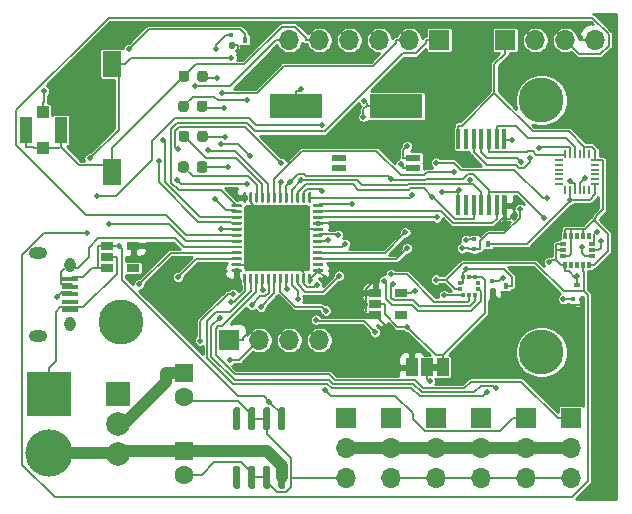
<source format=gbr>
G04 #@! TF.GenerationSoftware,KiCad,Pcbnew,(5.1.6)-1*
G04 #@! TF.CreationDate,2020-09-08T19:34:43-04:00*
G04 #@! TF.ProjectId,PayloadPrototypeBoard,5061796c-6f61-4645-9072-6f746f747970,rev?*
G04 #@! TF.SameCoordinates,Original*
G04 #@! TF.FileFunction,Copper,L1,Top*
G04 #@! TF.FilePolarity,Positive*
%FSLAX46Y46*%
G04 Gerber Fmt 4.6, Leading zero omitted, Abs format (unit mm)*
G04 Created by KiCad (PCBNEW (5.1.6)-1) date 2020-09-08 19:34:43*
%MOMM*%
%LPD*%
G01*
G04 APERTURE LIST*
G04 #@! TA.AperFunction,EtchedComponent*
%ADD10C,0.100000*%
G04 #@! TD*
G04 #@! TA.AperFunction,ComponentPad*
%ADD11C,1.600000*%
G04 #@! TD*
G04 #@! TA.AperFunction,ComponentPad*
%ADD12R,1.600000X1.600000*%
G04 #@! TD*
G04 #@! TA.AperFunction,ComponentPad*
%ADD13O,1.700000X1.700000*%
G04 #@! TD*
G04 #@! TA.AperFunction,ComponentPad*
%ADD14R,1.700000X1.700000*%
G04 #@! TD*
G04 #@! TA.AperFunction,SMDPad,CuDef*
%ADD15R,1.050000X2.200000*%
G04 #@! TD*
G04 #@! TA.AperFunction,SMDPad,CuDef*
%ADD16R,1.000000X1.000000*%
G04 #@! TD*
G04 #@! TA.AperFunction,SMDPad,CuDef*
%ADD17R,1.000000X1.500000*%
G04 #@! TD*
G04 #@! TA.AperFunction,SMDPad,CuDef*
%ADD18R,1.600000X2.180000*%
G04 #@! TD*
G04 #@! TA.AperFunction,SMDPad,CuDef*
%ADD19R,1.060000X0.650000*%
G04 #@! TD*
G04 #@! TA.AperFunction,SMDPad,CuDef*
%ADD20R,0.450000X0.500000*%
G04 #@! TD*
G04 #@! TA.AperFunction,SMDPad,CuDef*
%ADD21R,0.450000X0.400000*%
G04 #@! TD*
G04 #@! TA.AperFunction,SMDPad,CuDef*
%ADD22R,0.350000X0.550000*%
G04 #@! TD*
G04 #@! TA.AperFunction,SMDPad,CuDef*
%ADD23R,0.550000X0.350000*%
G04 #@! TD*
G04 #@! TA.AperFunction,SMDPad,CuDef*
%ADD24R,0.350000X0.380000*%
G04 #@! TD*
G04 #@! TA.AperFunction,SMDPad,CuDef*
%ADD25R,0.500000X0.450000*%
G04 #@! TD*
G04 #@! TA.AperFunction,SMDPad,CuDef*
%ADD26R,0.400000X0.450000*%
G04 #@! TD*
G04 #@! TA.AperFunction,SMDPad,CuDef*
%ADD27R,4.500000X2.000000*%
G04 #@! TD*
G04 #@! TA.AperFunction,SMDPad,CuDef*
%ADD28R,1.200000X0.600000*%
G04 #@! TD*
G04 #@! TA.AperFunction,SMDPad,CuDef*
%ADD29R,0.355600X1.676400*%
G04 #@! TD*
G04 #@! TA.AperFunction,ComponentPad*
%ADD30R,2.000000X2.000000*%
G04 #@! TD*
G04 #@! TA.AperFunction,ComponentPad*
%ADD31C,2.000000*%
G04 #@! TD*
G04 #@! TA.AperFunction,SMDPad,CuDef*
%ADD32R,0.640000X0.220000*%
G04 #@! TD*
G04 #@! TA.AperFunction,SMDPad,CuDef*
%ADD33R,0.220000X0.640000*%
G04 #@! TD*
G04 #@! TA.AperFunction,ComponentPad*
%ADD34R,3.800000X3.800000*%
G04 #@! TD*
G04 #@! TA.AperFunction,ComponentPad*
%ADD35C,4.000000*%
G04 #@! TD*
G04 #@! TA.AperFunction,ComponentPad*
%ADD36C,3.800000*%
G04 #@! TD*
G04 #@! TA.AperFunction,SMDPad,CuDef*
%ADD37R,1.350000X0.400000*%
G04 #@! TD*
G04 #@! TA.AperFunction,ComponentPad*
%ADD38O,0.950000X1.250000*%
G04 #@! TD*
G04 #@! TA.AperFunction,ComponentPad*
%ADD39O,1.550000X1.000000*%
G04 #@! TD*
G04 #@! TA.AperFunction,ViaPad*
%ADD40C,0.508000*%
G04 #@! TD*
G04 #@! TA.AperFunction,Conductor*
%ADD41C,0.152400*%
G04 #@! TD*
G04 #@! TA.AperFunction,Conductor*
%ADD42C,0.177800*%
G04 #@! TD*
G04 #@! TA.AperFunction,Conductor*
%ADD43C,1.016000*%
G04 #@! TD*
G04 #@! TA.AperFunction,Conductor*
%ADD44C,0.254000*%
G04 #@! TD*
G04 APERTURE END LIST*
D10*
G36*
X63384000Y-89962000D02*
G01*
X62884000Y-89962000D01*
X62884000Y-89362000D01*
X63384000Y-89362000D01*
X63384000Y-89962000D01*
G37*
D11*
X41910000Y-98774000D03*
D12*
X41910000Y-96774000D03*
X41910000Y-90170000D03*
D11*
X41910000Y-92170000D03*
G04 #@! TA.AperFunction,SMDPad,CuDef*
G36*
G01*
X43022000Y-65280250D02*
X43022000Y-64767750D01*
G75*
G02*
X43240750Y-64549000I218750J0D01*
G01*
X43678250Y-64549000D01*
G75*
G02*
X43897000Y-64767750I0J-218750D01*
G01*
X43897000Y-65280250D01*
G75*
G02*
X43678250Y-65499000I-218750J0D01*
G01*
X43240750Y-65499000D01*
G75*
G02*
X43022000Y-65280250I0J218750D01*
G01*
G37*
G04 #@! TD.AperFunction*
G04 #@! TA.AperFunction,SMDPad,CuDef*
G36*
G01*
X41447000Y-65280250D02*
X41447000Y-64767750D01*
G75*
G02*
X41665750Y-64549000I218750J0D01*
G01*
X42103250Y-64549000D01*
G75*
G02*
X42322000Y-64767750I0J-218750D01*
G01*
X42322000Y-65280250D01*
G75*
G02*
X42103250Y-65499000I-218750J0D01*
G01*
X41665750Y-65499000D01*
G75*
G02*
X41447000Y-65280250I0J218750D01*
G01*
G37*
G04 #@! TD.AperFunction*
G04 #@! TA.AperFunction,SMDPad,CuDef*
G36*
G01*
X41405200Y-72975650D02*
X41405200Y-72463150D01*
G75*
G02*
X41623950Y-72244400I218750J0D01*
G01*
X42061450Y-72244400D01*
G75*
G02*
X42280200Y-72463150I0J-218750D01*
G01*
X42280200Y-72975650D01*
G75*
G02*
X42061450Y-73194400I-218750J0D01*
G01*
X41623950Y-73194400D01*
G75*
G02*
X41405200Y-72975650I0J218750D01*
G01*
G37*
G04 #@! TD.AperFunction*
G04 #@! TA.AperFunction,SMDPad,CuDef*
G36*
G01*
X42980200Y-72975650D02*
X42980200Y-72463150D01*
G75*
G02*
X43198950Y-72244400I218750J0D01*
G01*
X43636450Y-72244400D01*
G75*
G02*
X43855200Y-72463150I0J-218750D01*
G01*
X43855200Y-72975650D01*
G75*
G02*
X43636450Y-73194400I-218750J0D01*
G01*
X43198950Y-73194400D01*
G75*
G02*
X42980200Y-72975650I0J218750D01*
G01*
G37*
G04 #@! TD.AperFunction*
G04 #@! TA.AperFunction,SMDPad,CuDef*
G36*
G01*
X43022000Y-70360250D02*
X43022000Y-69847750D01*
G75*
G02*
X43240750Y-69629000I218750J0D01*
G01*
X43678250Y-69629000D01*
G75*
G02*
X43897000Y-69847750I0J-218750D01*
G01*
X43897000Y-70360250D01*
G75*
G02*
X43678250Y-70579000I-218750J0D01*
G01*
X43240750Y-70579000D01*
G75*
G02*
X43022000Y-70360250I0J218750D01*
G01*
G37*
G04 #@! TD.AperFunction*
G04 #@! TA.AperFunction,SMDPad,CuDef*
G36*
G01*
X41447000Y-70360250D02*
X41447000Y-69847750D01*
G75*
G02*
X41665750Y-69629000I218750J0D01*
G01*
X42103250Y-69629000D01*
G75*
G02*
X42322000Y-69847750I0J-218750D01*
G01*
X42322000Y-70360250D01*
G75*
G02*
X42103250Y-70579000I-218750J0D01*
G01*
X41665750Y-70579000D01*
G75*
G02*
X41447000Y-70360250I0J218750D01*
G01*
G37*
G04 #@! TD.AperFunction*
G04 #@! TA.AperFunction,SMDPad,CuDef*
G36*
G01*
X41405200Y-67820250D02*
X41405200Y-67307750D01*
G75*
G02*
X41623950Y-67089000I218750J0D01*
G01*
X42061450Y-67089000D01*
G75*
G02*
X42280200Y-67307750I0J-218750D01*
G01*
X42280200Y-67820250D01*
G75*
G02*
X42061450Y-68039000I-218750J0D01*
G01*
X41623950Y-68039000D01*
G75*
G02*
X41405200Y-67820250I0J218750D01*
G01*
G37*
G04 #@! TD.AperFunction*
G04 #@! TA.AperFunction,SMDPad,CuDef*
G36*
G01*
X42980200Y-67820250D02*
X42980200Y-67307750D01*
G75*
G02*
X43198950Y-67089000I218750J0D01*
G01*
X43636450Y-67089000D01*
G75*
G02*
X43855200Y-67307750I0J-218750D01*
G01*
X43855200Y-67820250D01*
G75*
G02*
X43636450Y-68039000I-218750J0D01*
G01*
X43198950Y-68039000D01*
G75*
G02*
X42980200Y-67820250I0J218750D01*
G01*
G37*
G04 #@! TD.AperFunction*
D13*
X53340000Y-87376000D03*
X50800000Y-87376000D03*
X48260000Y-87376000D03*
D14*
X45720000Y-87376000D03*
D13*
X55626000Y-99060000D03*
X55626000Y-96520000D03*
D14*
X55626000Y-93980000D03*
X59436000Y-93980000D03*
D13*
X59436000Y-96520000D03*
X59436000Y-99060000D03*
X63246000Y-99060000D03*
X63246000Y-96520000D03*
D14*
X63246000Y-93980000D03*
X67056000Y-93980000D03*
D13*
X67056000Y-96520000D03*
X67056000Y-99060000D03*
D14*
X70866000Y-93980000D03*
D13*
X70866000Y-96520000D03*
X70866000Y-99060000D03*
X74676000Y-99060000D03*
X74676000Y-96520000D03*
D14*
X74676000Y-93980000D03*
X63500000Y-61976000D03*
D13*
X60960000Y-61976000D03*
X58420000Y-61976000D03*
X55880000Y-61976000D03*
X53340000Y-61976000D03*
X50800000Y-61976000D03*
D15*
X31447000Y-69596000D03*
X28497000Y-69596000D03*
D16*
X29972000Y-71096000D03*
X29972000Y-68096000D03*
D14*
X69088000Y-61976000D03*
D13*
X71628000Y-61976000D03*
X74168000Y-61976000D03*
X76708000Y-61976000D03*
D17*
X63784000Y-89662000D03*
X61184000Y-89662000D03*
X62484000Y-89662000D03*
D18*
X35814000Y-73170000D03*
X35814000Y-63990000D03*
G04 #@! TA.AperFunction,SMDPad,CuDef*
G36*
G01*
X52584000Y-76190000D02*
X52584000Y-81290000D01*
G75*
G02*
X52334000Y-81540000I-250000J0D01*
G01*
X47234000Y-81540000D01*
G75*
G02*
X46984000Y-81290000I0J250000D01*
G01*
X46984000Y-76190000D01*
G75*
G02*
X47234000Y-75940000I250000J0D01*
G01*
X52334000Y-75940000D01*
G75*
G02*
X52584000Y-76190000I0J-250000D01*
G01*
G37*
G04 #@! TD.AperFunction*
G04 #@! TA.AperFunction,SMDPad,CuDef*
G36*
G01*
X53659000Y-81427500D02*
X53659000Y-81552500D01*
G75*
G02*
X53596500Y-81615000I-62500J0D01*
G01*
X52846500Y-81615000D01*
G75*
G02*
X52784000Y-81552500I0J62500D01*
G01*
X52784000Y-81427500D01*
G75*
G02*
X52846500Y-81365000I62500J0D01*
G01*
X53596500Y-81365000D01*
G75*
G02*
X53659000Y-81427500I0J-62500D01*
G01*
G37*
G04 #@! TD.AperFunction*
G04 #@! TA.AperFunction,SMDPad,CuDef*
G36*
G01*
X53659000Y-80927500D02*
X53659000Y-81052500D01*
G75*
G02*
X53596500Y-81115000I-62500J0D01*
G01*
X52846500Y-81115000D01*
G75*
G02*
X52784000Y-81052500I0J62500D01*
G01*
X52784000Y-80927500D01*
G75*
G02*
X52846500Y-80865000I62500J0D01*
G01*
X53596500Y-80865000D01*
G75*
G02*
X53659000Y-80927500I0J-62500D01*
G01*
G37*
G04 #@! TD.AperFunction*
G04 #@! TA.AperFunction,SMDPad,CuDef*
G36*
G01*
X53659000Y-80427500D02*
X53659000Y-80552500D01*
G75*
G02*
X53596500Y-80615000I-62500J0D01*
G01*
X52846500Y-80615000D01*
G75*
G02*
X52784000Y-80552500I0J62500D01*
G01*
X52784000Y-80427500D01*
G75*
G02*
X52846500Y-80365000I62500J0D01*
G01*
X53596500Y-80365000D01*
G75*
G02*
X53659000Y-80427500I0J-62500D01*
G01*
G37*
G04 #@! TD.AperFunction*
G04 #@! TA.AperFunction,SMDPad,CuDef*
G36*
G01*
X53659000Y-79927500D02*
X53659000Y-80052500D01*
G75*
G02*
X53596500Y-80115000I-62500J0D01*
G01*
X52846500Y-80115000D01*
G75*
G02*
X52784000Y-80052500I0J62500D01*
G01*
X52784000Y-79927500D01*
G75*
G02*
X52846500Y-79865000I62500J0D01*
G01*
X53596500Y-79865000D01*
G75*
G02*
X53659000Y-79927500I0J-62500D01*
G01*
G37*
G04 #@! TD.AperFunction*
G04 #@! TA.AperFunction,SMDPad,CuDef*
G36*
G01*
X53659000Y-79427500D02*
X53659000Y-79552500D01*
G75*
G02*
X53596500Y-79615000I-62500J0D01*
G01*
X52846500Y-79615000D01*
G75*
G02*
X52784000Y-79552500I0J62500D01*
G01*
X52784000Y-79427500D01*
G75*
G02*
X52846500Y-79365000I62500J0D01*
G01*
X53596500Y-79365000D01*
G75*
G02*
X53659000Y-79427500I0J-62500D01*
G01*
G37*
G04 #@! TD.AperFunction*
G04 #@! TA.AperFunction,SMDPad,CuDef*
G36*
G01*
X53659000Y-78927500D02*
X53659000Y-79052500D01*
G75*
G02*
X53596500Y-79115000I-62500J0D01*
G01*
X52846500Y-79115000D01*
G75*
G02*
X52784000Y-79052500I0J62500D01*
G01*
X52784000Y-78927500D01*
G75*
G02*
X52846500Y-78865000I62500J0D01*
G01*
X53596500Y-78865000D01*
G75*
G02*
X53659000Y-78927500I0J-62500D01*
G01*
G37*
G04 #@! TD.AperFunction*
G04 #@! TA.AperFunction,SMDPad,CuDef*
G36*
G01*
X53659000Y-78427500D02*
X53659000Y-78552500D01*
G75*
G02*
X53596500Y-78615000I-62500J0D01*
G01*
X52846500Y-78615000D01*
G75*
G02*
X52784000Y-78552500I0J62500D01*
G01*
X52784000Y-78427500D01*
G75*
G02*
X52846500Y-78365000I62500J0D01*
G01*
X53596500Y-78365000D01*
G75*
G02*
X53659000Y-78427500I0J-62500D01*
G01*
G37*
G04 #@! TD.AperFunction*
G04 #@! TA.AperFunction,SMDPad,CuDef*
G36*
G01*
X53659000Y-77927500D02*
X53659000Y-78052500D01*
G75*
G02*
X53596500Y-78115000I-62500J0D01*
G01*
X52846500Y-78115000D01*
G75*
G02*
X52784000Y-78052500I0J62500D01*
G01*
X52784000Y-77927500D01*
G75*
G02*
X52846500Y-77865000I62500J0D01*
G01*
X53596500Y-77865000D01*
G75*
G02*
X53659000Y-77927500I0J-62500D01*
G01*
G37*
G04 #@! TD.AperFunction*
G04 #@! TA.AperFunction,SMDPad,CuDef*
G36*
G01*
X53659000Y-77427500D02*
X53659000Y-77552500D01*
G75*
G02*
X53596500Y-77615000I-62500J0D01*
G01*
X52846500Y-77615000D01*
G75*
G02*
X52784000Y-77552500I0J62500D01*
G01*
X52784000Y-77427500D01*
G75*
G02*
X52846500Y-77365000I62500J0D01*
G01*
X53596500Y-77365000D01*
G75*
G02*
X53659000Y-77427500I0J-62500D01*
G01*
G37*
G04 #@! TD.AperFunction*
G04 #@! TA.AperFunction,SMDPad,CuDef*
G36*
G01*
X53659000Y-76927500D02*
X53659000Y-77052500D01*
G75*
G02*
X53596500Y-77115000I-62500J0D01*
G01*
X52846500Y-77115000D01*
G75*
G02*
X52784000Y-77052500I0J62500D01*
G01*
X52784000Y-76927500D01*
G75*
G02*
X52846500Y-76865000I62500J0D01*
G01*
X53596500Y-76865000D01*
G75*
G02*
X53659000Y-76927500I0J-62500D01*
G01*
G37*
G04 #@! TD.AperFunction*
G04 #@! TA.AperFunction,SMDPad,CuDef*
G36*
G01*
X53659000Y-76427500D02*
X53659000Y-76552500D01*
G75*
G02*
X53596500Y-76615000I-62500J0D01*
G01*
X52846500Y-76615000D01*
G75*
G02*
X52784000Y-76552500I0J62500D01*
G01*
X52784000Y-76427500D01*
G75*
G02*
X52846500Y-76365000I62500J0D01*
G01*
X53596500Y-76365000D01*
G75*
G02*
X53659000Y-76427500I0J-62500D01*
G01*
G37*
G04 #@! TD.AperFunction*
G04 #@! TA.AperFunction,SMDPad,CuDef*
G36*
G01*
X53659000Y-75927500D02*
X53659000Y-76052500D01*
G75*
G02*
X53596500Y-76115000I-62500J0D01*
G01*
X52846500Y-76115000D01*
G75*
G02*
X52784000Y-76052500I0J62500D01*
G01*
X52784000Y-75927500D01*
G75*
G02*
X52846500Y-75865000I62500J0D01*
G01*
X53596500Y-75865000D01*
G75*
G02*
X53659000Y-75927500I0J-62500D01*
G01*
G37*
G04 #@! TD.AperFunction*
G04 #@! TA.AperFunction,SMDPad,CuDef*
G36*
G01*
X52659000Y-74927500D02*
X52659000Y-75677500D01*
G75*
G02*
X52596500Y-75740000I-62500J0D01*
G01*
X52471500Y-75740000D01*
G75*
G02*
X52409000Y-75677500I0J62500D01*
G01*
X52409000Y-74927500D01*
G75*
G02*
X52471500Y-74865000I62500J0D01*
G01*
X52596500Y-74865000D01*
G75*
G02*
X52659000Y-74927500I0J-62500D01*
G01*
G37*
G04 #@! TD.AperFunction*
G04 #@! TA.AperFunction,SMDPad,CuDef*
G36*
G01*
X52159000Y-74927500D02*
X52159000Y-75677500D01*
G75*
G02*
X52096500Y-75740000I-62500J0D01*
G01*
X51971500Y-75740000D01*
G75*
G02*
X51909000Y-75677500I0J62500D01*
G01*
X51909000Y-74927500D01*
G75*
G02*
X51971500Y-74865000I62500J0D01*
G01*
X52096500Y-74865000D01*
G75*
G02*
X52159000Y-74927500I0J-62500D01*
G01*
G37*
G04 #@! TD.AperFunction*
G04 #@! TA.AperFunction,SMDPad,CuDef*
G36*
G01*
X51659000Y-74927500D02*
X51659000Y-75677500D01*
G75*
G02*
X51596500Y-75740000I-62500J0D01*
G01*
X51471500Y-75740000D01*
G75*
G02*
X51409000Y-75677500I0J62500D01*
G01*
X51409000Y-74927500D01*
G75*
G02*
X51471500Y-74865000I62500J0D01*
G01*
X51596500Y-74865000D01*
G75*
G02*
X51659000Y-74927500I0J-62500D01*
G01*
G37*
G04 #@! TD.AperFunction*
G04 #@! TA.AperFunction,SMDPad,CuDef*
G36*
G01*
X51159000Y-74927500D02*
X51159000Y-75677500D01*
G75*
G02*
X51096500Y-75740000I-62500J0D01*
G01*
X50971500Y-75740000D01*
G75*
G02*
X50909000Y-75677500I0J62500D01*
G01*
X50909000Y-74927500D01*
G75*
G02*
X50971500Y-74865000I62500J0D01*
G01*
X51096500Y-74865000D01*
G75*
G02*
X51159000Y-74927500I0J-62500D01*
G01*
G37*
G04 #@! TD.AperFunction*
G04 #@! TA.AperFunction,SMDPad,CuDef*
G36*
G01*
X50659000Y-74927500D02*
X50659000Y-75677500D01*
G75*
G02*
X50596500Y-75740000I-62500J0D01*
G01*
X50471500Y-75740000D01*
G75*
G02*
X50409000Y-75677500I0J62500D01*
G01*
X50409000Y-74927500D01*
G75*
G02*
X50471500Y-74865000I62500J0D01*
G01*
X50596500Y-74865000D01*
G75*
G02*
X50659000Y-74927500I0J-62500D01*
G01*
G37*
G04 #@! TD.AperFunction*
G04 #@! TA.AperFunction,SMDPad,CuDef*
G36*
G01*
X50159000Y-74927500D02*
X50159000Y-75677500D01*
G75*
G02*
X50096500Y-75740000I-62500J0D01*
G01*
X49971500Y-75740000D01*
G75*
G02*
X49909000Y-75677500I0J62500D01*
G01*
X49909000Y-74927500D01*
G75*
G02*
X49971500Y-74865000I62500J0D01*
G01*
X50096500Y-74865000D01*
G75*
G02*
X50159000Y-74927500I0J-62500D01*
G01*
G37*
G04 #@! TD.AperFunction*
G04 #@! TA.AperFunction,SMDPad,CuDef*
G36*
G01*
X49659000Y-74927500D02*
X49659000Y-75677500D01*
G75*
G02*
X49596500Y-75740000I-62500J0D01*
G01*
X49471500Y-75740000D01*
G75*
G02*
X49409000Y-75677500I0J62500D01*
G01*
X49409000Y-74927500D01*
G75*
G02*
X49471500Y-74865000I62500J0D01*
G01*
X49596500Y-74865000D01*
G75*
G02*
X49659000Y-74927500I0J-62500D01*
G01*
G37*
G04 #@! TD.AperFunction*
G04 #@! TA.AperFunction,SMDPad,CuDef*
G36*
G01*
X49159000Y-74927500D02*
X49159000Y-75677500D01*
G75*
G02*
X49096500Y-75740000I-62500J0D01*
G01*
X48971500Y-75740000D01*
G75*
G02*
X48909000Y-75677500I0J62500D01*
G01*
X48909000Y-74927500D01*
G75*
G02*
X48971500Y-74865000I62500J0D01*
G01*
X49096500Y-74865000D01*
G75*
G02*
X49159000Y-74927500I0J-62500D01*
G01*
G37*
G04 #@! TD.AperFunction*
G04 #@! TA.AperFunction,SMDPad,CuDef*
G36*
G01*
X48659000Y-74927500D02*
X48659000Y-75677500D01*
G75*
G02*
X48596500Y-75740000I-62500J0D01*
G01*
X48471500Y-75740000D01*
G75*
G02*
X48409000Y-75677500I0J62500D01*
G01*
X48409000Y-74927500D01*
G75*
G02*
X48471500Y-74865000I62500J0D01*
G01*
X48596500Y-74865000D01*
G75*
G02*
X48659000Y-74927500I0J-62500D01*
G01*
G37*
G04 #@! TD.AperFunction*
G04 #@! TA.AperFunction,SMDPad,CuDef*
G36*
G01*
X48159000Y-74927500D02*
X48159000Y-75677500D01*
G75*
G02*
X48096500Y-75740000I-62500J0D01*
G01*
X47971500Y-75740000D01*
G75*
G02*
X47909000Y-75677500I0J62500D01*
G01*
X47909000Y-74927500D01*
G75*
G02*
X47971500Y-74865000I62500J0D01*
G01*
X48096500Y-74865000D01*
G75*
G02*
X48159000Y-74927500I0J-62500D01*
G01*
G37*
G04 #@! TD.AperFunction*
G04 #@! TA.AperFunction,SMDPad,CuDef*
G36*
G01*
X47659000Y-74927500D02*
X47659000Y-75677500D01*
G75*
G02*
X47596500Y-75740000I-62500J0D01*
G01*
X47471500Y-75740000D01*
G75*
G02*
X47409000Y-75677500I0J62500D01*
G01*
X47409000Y-74927500D01*
G75*
G02*
X47471500Y-74865000I62500J0D01*
G01*
X47596500Y-74865000D01*
G75*
G02*
X47659000Y-74927500I0J-62500D01*
G01*
G37*
G04 #@! TD.AperFunction*
G04 #@! TA.AperFunction,SMDPad,CuDef*
G36*
G01*
X47159000Y-74927500D02*
X47159000Y-75677500D01*
G75*
G02*
X47096500Y-75740000I-62500J0D01*
G01*
X46971500Y-75740000D01*
G75*
G02*
X46909000Y-75677500I0J62500D01*
G01*
X46909000Y-74927500D01*
G75*
G02*
X46971500Y-74865000I62500J0D01*
G01*
X47096500Y-74865000D01*
G75*
G02*
X47159000Y-74927500I0J-62500D01*
G01*
G37*
G04 #@! TD.AperFunction*
G04 #@! TA.AperFunction,SMDPad,CuDef*
G36*
G01*
X46784000Y-75927500D02*
X46784000Y-76052500D01*
G75*
G02*
X46721500Y-76115000I-62500J0D01*
G01*
X45971500Y-76115000D01*
G75*
G02*
X45909000Y-76052500I0J62500D01*
G01*
X45909000Y-75927500D01*
G75*
G02*
X45971500Y-75865000I62500J0D01*
G01*
X46721500Y-75865000D01*
G75*
G02*
X46784000Y-75927500I0J-62500D01*
G01*
G37*
G04 #@! TD.AperFunction*
G04 #@! TA.AperFunction,SMDPad,CuDef*
G36*
G01*
X46784000Y-76427500D02*
X46784000Y-76552500D01*
G75*
G02*
X46721500Y-76615000I-62500J0D01*
G01*
X45971500Y-76615000D01*
G75*
G02*
X45909000Y-76552500I0J62500D01*
G01*
X45909000Y-76427500D01*
G75*
G02*
X45971500Y-76365000I62500J0D01*
G01*
X46721500Y-76365000D01*
G75*
G02*
X46784000Y-76427500I0J-62500D01*
G01*
G37*
G04 #@! TD.AperFunction*
G04 #@! TA.AperFunction,SMDPad,CuDef*
G36*
G01*
X46784000Y-76927500D02*
X46784000Y-77052500D01*
G75*
G02*
X46721500Y-77115000I-62500J0D01*
G01*
X45971500Y-77115000D01*
G75*
G02*
X45909000Y-77052500I0J62500D01*
G01*
X45909000Y-76927500D01*
G75*
G02*
X45971500Y-76865000I62500J0D01*
G01*
X46721500Y-76865000D01*
G75*
G02*
X46784000Y-76927500I0J-62500D01*
G01*
G37*
G04 #@! TD.AperFunction*
G04 #@! TA.AperFunction,SMDPad,CuDef*
G36*
G01*
X46784000Y-77427500D02*
X46784000Y-77552500D01*
G75*
G02*
X46721500Y-77615000I-62500J0D01*
G01*
X45971500Y-77615000D01*
G75*
G02*
X45909000Y-77552500I0J62500D01*
G01*
X45909000Y-77427500D01*
G75*
G02*
X45971500Y-77365000I62500J0D01*
G01*
X46721500Y-77365000D01*
G75*
G02*
X46784000Y-77427500I0J-62500D01*
G01*
G37*
G04 #@! TD.AperFunction*
G04 #@! TA.AperFunction,SMDPad,CuDef*
G36*
G01*
X46784000Y-77927500D02*
X46784000Y-78052500D01*
G75*
G02*
X46721500Y-78115000I-62500J0D01*
G01*
X45971500Y-78115000D01*
G75*
G02*
X45909000Y-78052500I0J62500D01*
G01*
X45909000Y-77927500D01*
G75*
G02*
X45971500Y-77865000I62500J0D01*
G01*
X46721500Y-77865000D01*
G75*
G02*
X46784000Y-77927500I0J-62500D01*
G01*
G37*
G04 #@! TD.AperFunction*
G04 #@! TA.AperFunction,SMDPad,CuDef*
G36*
G01*
X46784000Y-78427500D02*
X46784000Y-78552500D01*
G75*
G02*
X46721500Y-78615000I-62500J0D01*
G01*
X45971500Y-78615000D01*
G75*
G02*
X45909000Y-78552500I0J62500D01*
G01*
X45909000Y-78427500D01*
G75*
G02*
X45971500Y-78365000I62500J0D01*
G01*
X46721500Y-78365000D01*
G75*
G02*
X46784000Y-78427500I0J-62500D01*
G01*
G37*
G04 #@! TD.AperFunction*
G04 #@! TA.AperFunction,SMDPad,CuDef*
G36*
G01*
X46784000Y-78927500D02*
X46784000Y-79052500D01*
G75*
G02*
X46721500Y-79115000I-62500J0D01*
G01*
X45971500Y-79115000D01*
G75*
G02*
X45909000Y-79052500I0J62500D01*
G01*
X45909000Y-78927500D01*
G75*
G02*
X45971500Y-78865000I62500J0D01*
G01*
X46721500Y-78865000D01*
G75*
G02*
X46784000Y-78927500I0J-62500D01*
G01*
G37*
G04 #@! TD.AperFunction*
G04 #@! TA.AperFunction,SMDPad,CuDef*
G36*
G01*
X46784000Y-79427500D02*
X46784000Y-79552500D01*
G75*
G02*
X46721500Y-79615000I-62500J0D01*
G01*
X45971500Y-79615000D01*
G75*
G02*
X45909000Y-79552500I0J62500D01*
G01*
X45909000Y-79427500D01*
G75*
G02*
X45971500Y-79365000I62500J0D01*
G01*
X46721500Y-79365000D01*
G75*
G02*
X46784000Y-79427500I0J-62500D01*
G01*
G37*
G04 #@! TD.AperFunction*
G04 #@! TA.AperFunction,SMDPad,CuDef*
G36*
G01*
X46784000Y-79927500D02*
X46784000Y-80052500D01*
G75*
G02*
X46721500Y-80115000I-62500J0D01*
G01*
X45971500Y-80115000D01*
G75*
G02*
X45909000Y-80052500I0J62500D01*
G01*
X45909000Y-79927500D01*
G75*
G02*
X45971500Y-79865000I62500J0D01*
G01*
X46721500Y-79865000D01*
G75*
G02*
X46784000Y-79927500I0J-62500D01*
G01*
G37*
G04 #@! TD.AperFunction*
G04 #@! TA.AperFunction,SMDPad,CuDef*
G36*
G01*
X46784000Y-80427500D02*
X46784000Y-80552500D01*
G75*
G02*
X46721500Y-80615000I-62500J0D01*
G01*
X45971500Y-80615000D01*
G75*
G02*
X45909000Y-80552500I0J62500D01*
G01*
X45909000Y-80427500D01*
G75*
G02*
X45971500Y-80365000I62500J0D01*
G01*
X46721500Y-80365000D01*
G75*
G02*
X46784000Y-80427500I0J-62500D01*
G01*
G37*
G04 #@! TD.AperFunction*
G04 #@! TA.AperFunction,SMDPad,CuDef*
G36*
G01*
X46784000Y-80927500D02*
X46784000Y-81052500D01*
G75*
G02*
X46721500Y-81115000I-62500J0D01*
G01*
X45971500Y-81115000D01*
G75*
G02*
X45909000Y-81052500I0J62500D01*
G01*
X45909000Y-80927500D01*
G75*
G02*
X45971500Y-80865000I62500J0D01*
G01*
X46721500Y-80865000D01*
G75*
G02*
X46784000Y-80927500I0J-62500D01*
G01*
G37*
G04 #@! TD.AperFunction*
G04 #@! TA.AperFunction,SMDPad,CuDef*
G36*
G01*
X46784000Y-81427500D02*
X46784000Y-81552500D01*
G75*
G02*
X46721500Y-81615000I-62500J0D01*
G01*
X45971500Y-81615000D01*
G75*
G02*
X45909000Y-81552500I0J62500D01*
G01*
X45909000Y-81427500D01*
G75*
G02*
X45971500Y-81365000I62500J0D01*
G01*
X46721500Y-81365000D01*
G75*
G02*
X46784000Y-81427500I0J-62500D01*
G01*
G37*
G04 #@! TD.AperFunction*
G04 #@! TA.AperFunction,SMDPad,CuDef*
G36*
G01*
X47159000Y-81802500D02*
X47159000Y-82552500D01*
G75*
G02*
X47096500Y-82615000I-62500J0D01*
G01*
X46971500Y-82615000D01*
G75*
G02*
X46909000Y-82552500I0J62500D01*
G01*
X46909000Y-81802500D01*
G75*
G02*
X46971500Y-81740000I62500J0D01*
G01*
X47096500Y-81740000D01*
G75*
G02*
X47159000Y-81802500I0J-62500D01*
G01*
G37*
G04 #@! TD.AperFunction*
G04 #@! TA.AperFunction,SMDPad,CuDef*
G36*
G01*
X47659000Y-81802500D02*
X47659000Y-82552500D01*
G75*
G02*
X47596500Y-82615000I-62500J0D01*
G01*
X47471500Y-82615000D01*
G75*
G02*
X47409000Y-82552500I0J62500D01*
G01*
X47409000Y-81802500D01*
G75*
G02*
X47471500Y-81740000I62500J0D01*
G01*
X47596500Y-81740000D01*
G75*
G02*
X47659000Y-81802500I0J-62500D01*
G01*
G37*
G04 #@! TD.AperFunction*
G04 #@! TA.AperFunction,SMDPad,CuDef*
G36*
G01*
X48159000Y-81802500D02*
X48159000Y-82552500D01*
G75*
G02*
X48096500Y-82615000I-62500J0D01*
G01*
X47971500Y-82615000D01*
G75*
G02*
X47909000Y-82552500I0J62500D01*
G01*
X47909000Y-81802500D01*
G75*
G02*
X47971500Y-81740000I62500J0D01*
G01*
X48096500Y-81740000D01*
G75*
G02*
X48159000Y-81802500I0J-62500D01*
G01*
G37*
G04 #@! TD.AperFunction*
G04 #@! TA.AperFunction,SMDPad,CuDef*
G36*
G01*
X48659000Y-81802500D02*
X48659000Y-82552500D01*
G75*
G02*
X48596500Y-82615000I-62500J0D01*
G01*
X48471500Y-82615000D01*
G75*
G02*
X48409000Y-82552500I0J62500D01*
G01*
X48409000Y-81802500D01*
G75*
G02*
X48471500Y-81740000I62500J0D01*
G01*
X48596500Y-81740000D01*
G75*
G02*
X48659000Y-81802500I0J-62500D01*
G01*
G37*
G04 #@! TD.AperFunction*
G04 #@! TA.AperFunction,SMDPad,CuDef*
G36*
G01*
X49159000Y-81802500D02*
X49159000Y-82552500D01*
G75*
G02*
X49096500Y-82615000I-62500J0D01*
G01*
X48971500Y-82615000D01*
G75*
G02*
X48909000Y-82552500I0J62500D01*
G01*
X48909000Y-81802500D01*
G75*
G02*
X48971500Y-81740000I62500J0D01*
G01*
X49096500Y-81740000D01*
G75*
G02*
X49159000Y-81802500I0J-62500D01*
G01*
G37*
G04 #@! TD.AperFunction*
G04 #@! TA.AperFunction,SMDPad,CuDef*
G36*
G01*
X49659000Y-81802500D02*
X49659000Y-82552500D01*
G75*
G02*
X49596500Y-82615000I-62500J0D01*
G01*
X49471500Y-82615000D01*
G75*
G02*
X49409000Y-82552500I0J62500D01*
G01*
X49409000Y-81802500D01*
G75*
G02*
X49471500Y-81740000I62500J0D01*
G01*
X49596500Y-81740000D01*
G75*
G02*
X49659000Y-81802500I0J-62500D01*
G01*
G37*
G04 #@! TD.AperFunction*
G04 #@! TA.AperFunction,SMDPad,CuDef*
G36*
G01*
X50159000Y-81802500D02*
X50159000Y-82552500D01*
G75*
G02*
X50096500Y-82615000I-62500J0D01*
G01*
X49971500Y-82615000D01*
G75*
G02*
X49909000Y-82552500I0J62500D01*
G01*
X49909000Y-81802500D01*
G75*
G02*
X49971500Y-81740000I62500J0D01*
G01*
X50096500Y-81740000D01*
G75*
G02*
X50159000Y-81802500I0J-62500D01*
G01*
G37*
G04 #@! TD.AperFunction*
G04 #@! TA.AperFunction,SMDPad,CuDef*
G36*
G01*
X50659000Y-81802500D02*
X50659000Y-82552500D01*
G75*
G02*
X50596500Y-82615000I-62500J0D01*
G01*
X50471500Y-82615000D01*
G75*
G02*
X50409000Y-82552500I0J62500D01*
G01*
X50409000Y-81802500D01*
G75*
G02*
X50471500Y-81740000I62500J0D01*
G01*
X50596500Y-81740000D01*
G75*
G02*
X50659000Y-81802500I0J-62500D01*
G01*
G37*
G04 #@! TD.AperFunction*
G04 #@! TA.AperFunction,SMDPad,CuDef*
G36*
G01*
X51159000Y-81802500D02*
X51159000Y-82552500D01*
G75*
G02*
X51096500Y-82615000I-62500J0D01*
G01*
X50971500Y-82615000D01*
G75*
G02*
X50909000Y-82552500I0J62500D01*
G01*
X50909000Y-81802500D01*
G75*
G02*
X50971500Y-81740000I62500J0D01*
G01*
X51096500Y-81740000D01*
G75*
G02*
X51159000Y-81802500I0J-62500D01*
G01*
G37*
G04 #@! TD.AperFunction*
G04 #@! TA.AperFunction,SMDPad,CuDef*
G36*
G01*
X51659000Y-81802500D02*
X51659000Y-82552500D01*
G75*
G02*
X51596500Y-82615000I-62500J0D01*
G01*
X51471500Y-82615000D01*
G75*
G02*
X51409000Y-82552500I0J62500D01*
G01*
X51409000Y-81802500D01*
G75*
G02*
X51471500Y-81740000I62500J0D01*
G01*
X51596500Y-81740000D01*
G75*
G02*
X51659000Y-81802500I0J-62500D01*
G01*
G37*
G04 #@! TD.AperFunction*
G04 #@! TA.AperFunction,SMDPad,CuDef*
G36*
G01*
X52159000Y-81802500D02*
X52159000Y-82552500D01*
G75*
G02*
X52096500Y-82615000I-62500J0D01*
G01*
X51971500Y-82615000D01*
G75*
G02*
X51909000Y-82552500I0J62500D01*
G01*
X51909000Y-81802500D01*
G75*
G02*
X51971500Y-81740000I62500J0D01*
G01*
X52096500Y-81740000D01*
G75*
G02*
X52159000Y-81802500I0J-62500D01*
G01*
G37*
G04 #@! TD.AperFunction*
G04 #@! TA.AperFunction,SMDPad,CuDef*
G36*
G01*
X52659000Y-81802500D02*
X52659000Y-82552500D01*
G75*
G02*
X52596500Y-82615000I-62500J0D01*
G01*
X52471500Y-82615000D01*
G75*
G02*
X52409000Y-82552500I0J62500D01*
G01*
X52409000Y-81802500D01*
G75*
G02*
X52471500Y-81740000I62500J0D01*
G01*
X52596500Y-81740000D01*
G75*
G02*
X52659000Y-81802500I0J-62500D01*
G01*
G37*
G04 #@! TD.AperFunction*
G04 #@! TA.AperFunction,SMDPad,CuDef*
G36*
G01*
X50015000Y-93070000D02*
X50315000Y-93070000D01*
G75*
G02*
X50465000Y-93220000I0J-150000D01*
G01*
X50465000Y-94870000D01*
G75*
G02*
X50315000Y-95020000I-150000J0D01*
G01*
X50015000Y-95020000D01*
G75*
G02*
X49865000Y-94870000I0J150000D01*
G01*
X49865000Y-93220000D01*
G75*
G02*
X50015000Y-93070000I150000J0D01*
G01*
G37*
G04 #@! TD.AperFunction*
G04 #@! TA.AperFunction,SMDPad,CuDef*
G36*
G01*
X48745000Y-93070000D02*
X49045000Y-93070000D01*
G75*
G02*
X49195000Y-93220000I0J-150000D01*
G01*
X49195000Y-94870000D01*
G75*
G02*
X49045000Y-95020000I-150000J0D01*
G01*
X48745000Y-95020000D01*
G75*
G02*
X48595000Y-94870000I0J150000D01*
G01*
X48595000Y-93220000D01*
G75*
G02*
X48745000Y-93070000I150000J0D01*
G01*
G37*
G04 #@! TD.AperFunction*
G04 #@! TA.AperFunction,SMDPad,CuDef*
G36*
G01*
X47475000Y-93070000D02*
X47775000Y-93070000D01*
G75*
G02*
X47925000Y-93220000I0J-150000D01*
G01*
X47925000Y-94870000D01*
G75*
G02*
X47775000Y-95020000I-150000J0D01*
G01*
X47475000Y-95020000D01*
G75*
G02*
X47325000Y-94870000I0J150000D01*
G01*
X47325000Y-93220000D01*
G75*
G02*
X47475000Y-93070000I150000J0D01*
G01*
G37*
G04 #@! TD.AperFunction*
G04 #@! TA.AperFunction,SMDPad,CuDef*
G36*
G01*
X46205000Y-93070000D02*
X46505000Y-93070000D01*
G75*
G02*
X46655000Y-93220000I0J-150000D01*
G01*
X46655000Y-94870000D01*
G75*
G02*
X46505000Y-95020000I-150000J0D01*
G01*
X46205000Y-95020000D01*
G75*
G02*
X46055000Y-94870000I0J150000D01*
G01*
X46055000Y-93220000D01*
G75*
G02*
X46205000Y-93070000I150000J0D01*
G01*
G37*
G04 #@! TD.AperFunction*
G04 #@! TA.AperFunction,SMDPad,CuDef*
G36*
G01*
X46205000Y-98020000D02*
X46505000Y-98020000D01*
G75*
G02*
X46655000Y-98170000I0J-150000D01*
G01*
X46655000Y-99820000D01*
G75*
G02*
X46505000Y-99970000I-150000J0D01*
G01*
X46205000Y-99970000D01*
G75*
G02*
X46055000Y-99820000I0J150000D01*
G01*
X46055000Y-98170000D01*
G75*
G02*
X46205000Y-98020000I150000J0D01*
G01*
G37*
G04 #@! TD.AperFunction*
G04 #@! TA.AperFunction,SMDPad,CuDef*
G36*
G01*
X47475000Y-98020000D02*
X47775000Y-98020000D01*
G75*
G02*
X47925000Y-98170000I0J-150000D01*
G01*
X47925000Y-99820000D01*
G75*
G02*
X47775000Y-99970000I-150000J0D01*
G01*
X47475000Y-99970000D01*
G75*
G02*
X47325000Y-99820000I0J150000D01*
G01*
X47325000Y-98170000D01*
G75*
G02*
X47475000Y-98020000I150000J0D01*
G01*
G37*
G04 #@! TD.AperFunction*
G04 #@! TA.AperFunction,SMDPad,CuDef*
G36*
G01*
X48745000Y-98020000D02*
X49045000Y-98020000D01*
G75*
G02*
X49195000Y-98170000I0J-150000D01*
G01*
X49195000Y-99820000D01*
G75*
G02*
X49045000Y-99970000I-150000J0D01*
G01*
X48745000Y-99970000D01*
G75*
G02*
X48595000Y-99820000I0J150000D01*
G01*
X48595000Y-98170000D01*
G75*
G02*
X48745000Y-98020000I150000J0D01*
G01*
G37*
G04 #@! TD.AperFunction*
G04 #@! TA.AperFunction,SMDPad,CuDef*
G36*
G01*
X50015000Y-98020000D02*
X50315000Y-98020000D01*
G75*
G02*
X50465000Y-98170000I0J-150000D01*
G01*
X50465000Y-99820000D01*
G75*
G02*
X50315000Y-99970000I-150000J0D01*
G01*
X50015000Y-99970000D01*
G75*
G02*
X49865000Y-99820000I0J150000D01*
G01*
X49865000Y-98170000D01*
G75*
G02*
X50015000Y-98020000I150000J0D01*
G01*
G37*
G04 #@! TD.AperFunction*
D19*
X35392000Y-79380000D03*
X35392000Y-80330000D03*
X35392000Y-81280000D03*
X37592000Y-81280000D03*
X37592000Y-79380000D03*
X60282000Y-83378000D03*
X60282000Y-85278000D03*
X58082000Y-85278000D03*
X58082000Y-84328000D03*
X58082000Y-83378000D03*
D20*
X47057000Y-61976000D03*
D21*
X45907000Y-62376000D03*
X45907000Y-61576000D03*
X66481000Y-78848000D03*
X66481000Y-79648000D03*
D20*
X67631000Y-79248000D03*
D22*
X75184000Y-80981000D03*
X74684000Y-80981000D03*
X74184000Y-80981000D03*
X75684000Y-80981000D03*
X76184000Y-80981000D03*
D23*
X73959000Y-79756000D03*
X73959000Y-80256000D03*
X73959000Y-79256000D03*
D22*
X75184000Y-78531000D03*
X75684000Y-78531000D03*
X76184000Y-78531000D03*
X74684000Y-78531000D03*
X74184000Y-78531000D03*
D23*
X76409000Y-80256000D03*
X76409000Y-79756000D03*
X76409000Y-79256000D03*
D24*
X65275000Y-82554000D03*
X65275000Y-83054000D03*
X65540000Y-83569000D03*
X66040000Y-83569000D03*
X66540000Y-83569000D03*
X66805000Y-83054000D03*
X66805000Y-82554000D03*
X66540000Y-82039000D03*
X66040000Y-82039000D03*
X65540000Y-82039000D03*
D25*
X75184000Y-82737000D03*
D26*
X75584000Y-83887000D03*
X74784000Y-83887000D03*
D21*
X68005000Y-82404000D03*
X68005000Y-83204000D03*
D20*
X69155000Y-82804000D03*
D27*
X59876000Y-67564000D03*
X51376000Y-67564000D03*
D28*
X61316000Y-71940000D03*
X55016000Y-71940000D03*
X55016000Y-72840000D03*
X61316000Y-72840000D03*
D29*
X69006001Y-70332600D03*
X68356000Y-70332600D03*
X67705999Y-70332600D03*
X67056000Y-70332600D03*
X66406001Y-70332600D03*
X65756000Y-70332600D03*
X65106001Y-70332600D03*
X65105999Y-75971400D03*
X65756000Y-75971400D03*
X66405999Y-75971400D03*
X67056000Y-75971400D03*
X67705999Y-75971400D03*
X68356000Y-75971400D03*
X69005999Y-75971400D03*
D30*
X36322000Y-91948000D03*
D31*
X36322000Y-94488000D03*
X36322000Y-97028000D03*
D32*
X73639000Y-72152000D03*
X73639000Y-72552000D03*
X73639000Y-72952000D03*
X73639000Y-73352000D03*
X73639000Y-73752000D03*
X73639000Y-74152000D03*
D33*
X74184000Y-74697000D03*
X74584000Y-74697000D03*
X74984000Y-74697000D03*
X75384000Y-74697000D03*
X75784000Y-74697000D03*
X76184000Y-74697000D03*
D32*
X76729000Y-74152000D03*
X76729000Y-73752000D03*
X76729000Y-73352000D03*
X76729000Y-72952000D03*
X76729000Y-72552000D03*
X76729000Y-72152000D03*
D33*
X76184000Y-71607000D03*
X75784000Y-71607000D03*
X75384000Y-71607000D03*
X74984000Y-71607000D03*
X74584000Y-71607000D03*
X74184000Y-71607000D03*
D34*
X30480000Y-91948000D03*
D35*
X30480000Y-96948000D03*
D36*
X72136000Y-67056000D03*
X72136000Y-88392000D03*
X36576000Y-85852000D03*
D37*
X32258000Y-83510000D03*
X32258000Y-84160000D03*
X32258000Y-84810000D03*
X32258000Y-82860000D03*
X32258000Y-82210000D03*
D38*
X32258000Y-86010000D03*
X32258000Y-81010000D03*
D39*
X29558000Y-80010000D03*
X29558000Y-87010000D03*
D40*
X55515200Y-79229800D03*
X57087000Y-68473900D03*
X57166800Y-67098100D03*
X60800100Y-86225500D03*
X63913500Y-83571500D03*
X53122300Y-82678700D03*
X69735100Y-76864700D03*
X68272700Y-83862600D03*
X46346500Y-82079100D03*
X38665500Y-79368600D03*
X46493000Y-62873200D03*
X53788500Y-82088500D03*
X46453600Y-75278500D03*
X54120700Y-78935300D03*
X51823300Y-66089800D03*
X54903500Y-78477100D03*
X33906700Y-71993900D03*
X45908000Y-63452300D03*
X60765200Y-79593000D03*
X60772000Y-70968400D03*
X60624300Y-78256800D03*
X60248500Y-72477100D03*
X49113100Y-92589800D03*
X42781500Y-65884500D03*
X36376600Y-79380000D03*
X61425000Y-83222900D03*
X69641200Y-70404700D03*
X70329000Y-76273600D03*
X65432700Y-79604000D03*
X74584000Y-75487500D03*
X75846800Y-73670800D03*
X75180000Y-81933800D03*
X72815000Y-80774100D03*
X65753800Y-81378400D03*
X44712500Y-65193900D03*
X45624900Y-72727900D03*
X45352700Y-70142500D03*
X47228200Y-67033400D03*
X55006100Y-81923500D03*
X45235900Y-67717100D03*
X45841800Y-84179500D03*
X45765400Y-89062600D03*
X41369100Y-82031900D03*
X38088200Y-82654500D03*
X31129400Y-83720700D03*
X51519600Y-83875100D03*
X46073200Y-83454200D03*
X43260800Y-87414500D03*
X53877400Y-84868500D03*
X48369600Y-84580800D03*
X47620400Y-84405600D03*
X53809700Y-91617500D03*
X48544500Y-83143900D03*
X45115600Y-66431600D03*
X44501800Y-75457700D03*
X40141800Y-70457900D03*
X39740600Y-72182400D03*
X30047700Y-66297700D03*
X35560000Y-77557600D03*
X62689200Y-90877600D03*
X50637900Y-83086900D03*
X53051700Y-85641200D03*
X58063500Y-86713500D03*
X65212000Y-74676800D03*
X63270500Y-76990000D03*
X63732900Y-74826900D03*
X44630300Y-62736500D03*
X43963800Y-71256300D03*
X50095900Y-73962700D03*
X47486300Y-71822800D03*
X45007200Y-70798900D03*
X65798300Y-78904100D03*
X67536100Y-91794000D03*
X74020700Y-83887000D03*
X45035100Y-77957900D03*
X44898200Y-85497600D03*
X68272700Y-91430300D03*
X68903700Y-82095100D03*
X64745500Y-73116500D03*
X56094100Y-75880200D03*
X58818500Y-82343900D03*
X61233600Y-75065500D03*
X63244900Y-72342900D03*
X72613700Y-75373700D03*
X76821800Y-78243400D03*
X34560000Y-75174000D03*
X53583800Y-69151100D03*
X53583800Y-74735800D03*
X63210800Y-82245000D03*
X62908600Y-75253500D03*
X33644200Y-78322400D03*
X75602600Y-79485800D03*
X66124700Y-73845900D03*
X59611700Y-82583400D03*
X41342800Y-71166000D03*
X50104400Y-72370600D03*
X51799700Y-73850200D03*
X72363100Y-77058400D03*
X77168300Y-78972700D03*
X59439600Y-81795300D03*
X59439600Y-73748500D03*
X41333600Y-73825800D03*
X47188000Y-74142300D03*
X50903200Y-73964600D03*
X37230700Y-62714600D03*
X70461100Y-72305200D03*
X74584000Y-73907600D03*
X71184500Y-71929500D03*
X71946100Y-71121400D03*
D41*
X57349500Y-67564000D02*
X57087000Y-67826500D01*
X57087000Y-67826500D02*
X57087000Y-68473900D01*
X57349500Y-67564000D02*
X57349500Y-67280800D01*
X57349500Y-67280800D02*
X57166800Y-67098100D01*
X53221500Y-79490000D02*
X55255000Y-79490000D01*
X55255000Y-79490000D02*
X55515200Y-79229800D01*
X59876000Y-67564000D02*
X57349500Y-67564000D01*
D42*
X74684000Y-77966800D02*
X75684000Y-77966800D01*
X74684000Y-78061300D02*
X74684000Y-77966800D01*
X74684000Y-78531000D02*
X74684000Y-78061300D01*
X74184000Y-78531000D02*
X74184000Y-77966800D01*
X74184000Y-77966800D02*
X74684000Y-77966800D01*
X75684000Y-78531000D02*
X75684000Y-77966800D01*
X76574200Y-77217600D02*
X75825000Y-77966800D01*
X75825000Y-77966800D02*
X75684000Y-77966800D01*
X77338200Y-72152000D02*
X77338200Y-76312600D01*
X77338200Y-76312600D02*
X76811400Y-76839400D01*
X76811400Y-76839400D02*
X76811400Y-76980400D01*
X76811400Y-76980400D02*
X76574200Y-77217600D01*
X76574200Y-77217600D02*
X77768900Y-78412400D01*
X77768900Y-78412400D02*
X77768900Y-79836300D01*
X77768900Y-79836300D02*
X76624200Y-80981000D01*
X76624200Y-80981000D02*
X76184000Y-80981000D01*
X67056000Y-99060000D02*
X70866000Y-99060000D01*
X63246000Y-99060000D02*
X67056000Y-99060000D01*
X65106000Y-70332600D02*
X65106000Y-69205200D01*
X75784000Y-70997800D02*
X74486700Y-69700500D01*
X74486700Y-69700500D02*
X71408500Y-69700500D01*
X71408500Y-69700500D02*
X68168900Y-66460800D01*
X75784000Y-70997800D02*
X76421600Y-70997800D01*
X76421600Y-70997800D02*
X76729000Y-71305200D01*
X76729000Y-71305200D02*
X76729000Y-72152000D01*
X68168900Y-66460800D02*
X68168800Y-66460800D01*
X68168800Y-66460800D02*
X68168800Y-64034400D01*
X68168800Y-64034400D02*
X69088000Y-63115200D01*
X68168900Y-66460800D02*
X65424500Y-69205200D01*
X65424500Y-69205200D02*
X65106000Y-69205200D01*
X69088000Y-61976000D02*
X69088000Y-63115200D01*
X66540000Y-82039000D02*
X67119600Y-82039000D01*
X67119600Y-82039000D02*
X67370100Y-82289500D01*
X67370100Y-82289500D02*
X67370100Y-85036700D01*
X67370100Y-85036700D02*
X63784000Y-88622800D01*
X66040000Y-82039000D02*
X66540000Y-82039000D01*
X60800100Y-86225500D02*
X59935900Y-86225500D01*
X59935900Y-86225500D02*
X58901200Y-85190800D01*
X58901200Y-85190800D02*
X58901200Y-84328000D01*
X63784000Y-88622800D02*
X63197400Y-88622800D01*
X63197400Y-88622800D02*
X60800100Y-86225500D01*
X74684000Y-78531000D02*
X74684000Y-80095200D01*
X74684000Y-80095200D02*
X74523200Y-80256000D01*
X65075800Y-83569000D02*
X63916000Y-83569000D01*
X63916000Y-83569000D02*
X63913500Y-83571500D01*
X65540000Y-83569000D02*
X65075800Y-83569000D01*
X58082000Y-84328000D02*
X58901200Y-84328000D01*
X63784000Y-89662000D02*
X63784000Y-88622800D01*
X50978900Y-99060000D02*
X50978900Y-97380500D01*
X50978900Y-97380500D02*
X48895000Y-95296600D01*
X48895000Y-95296600D02*
X48895000Y-94045000D01*
X48895000Y-98995000D02*
X48895000Y-99390600D01*
X48895000Y-99390600D02*
X49779600Y-100275200D01*
X49779600Y-100275200D02*
X50529200Y-100275200D01*
X50529200Y-100275200D02*
X50978900Y-99825500D01*
X50978900Y-99825500D02*
X50978900Y-99060000D01*
X50978900Y-99060000D02*
X54486800Y-99060000D01*
X47625000Y-98995000D02*
X48895000Y-98995000D01*
X55626000Y-99060000D02*
X54486800Y-99060000D01*
X41910000Y-98774000D02*
X43381500Y-98774000D01*
X43381500Y-98774000D02*
X44438800Y-97716700D01*
X44438800Y-97716700D02*
X46718500Y-97716700D01*
X46718500Y-97716700D02*
X47625000Y-98623200D01*
X47625000Y-98623200D02*
X47625000Y-98995000D01*
X47625000Y-94045000D02*
X47625000Y-93705500D01*
X47625000Y-93705500D02*
X46485900Y-92566400D01*
X46485900Y-92566400D02*
X42306400Y-92566400D01*
X42306400Y-92566400D02*
X41910000Y-92170000D01*
X47625000Y-94045000D02*
X48895000Y-94045000D01*
X29972000Y-71096000D02*
X31336200Y-71096000D01*
X31336200Y-71096000D02*
X31447000Y-70985200D01*
X29577400Y-71096000D02*
X29972000Y-71096000D01*
X29577400Y-71096000D02*
X29182800Y-71096000D01*
X35814000Y-72550900D02*
X35814000Y-73170000D01*
X41884500Y-65024000D02*
X35814000Y-71094500D01*
X35814000Y-71094500D02*
X35814000Y-72550900D01*
X35814000Y-72550900D02*
X33012700Y-72550900D01*
X33012700Y-72550900D02*
X31447000Y-70985200D01*
X31447000Y-69596000D02*
X31447000Y-70985200D01*
X32393000Y-84612000D02*
X31428800Y-84612000D01*
X32393000Y-84612000D02*
X33357200Y-84612000D01*
X30480000Y-91948000D02*
X30480000Y-89758800D01*
X30480000Y-89758800D02*
X31061800Y-89177000D01*
X31061800Y-89177000D02*
X31061800Y-84979000D01*
X31061800Y-84979000D02*
X31428800Y-84612000D01*
X52200800Y-61976000D02*
X52200800Y-61753600D01*
X52200800Y-61753600D02*
X51277800Y-60830600D01*
X51277800Y-60830600D02*
X50158300Y-60830600D01*
X50158300Y-60830600D02*
X46968100Y-64020800D01*
X46968100Y-64020800D02*
X42887700Y-64020800D01*
X42887700Y-64020800D02*
X41884500Y-65024000D01*
X29182800Y-71096000D02*
X29072000Y-70985200D01*
X29072000Y-70985200D02*
X28497000Y-70985200D01*
X28497000Y-69596000D02*
X28497000Y-70985200D01*
X53340000Y-61976000D02*
X52200800Y-61976000D01*
X59436000Y-99060000D02*
X63246000Y-99060000D01*
X52034000Y-82177500D02*
X52034000Y-82630700D01*
X52034000Y-82630700D02*
X52308500Y-82905200D01*
X52308500Y-82905200D02*
X52895800Y-82905200D01*
X52895800Y-82905200D02*
X53122300Y-82678700D01*
X49784000Y-77990000D02*
X49784000Y-78740000D01*
X47534000Y-75302500D02*
X47534000Y-75740000D01*
X47534000Y-75740000D02*
X49784000Y-77990000D01*
X49784000Y-77990000D02*
X53221500Y-77990000D01*
X49784000Y-80990000D02*
X49784000Y-78740000D01*
X52034000Y-82177500D02*
X52034000Y-81723100D01*
X52034000Y-81723100D02*
X51300900Y-80990000D01*
X51300900Y-80990000D02*
X49784000Y-80990000D01*
X49784000Y-80990000D02*
X46346500Y-80990000D01*
X36211200Y-80330000D02*
X36211200Y-81758000D01*
X36211200Y-81758000D02*
X33357200Y-84612000D01*
X70866000Y-99060000D02*
X74676000Y-99060000D01*
X35392000Y-80330000D02*
X36211200Y-80330000D01*
X73959000Y-80256000D02*
X74523200Y-80256000D01*
X76729000Y-72152000D02*
X77338200Y-72152000D01*
X75784000Y-71607000D02*
X75784000Y-70997800D01*
X61372500Y-78147100D02*
X60715400Y-77490000D01*
X60715400Y-77490000D02*
X53221500Y-77490000D01*
X57273200Y-83378000D02*
X57273200Y-83084700D01*
X57273200Y-83084700D02*
X59316000Y-81041900D01*
X59316000Y-81041900D02*
X60129300Y-81041900D01*
X60129300Y-81041900D02*
X61372500Y-79798700D01*
X61372500Y-79798700D02*
X61372500Y-78147100D01*
X69006000Y-76972300D02*
X68174000Y-77804300D01*
X68174000Y-77804300D02*
X61715300Y-77804300D01*
X61715300Y-77804300D02*
X61372500Y-78147100D01*
X69006000Y-76892100D02*
X69006000Y-76972300D01*
X69006000Y-76972300D02*
X69006000Y-77098800D01*
X69006000Y-75971400D02*
X69006000Y-76892100D01*
X57273200Y-83378000D02*
X57262800Y-83378000D01*
X58082000Y-83378000D02*
X57273200Y-83378000D01*
X69735100Y-76864700D02*
X69501000Y-77098800D01*
X69501000Y-77098800D02*
X69006000Y-77098800D01*
X75584000Y-83887000D02*
X75584000Y-84401200D01*
X68272700Y-83862600D02*
X68840700Y-84430600D01*
X68840700Y-84430600D02*
X75554600Y-84430600D01*
X75554600Y-84430600D02*
X75584000Y-84401200D01*
X68005000Y-83693200D02*
X68103300Y-83693200D01*
X68103300Y-83693200D02*
X68272700Y-83862600D01*
X68005000Y-83204000D02*
X68005000Y-83693200D01*
X46859200Y-87376000D02*
X46859200Y-87162300D01*
X46859200Y-87162300D02*
X48928000Y-85093500D01*
X48928000Y-85093500D02*
X53334200Y-85093500D01*
X53334200Y-85093500D02*
X53652400Y-85411700D01*
X53652400Y-85411700D02*
X54102500Y-85411700D01*
X54102500Y-85411700D02*
X54425000Y-85089200D01*
X54425000Y-85089200D02*
X54425000Y-85089100D01*
X54425000Y-85089100D02*
X57073900Y-85089100D01*
X57073900Y-85089100D02*
X57262800Y-85278000D01*
X57262800Y-83378000D02*
X57262800Y-84900200D01*
X57262800Y-84900200D02*
X57073900Y-85089100D01*
X58082000Y-85278000D02*
X57262800Y-85278000D01*
X45720000Y-87376000D02*
X46859200Y-87376000D01*
X58082000Y-85278000D02*
X61184000Y-88380000D01*
X61184000Y-88380000D02*
X61184000Y-89662000D01*
X46346500Y-82079100D02*
X46346500Y-81490000D01*
X37592000Y-79380000D02*
X38411200Y-79380000D01*
X38665500Y-79368600D02*
X38422600Y-79368600D01*
X38422600Y-79368600D02*
X38411200Y-79380000D01*
X75568800Y-61976000D02*
X75568800Y-61740000D01*
X75568800Y-61740000D02*
X74281300Y-60452500D01*
X74281300Y-60452500D02*
X49812500Y-60452500D01*
X49812500Y-60452500D02*
X47427700Y-62837300D01*
X47427700Y-62837300D02*
X46493000Y-62837300D01*
X46421200Y-62376000D02*
X46421200Y-62765500D01*
X46421200Y-62765500D02*
X46493000Y-62837300D01*
X46493000Y-62873200D02*
X46493000Y-62837300D01*
X76708000Y-61976000D02*
X75568800Y-61976000D01*
X45907000Y-62376000D02*
X46421200Y-62376000D01*
X53788500Y-82088500D02*
X53788500Y-82057000D01*
X53788500Y-82057000D02*
X53221500Y-81490000D01*
X53221500Y-81490000D02*
X52534000Y-82177500D01*
X47034000Y-75302500D02*
X47010000Y-75278500D01*
X47010000Y-75278500D02*
X46453600Y-75278500D01*
D41*
X53221500Y-78990000D02*
X54066000Y-78990000D01*
X54066000Y-78990000D02*
X54120700Y-78935300D01*
X51376000Y-66287500D02*
X51625600Y-66287500D01*
X51625600Y-66287500D02*
X51823300Y-66089800D01*
X51376000Y-67564000D02*
X51376000Y-66287500D01*
X53221500Y-78490000D02*
X53319700Y-78391800D01*
X53319700Y-78391800D02*
X54818200Y-78391800D01*
X54818200Y-78391800D02*
X54903500Y-78477100D01*
X36890500Y-63990000D02*
X37428200Y-63452300D01*
X37428200Y-63452300D02*
X45908000Y-63452300D01*
X36352300Y-63990000D02*
X36352300Y-69548300D01*
X36352300Y-69548300D02*
X33906700Y-71993900D01*
X36352300Y-63990000D02*
X36890500Y-63990000D01*
X35814000Y-63990000D02*
X36352300Y-63990000D01*
X60765200Y-79593000D02*
X59868200Y-80490000D01*
X59868200Y-80490000D02*
X53221500Y-80490000D01*
X60439500Y-71940000D02*
X60439500Y-71300900D01*
X60439500Y-71300900D02*
X60772000Y-70968400D01*
X61316000Y-71940000D02*
X60439500Y-71940000D01*
X53221500Y-79990000D02*
X58891100Y-79990000D01*
X58891100Y-79990000D02*
X60624300Y-78256800D01*
X61316000Y-72840000D02*
X60439500Y-72840000D01*
X60439500Y-72840000D02*
X60439500Y-72668100D01*
X60439500Y-72668100D02*
X60248500Y-72477100D01*
D43*
X41910000Y-96774000D02*
X48904300Y-96774000D01*
X48904300Y-96774000D02*
X50165000Y-98034700D01*
X50165000Y-98034700D02*
X50165000Y-98995000D01*
X36322000Y-97028000D02*
X36576000Y-96774000D01*
X36576000Y-96774000D02*
X41910000Y-96774000D01*
X30480000Y-96948000D02*
X36242000Y-96948000D01*
X36242000Y-96948000D02*
X36322000Y-97028000D01*
D42*
X49660800Y-61976000D02*
X45752300Y-65884500D01*
X45752300Y-65884500D02*
X42781500Y-65884500D01*
X49113100Y-92589800D02*
X50165000Y-93641700D01*
X50165000Y-93641700D02*
X50165000Y-94045000D01*
X49113100Y-92589800D02*
X48632500Y-92109200D01*
X48632500Y-92109200D02*
X46497100Y-92109200D01*
X46497100Y-92109200D02*
X36643200Y-82255300D01*
X36643200Y-82255300D02*
X36643200Y-79646600D01*
X36643200Y-79646600D02*
X36376600Y-79380000D01*
X50800000Y-61976000D02*
X49660800Y-61976000D01*
X36211000Y-79380000D02*
X36376600Y-79380000D01*
X35392000Y-79380000D02*
X36211000Y-79380000D01*
X34572800Y-81280000D02*
X34089200Y-81280000D01*
X34089200Y-81280000D02*
X33357200Y-82012000D01*
X35392000Y-81280000D02*
X34572800Y-81280000D01*
X35392000Y-79380000D02*
X34572800Y-79380000D01*
X34572800Y-79380000D02*
X34572800Y-81280000D01*
X32393000Y-82012000D02*
X33357200Y-82012000D01*
D43*
X41910000Y-90170000D02*
X40401700Y-90170000D01*
X36322000Y-94488000D02*
X36819200Y-94488000D01*
X36819200Y-94488000D02*
X40401700Y-90905500D01*
X40401700Y-90905500D02*
X40401700Y-90170000D01*
X59436000Y-96520000D02*
X55626000Y-96520000D01*
X63246000Y-96520000D02*
X59436000Y-96520000D01*
X67056000Y-96520000D02*
X63246000Y-96520000D01*
X70866000Y-96520000D02*
X67056000Y-96520000D01*
X70866000Y-96520000D02*
X74676000Y-96520000D01*
D41*
X66982500Y-79648000D02*
X66982500Y-78996700D01*
X66982500Y-78996700D02*
X67652400Y-78326800D01*
X67652400Y-78326800D02*
X69023400Y-78326800D01*
X69023400Y-78326800D02*
X70329000Y-77021200D01*
X70329000Y-77021200D02*
X70329000Y-76273600D01*
X69006000Y-70332600D02*
X69078100Y-70404700D01*
X69078100Y-70404700D02*
X69641200Y-70404700D01*
X60282000Y-83378000D02*
X61088500Y-83378000D01*
X61425000Y-83222900D02*
X61243600Y-83222900D01*
X61243600Y-83222900D02*
X61088500Y-83378000D01*
X66481000Y-79648000D02*
X66982500Y-79648000D01*
X66230300Y-79648000D02*
X66481000Y-79648000D01*
X66230300Y-79648000D02*
X65979500Y-79648000D01*
X65979500Y-79648000D02*
X65935500Y-79604000D01*
X65935500Y-79604000D02*
X65432700Y-79604000D01*
X74584000Y-75487500D02*
X76225300Y-75487500D01*
X76225300Y-75487500D02*
X76729000Y-74983800D01*
X76729000Y-74983800D02*
X76729000Y-74152000D01*
X67631000Y-79248000D02*
X70953000Y-79248000D01*
X70953000Y-79248000D02*
X74584000Y-75617000D01*
X74584000Y-75617000D02*
X74584000Y-75487500D01*
X74584000Y-75487500D02*
X74584000Y-75205300D01*
X74584000Y-74697000D02*
X74584000Y-75205300D01*
X75384000Y-74697000D02*
X75384000Y-74100500D01*
X75384000Y-74100500D02*
X75417100Y-74100500D01*
X75417100Y-74100500D02*
X75846800Y-73670800D01*
X75031200Y-82082600D02*
X74481000Y-81532500D01*
X74481000Y-81532500D02*
X74184000Y-81532500D01*
X75184000Y-82235500D02*
X75031200Y-82082600D01*
X75031200Y-82082600D02*
X75180000Y-81933800D01*
X73407500Y-80604400D02*
X72984700Y-80604400D01*
X72984700Y-80604400D02*
X72815000Y-80774100D01*
X73407500Y-80604400D02*
X73407500Y-79756000D01*
X74184000Y-80981000D02*
X73784100Y-80981000D01*
X73784100Y-80981000D02*
X73407500Y-80604400D01*
X75184000Y-82737000D02*
X75184000Y-82235500D01*
X74184000Y-80981000D02*
X74184000Y-81532500D01*
X73407500Y-79256000D02*
X73407500Y-79756000D01*
X73959000Y-79756000D02*
X73407500Y-79756000D01*
X73959000Y-79256000D02*
X73407500Y-79256000D01*
X69656500Y-82804000D02*
X69656500Y-82046100D01*
X69656500Y-82046100D02*
X68988800Y-81378400D01*
X68988800Y-81378400D02*
X65753800Y-81378400D01*
X65540000Y-81572500D02*
X65559700Y-81572500D01*
X65559700Y-81572500D02*
X65753800Y-81378400D01*
X69155000Y-82804000D02*
X69656500Y-82804000D01*
X65540000Y-82039000D02*
X65540000Y-81572500D01*
X65540000Y-82272200D02*
X65540000Y-82039000D01*
X65540000Y-82272200D02*
X65540000Y-82505500D01*
X65540000Y-82505500D02*
X65323500Y-82505500D01*
X65323500Y-82505500D02*
X65275000Y-82554000D01*
X44712500Y-65193900D02*
X43629400Y-65193900D01*
X43629400Y-65193900D02*
X43459500Y-65024000D01*
D42*
X48034000Y-75302500D02*
X48034000Y-74220000D01*
X48034000Y-74220000D02*
X47316600Y-73502600D01*
X47316600Y-73502600D02*
X42625900Y-73502600D01*
X42625900Y-73502600D02*
X41842700Y-72719400D01*
D41*
X45624900Y-72727900D02*
X43426200Y-72727900D01*
X43426200Y-72727900D02*
X43417700Y-72719400D01*
X43459500Y-70104000D02*
X43498000Y-70142500D01*
X43498000Y-70142500D02*
X45352700Y-70142500D01*
D42*
X41884500Y-70104000D02*
X43734800Y-71954300D01*
X43734800Y-71954300D02*
X46303000Y-71954300D01*
X46303000Y-71954300D02*
X48534000Y-74185300D01*
X48534000Y-74185300D02*
X48534000Y-75302500D01*
X55006100Y-81923500D02*
X53646300Y-83283300D01*
X53646300Y-83283300D02*
X52151900Y-83283300D01*
X52151900Y-83283300D02*
X51534000Y-82665400D01*
X51534000Y-82665400D02*
X51534000Y-82177500D01*
X41842700Y-67564000D02*
X42656500Y-66750200D01*
X42656500Y-66750200D02*
X44456800Y-66750200D01*
X44456800Y-66750200D02*
X44740000Y-67033400D01*
X44740000Y-67033400D02*
X47228200Y-67033400D01*
D41*
X43417700Y-67564000D02*
X43570800Y-67717100D01*
X43570800Y-67717100D02*
X45235900Y-67717100D01*
X47034000Y-82177500D02*
X47034000Y-83243800D01*
X47034000Y-83243800D02*
X46098300Y-84179500D01*
X46098300Y-84179500D02*
X45841800Y-84179500D01*
X48260000Y-87376000D02*
X46573400Y-89062600D01*
X46573400Y-89062600D02*
X45765400Y-89062600D01*
X46346500Y-80490000D02*
X42911000Y-80490000D01*
X42911000Y-80490000D02*
X41369100Y-82031900D01*
X46346500Y-79990000D02*
X40752700Y-79990000D01*
X40752700Y-79990000D02*
X38088200Y-82654500D01*
X32393000Y-83312000D02*
X31441500Y-83312000D01*
X31129400Y-83720700D02*
X31441500Y-83408600D01*
X31441500Y-83408600D02*
X31441500Y-83312000D01*
X31441500Y-82662000D02*
X31441500Y-81635300D01*
X31441500Y-81635300D02*
X31781200Y-81295600D01*
X31781200Y-81295600D02*
X32887300Y-81295600D01*
X32887300Y-81295600D02*
X33806900Y-80376000D01*
X33806900Y-80376000D02*
X33806900Y-79573900D01*
X33806900Y-79573900D02*
X34621700Y-78759100D01*
X34621700Y-78759100D02*
X41146900Y-78759100D01*
X41146900Y-78759100D02*
X41877800Y-79490000D01*
X41877800Y-79490000D02*
X46346500Y-79490000D01*
X32393000Y-82662000D02*
X31441500Y-82662000D01*
X51519600Y-83875100D02*
X51519600Y-83179800D01*
X51519600Y-83179800D02*
X51034000Y-82694200D01*
X51034000Y-82694200D02*
X51034000Y-82177500D01*
X43260800Y-87414500D02*
X43260800Y-85790100D01*
X43260800Y-85790100D02*
X45596700Y-83454200D01*
X45596700Y-83454200D02*
X46073200Y-83454200D01*
X50034000Y-82177500D02*
X50034000Y-83268600D01*
X50034000Y-83268600D02*
X51302000Y-84536600D01*
X51302000Y-84536600D02*
X53545500Y-84536600D01*
X53545500Y-84536600D02*
X53877400Y-84868500D01*
X49534000Y-82177500D02*
X49534000Y-83416400D01*
X49534000Y-83416400D02*
X48369600Y-84580800D01*
X47620400Y-84405600D02*
X48351600Y-83674400D01*
X48351600Y-83674400D02*
X48764400Y-83674400D01*
X48764400Y-83674400D02*
X49075000Y-83363800D01*
X49075000Y-83363800D02*
X49075000Y-82218500D01*
X49075000Y-82218500D02*
X49034000Y-82177500D01*
X48534000Y-82177500D02*
X48534000Y-83133400D01*
X48534000Y-83133400D02*
X48544500Y-83143900D01*
X69739500Y-93980000D02*
X68613000Y-95106500D01*
X68613000Y-95106500D02*
X62281400Y-95106500D01*
X62281400Y-95106500D02*
X61247100Y-94072200D01*
X61247100Y-94072200D02*
X61247100Y-93585700D01*
X61247100Y-93585700D02*
X59788000Y-92126600D01*
X59788000Y-92126600D02*
X54318800Y-92126600D01*
X54318800Y-92126600D02*
X53809700Y-91617500D01*
X70866000Y-93980000D02*
X69739500Y-93980000D01*
X73549500Y-93980000D02*
X70460200Y-90890700D01*
X70460200Y-90890700D02*
X66161200Y-90890700D01*
X66161200Y-90890700D02*
X65610600Y-91441300D01*
X65610600Y-91441300D02*
X62151000Y-91441300D01*
X62151000Y-91441300D02*
X61444000Y-90734300D01*
X61444000Y-90734300D02*
X54674800Y-90734300D01*
X54674800Y-90734300D02*
X54175900Y-90235400D01*
X54175900Y-90235400D02*
X46169900Y-90235400D01*
X46169900Y-90235400D02*
X44588100Y-88653600D01*
X44588100Y-88653600D02*
X44588100Y-86406800D01*
X44588100Y-86406800D02*
X44806300Y-86188600D01*
X44806300Y-86188600D02*
X45087000Y-86188600D01*
X45087000Y-86188600D02*
X48014000Y-83261600D01*
X48014000Y-83261600D02*
X48014000Y-82197500D01*
X48014000Y-82197500D02*
X48034000Y-82177500D01*
X74676000Y-93980000D02*
X73549500Y-93980000D01*
X63500000Y-61976000D02*
X62373500Y-61976000D01*
X46346500Y-75990000D02*
X45058900Y-74702400D01*
X45058900Y-74702400D02*
X41459800Y-74702400D01*
X41459800Y-74702400D02*
X40797000Y-74039600D01*
X40797000Y-74039600D02*
X40797000Y-69481000D01*
X40797000Y-69481000D02*
X41321000Y-68957000D01*
X41321000Y-68957000D02*
X47189700Y-68957000D01*
X47189700Y-68957000D02*
X47936800Y-69704100D01*
X47936800Y-69704100D02*
X53804300Y-69704100D01*
X53804300Y-69704100D02*
X60405900Y-63102500D01*
X60405900Y-63102500D02*
X61528700Y-63102500D01*
X61528700Y-63102500D02*
X62373500Y-62257700D01*
X62373500Y-62257700D02*
X62373500Y-61976000D01*
X60960000Y-61976000D02*
X59833500Y-61976000D01*
X45115600Y-66431600D02*
X48050100Y-66431600D01*
X48050100Y-66431600D02*
X50338400Y-64143300D01*
X50338400Y-64143300D02*
X57875400Y-64143300D01*
X57875400Y-64143300D02*
X59833500Y-62185200D01*
X59833500Y-62185200D02*
X59833500Y-61976000D01*
X46346500Y-76490000D02*
X46248400Y-76391900D01*
X46248400Y-76391900D02*
X46248400Y-76391800D01*
X46248400Y-76391800D02*
X45435900Y-76391800D01*
X45435900Y-76391800D02*
X44501800Y-75457700D01*
X40141800Y-70457900D02*
X40287400Y-70603500D01*
X40287400Y-70603500D02*
X40287400Y-74028900D01*
X40287400Y-74028900D02*
X43248500Y-76990000D01*
X43248500Y-76990000D02*
X46346500Y-76990000D01*
X39740600Y-72182400D02*
X39740600Y-73981000D01*
X39740600Y-73981000D02*
X43102500Y-77342900D01*
X43102500Y-77342900D02*
X45782300Y-77342900D01*
X45782300Y-77342900D02*
X45929400Y-77490000D01*
X45929400Y-77490000D02*
X46346500Y-77490000D01*
X29972000Y-68096000D02*
X29972000Y-67319500D01*
X29972000Y-67319500D02*
X30047700Y-67243800D01*
X30047700Y-67243800D02*
X30047700Y-66297700D01*
X46346500Y-78990000D02*
X42086700Y-78990000D01*
X42086700Y-78990000D02*
X40654300Y-77557600D01*
X40654300Y-77557600D02*
X35560000Y-77557600D01*
X74168000Y-61976000D02*
X75336100Y-63144100D01*
X75336100Y-63144100D02*
X77143300Y-63144100D01*
X77143300Y-63144100D02*
X77844700Y-62442700D01*
X77844700Y-62442700D02*
X77844700Y-61458100D01*
X77844700Y-61458100D02*
X76473700Y-60087100D01*
X76473700Y-60087100D02*
X35508000Y-60087100D01*
X35508000Y-60087100D02*
X27663200Y-67931900D01*
X27663200Y-67931900D02*
X27663200Y-70853800D01*
X27663200Y-70853800D02*
X33560200Y-76750800D01*
X33560200Y-76750800D02*
X40346400Y-76750800D01*
X40346400Y-76750800D02*
X42085600Y-78490000D01*
X42085600Y-78490000D02*
X46346500Y-78490000D01*
X62484000Y-89662000D02*
X62484000Y-90688500D01*
X62689200Y-90877600D02*
X62500100Y-90688500D01*
X62500100Y-90688500D02*
X62484000Y-90688500D01*
X53051700Y-85641200D02*
X53187600Y-85777100D01*
X53187600Y-85777100D02*
X57127100Y-85777100D01*
X57127100Y-85777100D02*
X58063500Y-86713500D01*
X50534000Y-82177500D02*
X50534000Y-82983000D01*
X50534000Y-82983000D02*
X50637900Y-83086900D01*
X65106000Y-74826900D02*
X63732900Y-74826900D01*
X65106000Y-74826900D02*
X65106000Y-74782800D01*
X65106000Y-74782800D02*
X65212000Y-74676800D01*
X65106000Y-74856700D02*
X65106000Y-74826900D01*
X53221500Y-76990000D02*
X63270500Y-76990000D01*
X65106000Y-75971400D02*
X65106000Y-74856700D01*
X44630300Y-62736500D02*
X44630300Y-62351200D01*
X44630300Y-62351200D02*
X45405500Y-61576000D01*
X45907000Y-61576000D02*
X45405500Y-61576000D01*
X49034000Y-75302500D02*
X49034000Y-74145300D01*
X49034000Y-74145300D02*
X46218100Y-71329400D01*
X46218100Y-71329400D02*
X44036900Y-71329400D01*
X44036900Y-71329400D02*
X43963800Y-71256300D01*
X47486300Y-71822800D02*
X46462400Y-70798900D01*
X46462400Y-70798900D02*
X45007200Y-70798900D01*
X50034000Y-75302500D02*
X50034000Y-74024600D01*
X50034000Y-74024600D02*
X50095900Y-73962700D01*
X65979500Y-78848000D02*
X65923400Y-78904100D01*
X65923400Y-78904100D02*
X65798300Y-78904100D01*
X66481000Y-78848000D02*
X65979500Y-78848000D01*
X47534000Y-82177500D02*
X47534000Y-83242700D01*
X47534000Y-83242700D02*
X45809600Y-84967100D01*
X45809600Y-84967100D02*
X44611100Y-84967100D01*
X44611100Y-84967100D02*
X43848700Y-85729500D01*
X43848700Y-85729500D02*
X43848700Y-88912000D01*
X43848700Y-88912000D02*
X46023700Y-91087000D01*
X46023700Y-91087000D02*
X54029600Y-91087000D01*
X54029600Y-91087000D02*
X54382300Y-91439700D01*
X54382300Y-91439700D02*
X61151600Y-91439700D01*
X61151600Y-91439700D02*
X61858600Y-92146700D01*
X61858600Y-92146700D02*
X67183400Y-92146700D01*
X67183400Y-92146700D02*
X67536100Y-91794000D01*
X74020700Y-83887000D02*
X74784000Y-83887000D01*
X45035100Y-77957900D02*
X46314400Y-77957900D01*
X46314400Y-77957900D02*
X46346500Y-77990000D01*
X68272700Y-91430300D02*
X68085800Y-91243400D01*
X68085800Y-91243400D02*
X67021700Y-91243400D01*
X67021700Y-91243400D02*
X66471100Y-91794000D01*
X66471100Y-91794000D02*
X62004800Y-91794000D01*
X62004800Y-91794000D02*
X61297800Y-91087000D01*
X61297800Y-91087000D02*
X54528500Y-91087000D01*
X54528500Y-91087000D02*
X54175800Y-90734300D01*
X54175800Y-90734300D02*
X46169900Y-90734300D01*
X46169900Y-90734300D02*
X44201400Y-88765800D01*
X44201400Y-88765800D02*
X44201400Y-86194400D01*
X44201400Y-86194400D02*
X44898200Y-85497600D01*
X68506500Y-82404000D02*
X68594800Y-82404000D01*
X68594800Y-82404000D02*
X68903700Y-82095100D01*
X68005000Y-82404000D02*
X68506500Y-82404000D01*
X49534000Y-75302500D02*
X49534000Y-73736300D01*
X49534000Y-73736300D02*
X51920600Y-71349700D01*
X51920600Y-71349700D02*
X58187200Y-71349700D01*
X58187200Y-71349700D02*
X60258400Y-73420900D01*
X60258400Y-73420900D02*
X62174800Y-73420900D01*
X62174800Y-73420900D02*
X62479200Y-73116500D01*
X62479200Y-73116500D02*
X64745500Y-73116500D01*
X58818500Y-82343900D02*
X59005000Y-82530400D01*
X59005000Y-82530400D02*
X59005000Y-83855700D01*
X59005000Y-83855700D02*
X59515100Y-84365800D01*
X59515100Y-84365800D02*
X61165200Y-84365800D01*
X61165200Y-84365800D02*
X61675500Y-84876100D01*
X61675500Y-84876100D02*
X66211300Y-84876100D01*
X66211300Y-84876100D02*
X67004600Y-84082800D01*
X67004600Y-84082800D02*
X67004600Y-83253600D01*
X67004600Y-83253600D02*
X66805000Y-83054000D01*
X56094100Y-75880200D02*
X53331300Y-75880200D01*
X53331300Y-75880200D02*
X53221500Y-75990000D01*
X72613700Y-75373700D02*
X72280400Y-75373700D01*
X72280400Y-75373700D02*
X69869400Y-72962700D01*
X69869400Y-72962700D02*
X65358900Y-72962700D01*
X65358900Y-72962700D02*
X64739100Y-72342900D01*
X64739100Y-72342900D02*
X63244900Y-72342900D01*
X76409000Y-79256000D02*
X76635600Y-79029400D01*
X76635600Y-79029400D02*
X76635600Y-78429600D01*
X76635600Y-78429600D02*
X76821800Y-78243400D01*
X61233600Y-75065500D02*
X60996600Y-75302500D01*
X60996600Y-75302500D02*
X52534000Y-75302500D01*
X53583800Y-69151100D02*
X47954900Y-69151100D01*
X47954900Y-69151100D02*
X47408100Y-68604300D01*
X47408100Y-68604300D02*
X41104200Y-68604300D01*
X41104200Y-68604300D02*
X39197900Y-70510600D01*
X39197900Y-70510600D02*
X39197900Y-72136300D01*
X39197900Y-72136300D02*
X36160200Y-75174000D01*
X36160200Y-75174000D02*
X34560000Y-75174000D01*
X52034000Y-75302500D02*
X52034000Y-74868800D01*
X52034000Y-74868800D02*
X52315600Y-74587200D01*
X52315600Y-74587200D02*
X53435200Y-74587200D01*
X53435200Y-74587200D02*
X53583800Y-74735800D01*
X62908600Y-75253500D02*
X62190100Y-74535000D01*
X62190100Y-74535000D02*
X61013800Y-74535000D01*
X61013800Y-74535000D02*
X60917000Y-74631800D01*
X60917000Y-74631800D02*
X56606300Y-74631800D01*
X56606300Y-74631800D02*
X56168800Y-74194300D01*
X56168800Y-74194300D02*
X52209600Y-74194300D01*
X52209600Y-74194300D02*
X51534000Y-74869900D01*
X51534000Y-74869900D02*
X51534000Y-75302500D01*
X75778100Y-83238600D02*
X74030300Y-83238600D01*
X74030300Y-83238600D02*
X71612300Y-80820600D01*
X71612300Y-80820600D02*
X65516900Y-80820600D01*
X65516900Y-80820600D02*
X64053500Y-82284000D01*
X64053500Y-82284000D02*
X64014500Y-82245000D01*
X64014500Y-82245000D02*
X63210800Y-82245000D01*
X64823500Y-83054000D02*
X64053500Y-82284000D01*
X65275000Y-83054000D02*
X64823500Y-83054000D01*
X75778100Y-83238600D02*
X76060600Y-83521100D01*
X76060600Y-83521100D02*
X76060600Y-99337500D01*
X76060600Y-99337500D02*
X74742100Y-100656000D01*
X74742100Y-100656000D02*
X30944700Y-100656000D01*
X30944700Y-100656000D02*
X28203400Y-97914700D01*
X28203400Y-97914700D02*
X28203400Y-80143700D01*
X28203400Y-80143700D02*
X30024700Y-78322400D01*
X30024700Y-78322400D02*
X33644200Y-78322400D01*
X75778100Y-83238600D02*
X75778100Y-81626600D01*
X75778100Y-81626600D02*
X75684000Y-81532500D01*
X66406000Y-75971400D02*
X66406000Y-77086100D01*
X66406000Y-77086100D02*
X64813600Y-77086100D01*
X64813600Y-77086100D02*
X62981000Y-75253500D01*
X62981000Y-75253500D02*
X62908600Y-75253500D01*
X75684000Y-80981000D02*
X75684000Y-81532500D01*
X66124700Y-74124900D02*
X62468600Y-74124900D01*
X62468600Y-74124900D02*
X62411200Y-74182300D01*
X62411200Y-74182300D02*
X60867600Y-74182300D01*
X60867600Y-74182300D02*
X60770900Y-74279000D01*
X60770900Y-74279000D02*
X57001700Y-74279000D01*
X57001700Y-74279000D02*
X56564200Y-73841500D01*
X56564200Y-73841500D02*
X51822400Y-73841500D01*
X51822400Y-73841500D02*
X51806700Y-73857200D01*
X67056000Y-74856700D02*
X66324200Y-74124900D01*
X66324200Y-74124900D02*
X66124700Y-74124900D01*
X66124700Y-74124900D02*
X66124700Y-73845900D01*
X76409000Y-80256000D02*
X75857500Y-80256000D01*
X75602600Y-79485800D02*
X75602600Y-80001100D01*
X75602600Y-80001100D02*
X75857500Y-80256000D01*
X67056000Y-75971400D02*
X67056000Y-74856700D01*
X51806700Y-73857200D02*
X51034000Y-74629900D01*
X51034000Y-74629900D02*
X51034000Y-75302500D01*
X51799700Y-73850200D02*
X51806700Y-73857200D01*
X59611700Y-82583400D02*
X59429300Y-82765800D01*
X59429300Y-82765800D02*
X59429300Y-83781100D01*
X59429300Y-83781100D02*
X59661300Y-84013100D01*
X59661300Y-84013100D02*
X61311400Y-84013100D01*
X61311400Y-84013100D02*
X61777600Y-84479300D01*
X61777600Y-84479300D02*
X66102100Y-84479300D01*
X66102100Y-84479300D02*
X66540000Y-84041400D01*
X66540000Y-84041400D02*
X66540000Y-83569000D01*
X41342800Y-71166000D02*
X41169600Y-70992800D01*
X41169600Y-70992800D02*
X41169600Y-69643400D01*
X41169600Y-69643400D02*
X41461400Y-69351600D01*
X41461400Y-69351600D02*
X47085400Y-69351600D01*
X47085400Y-69351600D02*
X50104400Y-72370600D01*
X67706000Y-74856700D02*
X67706000Y-74676800D01*
X67706000Y-74676800D02*
X66344600Y-73315400D01*
X66344600Y-73315400D02*
X65904900Y-73315400D01*
X65904900Y-73315400D02*
X65495200Y-73725100D01*
X65495200Y-73725100D02*
X62369500Y-73725100D01*
X62369500Y-73725100D02*
X62281300Y-73813300D01*
X62281300Y-73813300D02*
X59504400Y-73813300D01*
X59504400Y-73813300D02*
X59439600Y-73748500D01*
X67706000Y-74856700D02*
X70161400Y-74856700D01*
X70161400Y-74856700D02*
X72363100Y-77058400D01*
X76960500Y-79756000D02*
X77168300Y-79548200D01*
X77168300Y-79548200D02*
X77168300Y-78972700D01*
X59439600Y-81795300D02*
X60778900Y-81795300D01*
X60778900Y-81795300D02*
X63091800Y-84108200D01*
X63091800Y-84108200D02*
X65967300Y-84108200D01*
X65967300Y-84108200D02*
X66040000Y-84035500D01*
X76409000Y-79756000D02*
X76960500Y-79756000D01*
X47188000Y-74142300D02*
X41650100Y-74142300D01*
X41650100Y-74142300D02*
X41333600Y-73825800D01*
X59439600Y-73748500D02*
X59179800Y-73488700D01*
X59179800Y-73488700D02*
X52220000Y-73488700D01*
X52220000Y-73488700D02*
X52037100Y-73305800D01*
X52037100Y-73305800D02*
X51562000Y-73305800D01*
X51562000Y-73305800D02*
X50903200Y-73964600D01*
X66040000Y-83569000D02*
X66040000Y-84035500D01*
X50903200Y-73964600D02*
X50534000Y-74333800D01*
X50534000Y-74333800D02*
X50534000Y-75302500D01*
X67706000Y-75971400D02*
X67706000Y-74856700D01*
X47057000Y-61976000D02*
X47057000Y-61449500D01*
X47057000Y-61449500D02*
X46667700Y-61060200D01*
X46667700Y-61060200D02*
X38885100Y-61060200D01*
X38885100Y-61060200D02*
X37230700Y-62714600D01*
X53221500Y-76490000D02*
X53253500Y-76458000D01*
X53253500Y-76458000D02*
X63686600Y-76458000D01*
X63686600Y-76458000D02*
X64667400Y-77438800D01*
X64667400Y-77438800D02*
X68003300Y-77438800D01*
X68003300Y-77438800D02*
X68356000Y-77086100D01*
X68356000Y-75971400D02*
X68356000Y-77086100D01*
X74984000Y-71010500D02*
X74227200Y-70253700D01*
X74227200Y-70253700D02*
X70995300Y-70253700D01*
X70995300Y-70253700D02*
X69959500Y-69217900D01*
X69959500Y-69217900D02*
X68356000Y-69217900D01*
X68356000Y-70332600D02*
X68356000Y-69217900D01*
X74984000Y-71607000D02*
X74984000Y-71010500D01*
X74184000Y-71607000D02*
X74118500Y-71672500D01*
X74118500Y-71672500D02*
X71677900Y-71672500D01*
X71677900Y-71672500D02*
X71404400Y-71399000D01*
X71404400Y-71399000D02*
X70964700Y-71399000D01*
X70964700Y-71399000D02*
X70916400Y-71447300D01*
X70916400Y-71447300D02*
X67706000Y-71447300D01*
X67706000Y-70332600D02*
X67706000Y-71447300D01*
X74984000Y-74697000D02*
X74984000Y-74100500D01*
X67056000Y-70332600D02*
X67056000Y-71447300D01*
X70461100Y-72305200D02*
X70076900Y-71921000D01*
X70076900Y-71921000D02*
X67529700Y-71921000D01*
X67529700Y-71921000D02*
X67056000Y-71447300D01*
X74984000Y-74100500D02*
X74776900Y-74100500D01*
X74776900Y-74100500D02*
X74584000Y-73907600D01*
X66406000Y-71447300D02*
X67525000Y-72566300D01*
X67525000Y-72566300D02*
X69971900Y-72566300D01*
X69971900Y-72566300D02*
X70241300Y-72835700D01*
X70241300Y-72835700D02*
X70681000Y-72835700D01*
X70681000Y-72835700D02*
X71184500Y-72332200D01*
X71184500Y-72332200D02*
X71184500Y-71929500D01*
X66406000Y-70332600D02*
X66406000Y-71447300D01*
X74584000Y-71607000D02*
X74584000Y-71109400D01*
X74584000Y-71109400D02*
X74485000Y-71010400D01*
X74485000Y-71010400D02*
X72057100Y-71010400D01*
X72057100Y-71010400D02*
X71946100Y-71121400D01*
D44*
G36*
X78435601Y-100787600D02*
G01*
X75113393Y-100787600D01*
X76299700Y-99601294D01*
X76313263Y-99590163D01*
X76357701Y-99536016D01*
X76390721Y-99474240D01*
X76411054Y-99407210D01*
X76416200Y-99354963D01*
X76416200Y-99354955D01*
X76417919Y-99337500D01*
X76416200Y-99320045D01*
X76416200Y-84179562D01*
X76419000Y-84143750D01*
X76416200Y-84140950D01*
X76416200Y-83633050D01*
X76419000Y-83630250D01*
X76416200Y-83594438D01*
X76416200Y-83538552D01*
X76417919Y-83521099D01*
X76416200Y-83503646D01*
X76416200Y-83503637D01*
X76411054Y-83451390D01*
X76390721Y-83384360D01*
X76357701Y-83322584D01*
X76349015Y-83312000D01*
X76324395Y-83282000D01*
X76324385Y-83281990D01*
X76313262Y-83268437D01*
X76299709Y-83257314D01*
X76133700Y-83091306D01*
X76133700Y-81644052D01*
X76135419Y-81626599D01*
X76133700Y-81609146D01*
X76133700Y-81609137D01*
X76128554Y-81556890D01*
X76122445Y-81536751D01*
X76359000Y-81536751D01*
X76413772Y-81531356D01*
X76466439Y-81515380D01*
X76514977Y-81489436D01*
X76557521Y-81454521D01*
X76592436Y-81411977D01*
X76618380Y-81363439D01*
X76622189Y-81350883D01*
X76624200Y-81351081D01*
X76642285Y-81349300D01*
X76642293Y-81349300D01*
X76696399Y-81343971D01*
X76765824Y-81322911D01*
X76829807Y-81288712D01*
X76885887Y-81242687D01*
X76897422Y-81228632D01*
X78016532Y-80109522D01*
X78030587Y-80097987D01*
X78076612Y-80041907D01*
X78110811Y-79977924D01*
X78126599Y-79925879D01*
X78131871Y-79908500D01*
X78132948Y-79897561D01*
X78137200Y-79854393D01*
X78137200Y-79854386D01*
X78138981Y-79836301D01*
X78137200Y-79818216D01*
X78137200Y-78430493D01*
X78138981Y-78412415D01*
X78137200Y-78394322D01*
X78137200Y-78394307D01*
X78133829Y-78360081D01*
X78131874Y-78340216D01*
X78131872Y-78340209D01*
X78131871Y-78340201D01*
X78118982Y-78297712D01*
X78110817Y-78270790D01*
X78110813Y-78270782D01*
X78110811Y-78270776D01*
X78089596Y-78231084D01*
X78076620Y-78206806D01*
X78076617Y-78206802D01*
X78076612Y-78206793D01*
X78052109Y-78176937D01*
X78042131Y-78164777D01*
X78042118Y-78164764D01*
X78030586Y-78150713D01*
X78016549Y-78139192D01*
X77094017Y-77216584D01*
X77119112Y-77186007D01*
X77153311Y-77122024D01*
X77166330Y-77079105D01*
X77174371Y-77052600D01*
X77175743Y-77038663D01*
X77179700Y-76998492D01*
X77179700Y-76998479D01*
X77180413Y-76991242D01*
X77585837Y-76585817D01*
X77599887Y-76574287D01*
X77611417Y-76560238D01*
X77611421Y-76560234D01*
X77634848Y-76531688D01*
X77645912Y-76518207D01*
X77672043Y-76469318D01*
X77680111Y-76454225D01*
X77701171Y-76384799D01*
X77702201Y-76374337D01*
X77706500Y-76330693D01*
X77706500Y-76330685D01*
X77708281Y-76312600D01*
X77706500Y-76294515D01*
X77706500Y-72170093D01*
X77708282Y-72152000D01*
X77705083Y-72119515D01*
X77701171Y-72079801D01*
X77680111Y-72010376D01*
X77645912Y-71946393D01*
X77643702Y-71943700D01*
X77599887Y-71890313D01*
X77543807Y-71844288D01*
X77479824Y-71810089D01*
X77410399Y-71789029D01*
X77356293Y-71783700D01*
X77338200Y-71781918D01*
X77320107Y-71783700D01*
X77158460Y-71783700D01*
X77156439Y-71782620D01*
X77103772Y-71766644D01*
X77097300Y-71766007D01*
X77097300Y-71323284D01*
X77099081Y-71305199D01*
X77097300Y-71287114D01*
X77097300Y-71287107D01*
X77091971Y-71233001D01*
X77091637Y-71231898D01*
X77084665Y-71208916D01*
X77070911Y-71163576D01*
X77036712Y-71099593D01*
X77011505Y-71068880D01*
X77002220Y-71057566D01*
X77002218Y-71057564D01*
X76990686Y-71043513D01*
X76976637Y-71031983D01*
X76694820Y-70750166D01*
X76683287Y-70736113D01*
X76627207Y-70690088D01*
X76563224Y-70655889D01*
X76493799Y-70634829D01*
X76439693Y-70629500D01*
X76439685Y-70629500D01*
X76421600Y-70627719D01*
X76403515Y-70629500D01*
X75936554Y-70629500D01*
X74759922Y-69452868D01*
X74748387Y-69438813D01*
X74692307Y-69392788D01*
X74628324Y-69358589D01*
X74558899Y-69337529D01*
X74504793Y-69332200D01*
X74504785Y-69332200D01*
X74486700Y-69330419D01*
X74468615Y-69332200D01*
X71561058Y-69332200D01*
X71383765Y-69154902D01*
X71486408Y-69197418D01*
X71916660Y-69283000D01*
X72355340Y-69283000D01*
X72785592Y-69197418D01*
X73190880Y-69029542D01*
X73555630Y-68785824D01*
X73865824Y-68475630D01*
X74109542Y-68110880D01*
X74277418Y-67705592D01*
X74363000Y-67275340D01*
X74363000Y-66836660D01*
X74277418Y-66406408D01*
X74109542Y-66001120D01*
X73865824Y-65636370D01*
X73555630Y-65326176D01*
X73190880Y-65082458D01*
X72785592Y-64914582D01*
X72355340Y-64829000D01*
X71916660Y-64829000D01*
X71486408Y-64914582D01*
X71081120Y-65082458D01*
X70716370Y-65326176D01*
X70406176Y-65636370D01*
X70162458Y-66001120D01*
X69994582Y-66406408D01*
X69909000Y-66836660D01*
X69909000Y-67275340D01*
X69994582Y-67705592D01*
X70037069Y-67808165D01*
X68537100Y-66308150D01*
X68537100Y-64186954D01*
X69335638Y-63388417D01*
X69349687Y-63376887D01*
X69361217Y-63362838D01*
X69361221Y-63362834D01*
X69378647Y-63341600D01*
X69395712Y-63320807D01*
X69429911Y-63256824D01*
X69447259Y-63199637D01*
X69450971Y-63187400D01*
X69454142Y-63155199D01*
X69456300Y-63133293D01*
X69456300Y-63133286D01*
X69458081Y-63115201D01*
X69457249Y-63106751D01*
X69938000Y-63106751D01*
X69992772Y-63101356D01*
X70045439Y-63085380D01*
X70093977Y-63059436D01*
X70136521Y-63024521D01*
X70171436Y-62981977D01*
X70197380Y-62933439D01*
X70213356Y-62880772D01*
X70218751Y-62826000D01*
X70218751Y-61864764D01*
X70498600Y-61864764D01*
X70498600Y-62087236D01*
X70542002Y-62305434D01*
X70627138Y-62510972D01*
X70750737Y-62695951D01*
X70908049Y-62853263D01*
X71093028Y-62976862D01*
X71298566Y-63061998D01*
X71516764Y-63105400D01*
X71739236Y-63105400D01*
X71957434Y-63061998D01*
X72162972Y-62976862D01*
X72347951Y-62853263D01*
X72505263Y-62695951D01*
X72628862Y-62510972D01*
X72713998Y-62305434D01*
X72757400Y-62087236D01*
X72757400Y-61864764D01*
X72713998Y-61646566D01*
X72628862Y-61441028D01*
X72505263Y-61256049D01*
X72347951Y-61098737D01*
X72162972Y-60975138D01*
X71957434Y-60890002D01*
X71739236Y-60846600D01*
X71516764Y-60846600D01*
X71298566Y-60890002D01*
X71093028Y-60975138D01*
X70908049Y-61098737D01*
X70750737Y-61256049D01*
X70627138Y-61441028D01*
X70542002Y-61646566D01*
X70498600Y-61864764D01*
X70218751Y-61864764D01*
X70218751Y-61126000D01*
X70213356Y-61071228D01*
X70197380Y-61018561D01*
X70171436Y-60970023D01*
X70136521Y-60927479D01*
X70093977Y-60892564D01*
X70045439Y-60866620D01*
X69992772Y-60850644D01*
X69938000Y-60845249D01*
X68238000Y-60845249D01*
X68183228Y-60850644D01*
X68130561Y-60866620D01*
X68082023Y-60892564D01*
X68039479Y-60927479D01*
X68004564Y-60970023D01*
X67978620Y-61018561D01*
X67962644Y-61071228D01*
X67957249Y-61126000D01*
X67957249Y-62826000D01*
X67962644Y-62880772D01*
X67978620Y-62933439D01*
X68004564Y-62981977D01*
X68039479Y-63024521D01*
X68082023Y-63059436D01*
X68130561Y-63085380D01*
X68183228Y-63101356D01*
X68238000Y-63106751D01*
X68575594Y-63106751D01*
X67921163Y-63761183D01*
X67907114Y-63772713D01*
X67895584Y-63786762D01*
X67895579Y-63786767D01*
X67882459Y-63802754D01*
X67861089Y-63828793D01*
X67848011Y-63853261D01*
X67826890Y-63892776D01*
X67805829Y-63962201D01*
X67798719Y-64034400D01*
X67800501Y-64052495D01*
X67800500Y-66308345D01*
X65271946Y-68836900D01*
X65124093Y-68836900D01*
X65106000Y-68835118D01*
X65087907Y-68836900D01*
X65033801Y-68842229D01*
X64964376Y-68863289D01*
X64900393Y-68897488D01*
X64844313Y-68943513D01*
X64798288Y-68999593D01*
X64764089Y-69063576D01*
X64743029Y-69133001D01*
X64735918Y-69205200D01*
X64737701Y-69223303D01*
X64737701Y-69289296D01*
X64729680Y-69295879D01*
X64694765Y-69338423D01*
X64668821Y-69386961D01*
X64652845Y-69439628D01*
X64647450Y-69494400D01*
X64647450Y-71170800D01*
X64652845Y-71225572D01*
X64668821Y-71278239D01*
X64694765Y-71326777D01*
X64729680Y-71369321D01*
X64772224Y-71404236D01*
X64820762Y-71430180D01*
X64873429Y-71446156D01*
X64928201Y-71451551D01*
X65283801Y-71451551D01*
X65338573Y-71446156D01*
X65391240Y-71430180D01*
X65431001Y-71408928D01*
X65470761Y-71430180D01*
X65523428Y-71446156D01*
X65578200Y-71451551D01*
X65933800Y-71451551D01*
X65988572Y-71446156D01*
X66041239Y-71430180D01*
X66050401Y-71425283D01*
X66050401Y-71429835D01*
X66048681Y-71447300D01*
X66055546Y-71517010D01*
X66075880Y-71584041D01*
X66085902Y-71602790D01*
X66108900Y-71645816D01*
X66127247Y-71668171D01*
X66138515Y-71681901D01*
X66153338Y-71699963D01*
X66166901Y-71711094D01*
X67062906Y-72607100D01*
X65506194Y-72607100D01*
X65002899Y-72103806D01*
X64991763Y-72090237D01*
X64937616Y-72045799D01*
X64875840Y-72012779D01*
X64808810Y-71992446D01*
X64756563Y-71987300D01*
X64756555Y-71987300D01*
X64739100Y-71985581D01*
X64721645Y-71987300D01*
X63643642Y-71987300D01*
X63584923Y-71928581D01*
X63497560Y-71870207D01*
X63400487Y-71829998D01*
X63297435Y-71809500D01*
X63192365Y-71809500D01*
X63089313Y-71829998D01*
X62992240Y-71870207D01*
X62904877Y-71928581D01*
X62830581Y-72002877D01*
X62772207Y-72090240D01*
X62731998Y-72187313D01*
X62711500Y-72290365D01*
X62711500Y-72395435D01*
X62731998Y-72498487D01*
X62772207Y-72595560D01*
X62830581Y-72682923D01*
X62904877Y-72757219D01*
X62910386Y-72760900D01*
X62496655Y-72760900D01*
X62479200Y-72759181D01*
X62461745Y-72760900D01*
X62461737Y-72760900D01*
X62409490Y-72766046D01*
X62342460Y-72786379D01*
X62287805Y-72815593D01*
X62280684Y-72819399D01*
X62251570Y-72843293D01*
X62226537Y-72863837D01*
X62215405Y-72877401D01*
X62196751Y-72896055D01*
X62196751Y-72540000D01*
X62191356Y-72485228D01*
X62175380Y-72432561D01*
X62152631Y-72390000D01*
X62175380Y-72347439D01*
X62191356Y-72294772D01*
X62196751Y-72240000D01*
X62196751Y-71640000D01*
X62191356Y-71585228D01*
X62175380Y-71532561D01*
X62149436Y-71484023D01*
X62114521Y-71441479D01*
X62071977Y-71406564D01*
X62023439Y-71380620D01*
X61970772Y-71364644D01*
X61916000Y-71359249D01*
X61135493Y-71359249D01*
X61186319Y-71308423D01*
X61244693Y-71221060D01*
X61284902Y-71123987D01*
X61305400Y-71020935D01*
X61305400Y-70915865D01*
X61284902Y-70812813D01*
X61244693Y-70715740D01*
X61186319Y-70628377D01*
X61112023Y-70554081D01*
X61024660Y-70495707D01*
X60927587Y-70455498D01*
X60824535Y-70435000D01*
X60719465Y-70435000D01*
X60616413Y-70455498D01*
X60519340Y-70495707D01*
X60431977Y-70554081D01*
X60357681Y-70628377D01*
X60299307Y-70715740D01*
X60259098Y-70812813D01*
X60238600Y-70915865D01*
X60238600Y-70998907D01*
X60200401Y-71037106D01*
X60186838Y-71048237D01*
X60142400Y-71102384D01*
X60133220Y-71119559D01*
X60109380Y-71164159D01*
X60089046Y-71231190D01*
X60082181Y-71300900D01*
X60083901Y-71318365D01*
X60083900Y-71922536D01*
X60082180Y-71940000D01*
X60084891Y-71967521D01*
X59995840Y-72004407D01*
X59908477Y-72062781D01*
X59834181Y-72137077D01*
X59775807Y-72224440D01*
X59735598Y-72321513D01*
X59723372Y-72382978D01*
X58450999Y-71110606D01*
X58439863Y-71097037D01*
X58385716Y-71052599D01*
X58323940Y-71019579D01*
X58256910Y-70999246D01*
X58204663Y-70994100D01*
X58204655Y-70994100D01*
X58187200Y-70992381D01*
X58169745Y-70994100D01*
X51938055Y-70994100D01*
X51920599Y-70992381D01*
X51903144Y-70994100D01*
X51903137Y-70994100D01*
X51857787Y-70998567D01*
X51850889Y-70999246D01*
X51827804Y-71006249D01*
X51783860Y-71019579D01*
X51783858Y-71019580D01*
X51778766Y-71022302D01*
X51722084Y-71052599D01*
X51722082Y-71052600D01*
X51722083Y-71052600D01*
X51681500Y-71085905D01*
X51681495Y-71085910D01*
X51667937Y-71097037D01*
X51656810Y-71110595D01*
X50598291Y-72169115D01*
X50577093Y-72117940D01*
X50518719Y-72030577D01*
X50444423Y-71956281D01*
X50357060Y-71897907D01*
X50259987Y-71857698D01*
X50156935Y-71837200D01*
X50073894Y-71837200D01*
X48296393Y-70059700D01*
X53786845Y-70059700D01*
X53804300Y-70061419D01*
X53821755Y-70059700D01*
X53821763Y-70059700D01*
X53874010Y-70054554D01*
X53941040Y-70034221D01*
X54002816Y-70001201D01*
X54056963Y-69956763D01*
X54068099Y-69943194D01*
X56684274Y-67327020D01*
X56694107Y-67350760D01*
X56752481Y-67438123D01*
X56826777Y-67512419D01*
X56869585Y-67541022D01*
X56847901Y-67562706D01*
X56834337Y-67573838D01*
X56789899Y-67627985D01*
X56756879Y-67689761D01*
X56736546Y-67756791D01*
X56731400Y-67809038D01*
X56731400Y-67809045D01*
X56729681Y-67826500D01*
X56731400Y-67843956D01*
X56731400Y-68075158D01*
X56672681Y-68133877D01*
X56614307Y-68221240D01*
X56574098Y-68318313D01*
X56553600Y-68421365D01*
X56553600Y-68526435D01*
X56574098Y-68629487D01*
X56614307Y-68726560D01*
X56672681Y-68813923D01*
X56746977Y-68888219D01*
X56834340Y-68946593D01*
X56931413Y-68986802D01*
X57034465Y-69007300D01*
X57139535Y-69007300D01*
X57242587Y-68986802D01*
X57339660Y-68946593D01*
X57427023Y-68888219D01*
X57501162Y-68814080D01*
X57518561Y-68823380D01*
X57571228Y-68839356D01*
X57626000Y-68844751D01*
X62126000Y-68844751D01*
X62180772Y-68839356D01*
X62233439Y-68823380D01*
X62281977Y-68797436D01*
X62324521Y-68762521D01*
X62359436Y-68719977D01*
X62385380Y-68671439D01*
X62401356Y-68618772D01*
X62406751Y-68564000D01*
X62406751Y-66564000D01*
X62401356Y-66509228D01*
X62385380Y-66456561D01*
X62359436Y-66408023D01*
X62324521Y-66365479D01*
X62281977Y-66330564D01*
X62233439Y-66304620D01*
X62180772Y-66288644D01*
X62126000Y-66283249D01*
X57728045Y-66283249D01*
X60553195Y-63458100D01*
X61511245Y-63458100D01*
X61528700Y-63459819D01*
X61546155Y-63458100D01*
X61546163Y-63458100D01*
X61598410Y-63452954D01*
X61665440Y-63432621D01*
X61727216Y-63399601D01*
X61781363Y-63355163D01*
X61792499Y-63341594D01*
X62369249Y-62764845D01*
X62369249Y-62826000D01*
X62374644Y-62880772D01*
X62390620Y-62933439D01*
X62416564Y-62981977D01*
X62451479Y-63024521D01*
X62494023Y-63059436D01*
X62542561Y-63085380D01*
X62595228Y-63101356D01*
X62650000Y-63106751D01*
X64350000Y-63106751D01*
X64404772Y-63101356D01*
X64457439Y-63085380D01*
X64505977Y-63059436D01*
X64548521Y-63024521D01*
X64583436Y-62981977D01*
X64609380Y-62933439D01*
X64625356Y-62880772D01*
X64630751Y-62826000D01*
X64630751Y-61126000D01*
X64625356Y-61071228D01*
X64609380Y-61018561D01*
X64583436Y-60970023D01*
X64548521Y-60927479D01*
X64505977Y-60892564D01*
X64457439Y-60866620D01*
X64404772Y-60850644D01*
X64350000Y-60845249D01*
X62650000Y-60845249D01*
X62595228Y-60850644D01*
X62542561Y-60866620D01*
X62494023Y-60892564D01*
X62451479Y-60927479D01*
X62416564Y-60970023D01*
X62390620Y-61018561D01*
X62374644Y-61071228D01*
X62369249Y-61126000D01*
X62369249Y-61619099D01*
X62356037Y-61620400D01*
X62303790Y-61625546D01*
X62236760Y-61645879D01*
X62174984Y-61678899D01*
X62120837Y-61723337D01*
X62076399Y-61777484D01*
X62073222Y-61783429D01*
X62045998Y-61646566D01*
X61960862Y-61441028D01*
X61837263Y-61256049D01*
X61679951Y-61098737D01*
X61494972Y-60975138D01*
X61289434Y-60890002D01*
X61071236Y-60846600D01*
X60848764Y-60846600D01*
X60630566Y-60890002D01*
X60425028Y-60975138D01*
X60240049Y-61098737D01*
X60082737Y-61256049D01*
X59959138Y-61441028D01*
X59884840Y-61620400D01*
X59850963Y-61620400D01*
X59833500Y-61618680D01*
X59816037Y-61620400D01*
X59763790Y-61625546D01*
X59696760Y-61645879D01*
X59634984Y-61678899D01*
X59580837Y-61723337D01*
X59536399Y-61777484D01*
X59533222Y-61783429D01*
X59505998Y-61646566D01*
X59420862Y-61441028D01*
X59297263Y-61256049D01*
X59139951Y-61098737D01*
X58954972Y-60975138D01*
X58749434Y-60890002D01*
X58531236Y-60846600D01*
X58308764Y-60846600D01*
X58090566Y-60890002D01*
X57885028Y-60975138D01*
X57700049Y-61098737D01*
X57542737Y-61256049D01*
X57419138Y-61441028D01*
X57334002Y-61646566D01*
X57290600Y-61864764D01*
X57290600Y-62087236D01*
X57334002Y-62305434D01*
X57419138Y-62510972D01*
X57542737Y-62695951D01*
X57700049Y-62853263D01*
X57885028Y-62976862D01*
X58090566Y-63061998D01*
X58308764Y-63105400D01*
X58410407Y-63105400D01*
X57728107Y-63787700D01*
X50355855Y-63787700D01*
X50338400Y-63785981D01*
X50320944Y-63787700D01*
X50320937Y-63787700D01*
X50274966Y-63792228D01*
X50268689Y-63792846D01*
X50248356Y-63799014D01*
X50201660Y-63813179D01*
X50139884Y-63846199D01*
X50085737Y-63890637D01*
X50074606Y-63904200D01*
X47902807Y-66076000D01*
X46081654Y-66076000D01*
X49754485Y-62403170D01*
X49799138Y-62510972D01*
X49922737Y-62695951D01*
X50080049Y-62853263D01*
X50265028Y-62976862D01*
X50470566Y-63061998D01*
X50688764Y-63105400D01*
X50911236Y-63105400D01*
X51129434Y-63061998D01*
X51334972Y-62976862D01*
X51519951Y-62853263D01*
X51677263Y-62695951D01*
X51800862Y-62510972D01*
X51885998Y-62305434D01*
X51907207Y-62198810D01*
X51939113Y-62237687D01*
X51991611Y-62280772D01*
X51995193Y-62283712D01*
X52059176Y-62317911D01*
X52128601Y-62338971D01*
X52200800Y-62346082D01*
X52218893Y-62344300D01*
X52270101Y-62344300D01*
X52339138Y-62510972D01*
X52462737Y-62695951D01*
X52620049Y-62853263D01*
X52805028Y-62976862D01*
X53010566Y-63061998D01*
X53228764Y-63105400D01*
X53451236Y-63105400D01*
X53669434Y-63061998D01*
X53874972Y-62976862D01*
X54059951Y-62853263D01*
X54217263Y-62695951D01*
X54340862Y-62510972D01*
X54425998Y-62305434D01*
X54469400Y-62087236D01*
X54469400Y-61864764D01*
X54750600Y-61864764D01*
X54750600Y-62087236D01*
X54794002Y-62305434D01*
X54879138Y-62510972D01*
X55002737Y-62695951D01*
X55160049Y-62853263D01*
X55345028Y-62976862D01*
X55550566Y-63061998D01*
X55768764Y-63105400D01*
X55991236Y-63105400D01*
X56209434Y-63061998D01*
X56414972Y-62976862D01*
X56599951Y-62853263D01*
X56757263Y-62695951D01*
X56880862Y-62510972D01*
X56965998Y-62305434D01*
X57009400Y-62087236D01*
X57009400Y-61864764D01*
X56965998Y-61646566D01*
X56880862Y-61441028D01*
X56757263Y-61256049D01*
X56599951Y-61098737D01*
X56414972Y-60975138D01*
X56209434Y-60890002D01*
X55991236Y-60846600D01*
X55768764Y-60846600D01*
X55550566Y-60890002D01*
X55345028Y-60975138D01*
X55160049Y-61098737D01*
X55002737Y-61256049D01*
X54879138Y-61441028D01*
X54794002Y-61646566D01*
X54750600Y-61864764D01*
X54469400Y-61864764D01*
X54425998Y-61646566D01*
X54340862Y-61441028D01*
X54217263Y-61256049D01*
X54059951Y-61098737D01*
X53874972Y-60975138D01*
X53669434Y-60890002D01*
X53451236Y-60846600D01*
X53228764Y-60846600D01*
X53010566Y-60890002D01*
X52805028Y-60975138D01*
X52620049Y-61098737D01*
X52462737Y-61256049D01*
X52367154Y-61399099D01*
X51551022Y-60582968D01*
X51539487Y-60568913D01*
X51483407Y-60522888D01*
X51419424Y-60488689D01*
X51349999Y-60467629D01*
X51295893Y-60462300D01*
X51295885Y-60462300D01*
X51277800Y-60460519D01*
X51259715Y-60462300D01*
X50176385Y-60462300D01*
X50158299Y-60460519D01*
X50140214Y-60462300D01*
X50140207Y-60462300D01*
X50093120Y-60466938D01*
X50086100Y-60467629D01*
X50065040Y-60474018D01*
X50016676Y-60488689D01*
X49952693Y-60522888D01*
X49938515Y-60534524D01*
X49910666Y-60557379D01*
X49910662Y-60557383D01*
X49896613Y-60568913D01*
X49885083Y-60582962D01*
X46815546Y-63652500D01*
X46402423Y-63652500D01*
X46420902Y-63607887D01*
X46441400Y-63504835D01*
X46441400Y-63399765D01*
X46420902Y-63296713D01*
X46380693Y-63199640D01*
X46361575Y-63171028D01*
X46470824Y-63116679D01*
X46569795Y-63040189D01*
X46651941Y-62945860D01*
X46714107Y-62837318D01*
X46753903Y-62718733D01*
X46767000Y-62607750D01*
X46662252Y-62503002D01*
X46767000Y-62503002D01*
X46767000Y-62498253D01*
X46777228Y-62501356D01*
X46832000Y-62506751D01*
X47282000Y-62506751D01*
X47336772Y-62501356D01*
X47389439Y-62485380D01*
X47437977Y-62459436D01*
X47480521Y-62424521D01*
X47515436Y-62381977D01*
X47541380Y-62333439D01*
X47557356Y-62280772D01*
X47562751Y-62226000D01*
X47562751Y-61726000D01*
X47557356Y-61671228D01*
X47541380Y-61618561D01*
X47515436Y-61570023D01*
X47480521Y-61527479D01*
X47437977Y-61492564D01*
X47412600Y-61479000D01*
X47412600Y-61466952D01*
X47414319Y-61449499D01*
X47412600Y-61432046D01*
X47412600Y-61432037D01*
X47407454Y-61379790D01*
X47387121Y-61312760D01*
X47354101Y-61250984D01*
X47348844Y-61244578D01*
X47320795Y-61210400D01*
X47320790Y-61210395D01*
X47309663Y-61196837D01*
X47296105Y-61185710D01*
X46931498Y-60821105D01*
X46920363Y-60807537D01*
X46866216Y-60763099D01*
X46804440Y-60730079D01*
X46737410Y-60709746D01*
X46685163Y-60704600D01*
X46685155Y-60704600D01*
X46667700Y-60702881D01*
X46650245Y-60704600D01*
X38902555Y-60704600D01*
X38885100Y-60702881D01*
X38867644Y-60704600D01*
X38867637Y-60704600D01*
X38821666Y-60709128D01*
X38815389Y-60709746D01*
X38795056Y-60715914D01*
X38748360Y-60730079D01*
X38686584Y-60763099D01*
X38632437Y-60807537D01*
X38621306Y-60821100D01*
X37261207Y-62181200D01*
X37178165Y-62181200D01*
X37075113Y-62201698D01*
X36978040Y-62241907D01*
X36890677Y-62300281D01*
X36816381Y-62374577D01*
X36758007Y-62461940D01*
X36717798Y-62559013D01*
X36702696Y-62634935D01*
X36668772Y-62624644D01*
X36614000Y-62619249D01*
X35014000Y-62619249D01*
X34959228Y-62624644D01*
X34906561Y-62640620D01*
X34858023Y-62666564D01*
X34815479Y-62701479D01*
X34780564Y-62744023D01*
X34754620Y-62792561D01*
X34738644Y-62845228D01*
X34733249Y-62900000D01*
X34733249Y-65080000D01*
X34738644Y-65134772D01*
X34754620Y-65187439D01*
X34780564Y-65235977D01*
X34815479Y-65278521D01*
X34858023Y-65313436D01*
X34906561Y-65339380D01*
X34959228Y-65355356D01*
X35014000Y-65360751D01*
X35996700Y-65360751D01*
X35996701Y-69401005D01*
X33937207Y-71460500D01*
X33854165Y-71460500D01*
X33751113Y-71480998D01*
X33654040Y-71521207D01*
X33566677Y-71579581D01*
X33492381Y-71653877D01*
X33434007Y-71741240D01*
X33393798Y-71838313D01*
X33373300Y-71941365D01*
X33373300Y-72046435D01*
X33393798Y-72149487D01*
X33407514Y-72182600D01*
X33165254Y-72182600D01*
X31959405Y-70976751D01*
X31972000Y-70976751D01*
X32026772Y-70971356D01*
X32079439Y-70955380D01*
X32127977Y-70929436D01*
X32170521Y-70894521D01*
X32205436Y-70851977D01*
X32231380Y-70803439D01*
X32247356Y-70750772D01*
X32252751Y-70696000D01*
X32252751Y-68496000D01*
X32247356Y-68441228D01*
X32231380Y-68388561D01*
X32205436Y-68340023D01*
X32170521Y-68297479D01*
X32127977Y-68262564D01*
X32079439Y-68236620D01*
X32026772Y-68220644D01*
X31972000Y-68215249D01*
X30922000Y-68215249D01*
X30867228Y-68220644D01*
X30814561Y-68236620D01*
X30766023Y-68262564D01*
X30752751Y-68273456D01*
X30752751Y-67596000D01*
X30747356Y-67541228D01*
X30731380Y-67488561D01*
X30705436Y-67440023D01*
X30670521Y-67397479D01*
X30627977Y-67362564D01*
X30579439Y-67336620D01*
X30526772Y-67320644D01*
X30472000Y-67315249D01*
X30397627Y-67315249D01*
X30398154Y-67313511D01*
X30399818Y-67296615D01*
X30403300Y-67261263D01*
X30403300Y-67261256D01*
X30405019Y-67243800D01*
X30403300Y-67226345D01*
X30403300Y-66696442D01*
X30462019Y-66637723D01*
X30520393Y-66550360D01*
X30560602Y-66453287D01*
X30581100Y-66350235D01*
X30581100Y-66245165D01*
X30560602Y-66142113D01*
X30520393Y-66045040D01*
X30462019Y-65957677D01*
X30387723Y-65883381D01*
X30300360Y-65825007D01*
X30281004Y-65816989D01*
X35655294Y-60442700D01*
X76326407Y-60442700D01*
X76493235Y-60609528D01*
X76351110Y-60534524D01*
X76203901Y-60579175D01*
X75941080Y-60704359D01*
X75707731Y-60878412D01*
X75512822Y-61094645D01*
X75363843Y-61344748D01*
X75266519Y-61619109D01*
X75387185Y-61848998D01*
X75294264Y-61848998D01*
X75253998Y-61646566D01*
X75168862Y-61441028D01*
X75045263Y-61256049D01*
X74887951Y-61098737D01*
X74702972Y-60975138D01*
X74497434Y-60890002D01*
X74279236Y-60846600D01*
X74056764Y-60846600D01*
X73838566Y-60890002D01*
X73633028Y-60975138D01*
X73448049Y-61098737D01*
X73290737Y-61256049D01*
X73167138Y-61441028D01*
X73082002Y-61646566D01*
X73038600Y-61864764D01*
X73038600Y-62087236D01*
X73082002Y-62305434D01*
X73167138Y-62510972D01*
X73290737Y-62695951D01*
X73448049Y-62853263D01*
X73633028Y-62976862D01*
X73838566Y-63061998D01*
X74056764Y-63105400D01*
X74279236Y-63105400D01*
X74497434Y-63061998D01*
X74676806Y-62987700D01*
X75072306Y-63383200D01*
X75083437Y-63396763D01*
X75137584Y-63441201D01*
X75199360Y-63474221D01*
X75235824Y-63485282D01*
X75266389Y-63494554D01*
X75272666Y-63495172D01*
X75318637Y-63499700D01*
X75318644Y-63499700D01*
X75336100Y-63501419D01*
X75353555Y-63499700D01*
X77125845Y-63499700D01*
X77143300Y-63501419D01*
X77160755Y-63499700D01*
X77160763Y-63499700D01*
X77213010Y-63494554D01*
X77280040Y-63474221D01*
X77341816Y-63441201D01*
X77395963Y-63396763D01*
X77407099Y-63383195D01*
X78083810Y-62706485D01*
X78097362Y-62695363D01*
X78108485Y-62681810D01*
X78108495Y-62681800D01*
X78141800Y-62641217D01*
X78141802Y-62641215D01*
X78174821Y-62579440D01*
X78195154Y-62512410D01*
X78200300Y-62460163D01*
X78200300Y-62460154D01*
X78202019Y-62442701D01*
X78200300Y-62425248D01*
X78200300Y-61475555D01*
X78202019Y-61458100D01*
X78200300Y-61440645D01*
X78200300Y-61440637D01*
X78195154Y-61388390D01*
X78174821Y-61321360D01*
X78141801Y-61259584D01*
X78097363Y-61205437D01*
X78083800Y-61194306D01*
X76737499Y-59848006D01*
X76726363Y-59834437D01*
X76672216Y-59789999D01*
X76610440Y-59756979D01*
X76555785Y-59740400D01*
X78435600Y-59740400D01*
X78435601Y-100787600D01*
G37*
X78435601Y-100787600D02*
X75113393Y-100787600D01*
X76299700Y-99601294D01*
X76313263Y-99590163D01*
X76357701Y-99536016D01*
X76390721Y-99474240D01*
X76411054Y-99407210D01*
X76416200Y-99354963D01*
X76416200Y-99354955D01*
X76417919Y-99337500D01*
X76416200Y-99320045D01*
X76416200Y-84179562D01*
X76419000Y-84143750D01*
X76416200Y-84140950D01*
X76416200Y-83633050D01*
X76419000Y-83630250D01*
X76416200Y-83594438D01*
X76416200Y-83538552D01*
X76417919Y-83521099D01*
X76416200Y-83503646D01*
X76416200Y-83503637D01*
X76411054Y-83451390D01*
X76390721Y-83384360D01*
X76357701Y-83322584D01*
X76349015Y-83312000D01*
X76324395Y-83282000D01*
X76324385Y-83281990D01*
X76313262Y-83268437D01*
X76299709Y-83257314D01*
X76133700Y-83091306D01*
X76133700Y-81644052D01*
X76135419Y-81626599D01*
X76133700Y-81609146D01*
X76133700Y-81609137D01*
X76128554Y-81556890D01*
X76122445Y-81536751D01*
X76359000Y-81536751D01*
X76413772Y-81531356D01*
X76466439Y-81515380D01*
X76514977Y-81489436D01*
X76557521Y-81454521D01*
X76592436Y-81411977D01*
X76618380Y-81363439D01*
X76622189Y-81350883D01*
X76624200Y-81351081D01*
X76642285Y-81349300D01*
X76642293Y-81349300D01*
X76696399Y-81343971D01*
X76765824Y-81322911D01*
X76829807Y-81288712D01*
X76885887Y-81242687D01*
X76897422Y-81228632D01*
X78016532Y-80109522D01*
X78030587Y-80097987D01*
X78076612Y-80041907D01*
X78110811Y-79977924D01*
X78126599Y-79925879D01*
X78131871Y-79908500D01*
X78132948Y-79897561D01*
X78137200Y-79854393D01*
X78137200Y-79854386D01*
X78138981Y-79836301D01*
X78137200Y-79818216D01*
X78137200Y-78430493D01*
X78138981Y-78412415D01*
X78137200Y-78394322D01*
X78137200Y-78394307D01*
X78133829Y-78360081D01*
X78131874Y-78340216D01*
X78131872Y-78340209D01*
X78131871Y-78340201D01*
X78118982Y-78297712D01*
X78110817Y-78270790D01*
X78110813Y-78270782D01*
X78110811Y-78270776D01*
X78089596Y-78231084D01*
X78076620Y-78206806D01*
X78076617Y-78206802D01*
X78076612Y-78206793D01*
X78052109Y-78176937D01*
X78042131Y-78164777D01*
X78042118Y-78164764D01*
X78030586Y-78150713D01*
X78016549Y-78139192D01*
X77094017Y-77216584D01*
X77119112Y-77186007D01*
X77153311Y-77122024D01*
X77166330Y-77079105D01*
X77174371Y-77052600D01*
X77175743Y-77038663D01*
X77179700Y-76998492D01*
X77179700Y-76998479D01*
X77180413Y-76991242D01*
X77585837Y-76585817D01*
X77599887Y-76574287D01*
X77611417Y-76560238D01*
X77611421Y-76560234D01*
X77634848Y-76531688D01*
X77645912Y-76518207D01*
X77672043Y-76469318D01*
X77680111Y-76454225D01*
X77701171Y-76384799D01*
X77702201Y-76374337D01*
X77706500Y-76330693D01*
X77706500Y-76330685D01*
X77708281Y-76312600D01*
X77706500Y-76294515D01*
X77706500Y-72170093D01*
X77708282Y-72152000D01*
X77705083Y-72119515D01*
X77701171Y-72079801D01*
X77680111Y-72010376D01*
X77645912Y-71946393D01*
X77643702Y-71943700D01*
X77599887Y-71890313D01*
X77543807Y-71844288D01*
X77479824Y-71810089D01*
X77410399Y-71789029D01*
X77356293Y-71783700D01*
X77338200Y-71781918D01*
X77320107Y-71783700D01*
X77158460Y-71783700D01*
X77156439Y-71782620D01*
X77103772Y-71766644D01*
X77097300Y-71766007D01*
X77097300Y-71323284D01*
X77099081Y-71305199D01*
X77097300Y-71287114D01*
X77097300Y-71287107D01*
X77091971Y-71233001D01*
X77091637Y-71231898D01*
X77084665Y-71208916D01*
X77070911Y-71163576D01*
X77036712Y-71099593D01*
X77011505Y-71068880D01*
X77002220Y-71057566D01*
X77002218Y-71057564D01*
X76990686Y-71043513D01*
X76976637Y-71031983D01*
X76694820Y-70750166D01*
X76683287Y-70736113D01*
X76627207Y-70690088D01*
X76563224Y-70655889D01*
X76493799Y-70634829D01*
X76439693Y-70629500D01*
X76439685Y-70629500D01*
X76421600Y-70627719D01*
X76403515Y-70629500D01*
X75936554Y-70629500D01*
X74759922Y-69452868D01*
X74748387Y-69438813D01*
X74692307Y-69392788D01*
X74628324Y-69358589D01*
X74558899Y-69337529D01*
X74504793Y-69332200D01*
X74504785Y-69332200D01*
X74486700Y-69330419D01*
X74468615Y-69332200D01*
X71561058Y-69332200D01*
X71383765Y-69154902D01*
X71486408Y-69197418D01*
X71916660Y-69283000D01*
X72355340Y-69283000D01*
X72785592Y-69197418D01*
X73190880Y-69029542D01*
X73555630Y-68785824D01*
X73865824Y-68475630D01*
X74109542Y-68110880D01*
X74277418Y-67705592D01*
X74363000Y-67275340D01*
X74363000Y-66836660D01*
X74277418Y-66406408D01*
X74109542Y-66001120D01*
X73865824Y-65636370D01*
X73555630Y-65326176D01*
X73190880Y-65082458D01*
X72785592Y-64914582D01*
X72355340Y-64829000D01*
X71916660Y-64829000D01*
X71486408Y-64914582D01*
X71081120Y-65082458D01*
X70716370Y-65326176D01*
X70406176Y-65636370D01*
X70162458Y-66001120D01*
X69994582Y-66406408D01*
X69909000Y-66836660D01*
X69909000Y-67275340D01*
X69994582Y-67705592D01*
X70037069Y-67808165D01*
X68537100Y-66308150D01*
X68537100Y-64186954D01*
X69335638Y-63388417D01*
X69349687Y-63376887D01*
X69361217Y-63362838D01*
X69361221Y-63362834D01*
X69378647Y-63341600D01*
X69395712Y-63320807D01*
X69429911Y-63256824D01*
X69447259Y-63199637D01*
X69450971Y-63187400D01*
X69454142Y-63155199D01*
X69456300Y-63133293D01*
X69456300Y-63133286D01*
X69458081Y-63115201D01*
X69457249Y-63106751D01*
X69938000Y-63106751D01*
X69992772Y-63101356D01*
X70045439Y-63085380D01*
X70093977Y-63059436D01*
X70136521Y-63024521D01*
X70171436Y-62981977D01*
X70197380Y-62933439D01*
X70213356Y-62880772D01*
X70218751Y-62826000D01*
X70218751Y-61864764D01*
X70498600Y-61864764D01*
X70498600Y-62087236D01*
X70542002Y-62305434D01*
X70627138Y-62510972D01*
X70750737Y-62695951D01*
X70908049Y-62853263D01*
X71093028Y-62976862D01*
X71298566Y-63061998D01*
X71516764Y-63105400D01*
X71739236Y-63105400D01*
X71957434Y-63061998D01*
X72162972Y-62976862D01*
X72347951Y-62853263D01*
X72505263Y-62695951D01*
X72628862Y-62510972D01*
X72713998Y-62305434D01*
X72757400Y-62087236D01*
X72757400Y-61864764D01*
X72713998Y-61646566D01*
X72628862Y-61441028D01*
X72505263Y-61256049D01*
X72347951Y-61098737D01*
X72162972Y-60975138D01*
X71957434Y-60890002D01*
X71739236Y-60846600D01*
X71516764Y-60846600D01*
X71298566Y-60890002D01*
X71093028Y-60975138D01*
X70908049Y-61098737D01*
X70750737Y-61256049D01*
X70627138Y-61441028D01*
X70542002Y-61646566D01*
X70498600Y-61864764D01*
X70218751Y-61864764D01*
X70218751Y-61126000D01*
X70213356Y-61071228D01*
X70197380Y-61018561D01*
X70171436Y-60970023D01*
X70136521Y-60927479D01*
X70093977Y-60892564D01*
X70045439Y-60866620D01*
X69992772Y-60850644D01*
X69938000Y-60845249D01*
X68238000Y-60845249D01*
X68183228Y-60850644D01*
X68130561Y-60866620D01*
X68082023Y-60892564D01*
X68039479Y-60927479D01*
X68004564Y-60970023D01*
X67978620Y-61018561D01*
X67962644Y-61071228D01*
X67957249Y-61126000D01*
X67957249Y-62826000D01*
X67962644Y-62880772D01*
X67978620Y-62933439D01*
X68004564Y-62981977D01*
X68039479Y-63024521D01*
X68082023Y-63059436D01*
X68130561Y-63085380D01*
X68183228Y-63101356D01*
X68238000Y-63106751D01*
X68575594Y-63106751D01*
X67921163Y-63761183D01*
X67907114Y-63772713D01*
X67895584Y-63786762D01*
X67895579Y-63786767D01*
X67882459Y-63802754D01*
X67861089Y-63828793D01*
X67848011Y-63853261D01*
X67826890Y-63892776D01*
X67805829Y-63962201D01*
X67798719Y-64034400D01*
X67800501Y-64052495D01*
X67800500Y-66308345D01*
X65271946Y-68836900D01*
X65124093Y-68836900D01*
X65106000Y-68835118D01*
X65087907Y-68836900D01*
X65033801Y-68842229D01*
X64964376Y-68863289D01*
X64900393Y-68897488D01*
X64844313Y-68943513D01*
X64798288Y-68999593D01*
X64764089Y-69063576D01*
X64743029Y-69133001D01*
X64735918Y-69205200D01*
X64737701Y-69223303D01*
X64737701Y-69289296D01*
X64729680Y-69295879D01*
X64694765Y-69338423D01*
X64668821Y-69386961D01*
X64652845Y-69439628D01*
X64647450Y-69494400D01*
X64647450Y-71170800D01*
X64652845Y-71225572D01*
X64668821Y-71278239D01*
X64694765Y-71326777D01*
X64729680Y-71369321D01*
X64772224Y-71404236D01*
X64820762Y-71430180D01*
X64873429Y-71446156D01*
X64928201Y-71451551D01*
X65283801Y-71451551D01*
X65338573Y-71446156D01*
X65391240Y-71430180D01*
X65431001Y-71408928D01*
X65470761Y-71430180D01*
X65523428Y-71446156D01*
X65578200Y-71451551D01*
X65933800Y-71451551D01*
X65988572Y-71446156D01*
X66041239Y-71430180D01*
X66050401Y-71425283D01*
X66050401Y-71429835D01*
X66048681Y-71447300D01*
X66055546Y-71517010D01*
X66075880Y-71584041D01*
X66085902Y-71602790D01*
X66108900Y-71645816D01*
X66127247Y-71668171D01*
X66138515Y-71681901D01*
X66153338Y-71699963D01*
X66166901Y-71711094D01*
X67062906Y-72607100D01*
X65506194Y-72607100D01*
X65002899Y-72103806D01*
X64991763Y-72090237D01*
X64937616Y-72045799D01*
X64875840Y-72012779D01*
X64808810Y-71992446D01*
X64756563Y-71987300D01*
X64756555Y-71987300D01*
X64739100Y-71985581D01*
X64721645Y-71987300D01*
X63643642Y-71987300D01*
X63584923Y-71928581D01*
X63497560Y-71870207D01*
X63400487Y-71829998D01*
X63297435Y-71809500D01*
X63192365Y-71809500D01*
X63089313Y-71829998D01*
X62992240Y-71870207D01*
X62904877Y-71928581D01*
X62830581Y-72002877D01*
X62772207Y-72090240D01*
X62731998Y-72187313D01*
X62711500Y-72290365D01*
X62711500Y-72395435D01*
X62731998Y-72498487D01*
X62772207Y-72595560D01*
X62830581Y-72682923D01*
X62904877Y-72757219D01*
X62910386Y-72760900D01*
X62496655Y-72760900D01*
X62479200Y-72759181D01*
X62461745Y-72760900D01*
X62461737Y-72760900D01*
X62409490Y-72766046D01*
X62342460Y-72786379D01*
X62287805Y-72815593D01*
X62280684Y-72819399D01*
X62251570Y-72843293D01*
X62226537Y-72863837D01*
X62215405Y-72877401D01*
X62196751Y-72896055D01*
X62196751Y-72540000D01*
X62191356Y-72485228D01*
X62175380Y-72432561D01*
X62152631Y-72390000D01*
X62175380Y-72347439D01*
X62191356Y-72294772D01*
X62196751Y-72240000D01*
X62196751Y-71640000D01*
X62191356Y-71585228D01*
X62175380Y-71532561D01*
X62149436Y-71484023D01*
X62114521Y-71441479D01*
X62071977Y-71406564D01*
X62023439Y-71380620D01*
X61970772Y-71364644D01*
X61916000Y-71359249D01*
X61135493Y-71359249D01*
X61186319Y-71308423D01*
X61244693Y-71221060D01*
X61284902Y-71123987D01*
X61305400Y-71020935D01*
X61305400Y-70915865D01*
X61284902Y-70812813D01*
X61244693Y-70715740D01*
X61186319Y-70628377D01*
X61112023Y-70554081D01*
X61024660Y-70495707D01*
X60927587Y-70455498D01*
X60824535Y-70435000D01*
X60719465Y-70435000D01*
X60616413Y-70455498D01*
X60519340Y-70495707D01*
X60431977Y-70554081D01*
X60357681Y-70628377D01*
X60299307Y-70715740D01*
X60259098Y-70812813D01*
X60238600Y-70915865D01*
X60238600Y-70998907D01*
X60200401Y-71037106D01*
X60186838Y-71048237D01*
X60142400Y-71102384D01*
X60133220Y-71119559D01*
X60109380Y-71164159D01*
X60089046Y-71231190D01*
X60082181Y-71300900D01*
X60083901Y-71318365D01*
X60083900Y-71922536D01*
X60082180Y-71940000D01*
X60084891Y-71967521D01*
X59995840Y-72004407D01*
X59908477Y-72062781D01*
X59834181Y-72137077D01*
X59775807Y-72224440D01*
X59735598Y-72321513D01*
X59723372Y-72382978D01*
X58450999Y-71110606D01*
X58439863Y-71097037D01*
X58385716Y-71052599D01*
X58323940Y-71019579D01*
X58256910Y-70999246D01*
X58204663Y-70994100D01*
X58204655Y-70994100D01*
X58187200Y-70992381D01*
X58169745Y-70994100D01*
X51938055Y-70994100D01*
X51920599Y-70992381D01*
X51903144Y-70994100D01*
X51903137Y-70994100D01*
X51857787Y-70998567D01*
X51850889Y-70999246D01*
X51827804Y-71006249D01*
X51783860Y-71019579D01*
X51783858Y-71019580D01*
X51778766Y-71022302D01*
X51722084Y-71052599D01*
X51722082Y-71052600D01*
X51722083Y-71052600D01*
X51681500Y-71085905D01*
X51681495Y-71085910D01*
X51667937Y-71097037D01*
X51656810Y-71110595D01*
X50598291Y-72169115D01*
X50577093Y-72117940D01*
X50518719Y-72030577D01*
X50444423Y-71956281D01*
X50357060Y-71897907D01*
X50259987Y-71857698D01*
X50156935Y-71837200D01*
X50073894Y-71837200D01*
X48296393Y-70059700D01*
X53786845Y-70059700D01*
X53804300Y-70061419D01*
X53821755Y-70059700D01*
X53821763Y-70059700D01*
X53874010Y-70054554D01*
X53941040Y-70034221D01*
X54002816Y-70001201D01*
X54056963Y-69956763D01*
X54068099Y-69943194D01*
X56684274Y-67327020D01*
X56694107Y-67350760D01*
X56752481Y-67438123D01*
X56826777Y-67512419D01*
X56869585Y-67541022D01*
X56847901Y-67562706D01*
X56834337Y-67573838D01*
X56789899Y-67627985D01*
X56756879Y-67689761D01*
X56736546Y-67756791D01*
X56731400Y-67809038D01*
X56731400Y-67809045D01*
X56729681Y-67826500D01*
X56731400Y-67843956D01*
X56731400Y-68075158D01*
X56672681Y-68133877D01*
X56614307Y-68221240D01*
X56574098Y-68318313D01*
X56553600Y-68421365D01*
X56553600Y-68526435D01*
X56574098Y-68629487D01*
X56614307Y-68726560D01*
X56672681Y-68813923D01*
X56746977Y-68888219D01*
X56834340Y-68946593D01*
X56931413Y-68986802D01*
X57034465Y-69007300D01*
X57139535Y-69007300D01*
X57242587Y-68986802D01*
X57339660Y-68946593D01*
X57427023Y-68888219D01*
X57501162Y-68814080D01*
X57518561Y-68823380D01*
X57571228Y-68839356D01*
X57626000Y-68844751D01*
X62126000Y-68844751D01*
X62180772Y-68839356D01*
X62233439Y-68823380D01*
X62281977Y-68797436D01*
X62324521Y-68762521D01*
X62359436Y-68719977D01*
X62385380Y-68671439D01*
X62401356Y-68618772D01*
X62406751Y-68564000D01*
X62406751Y-66564000D01*
X62401356Y-66509228D01*
X62385380Y-66456561D01*
X62359436Y-66408023D01*
X62324521Y-66365479D01*
X62281977Y-66330564D01*
X62233439Y-66304620D01*
X62180772Y-66288644D01*
X62126000Y-66283249D01*
X57728045Y-66283249D01*
X60553195Y-63458100D01*
X61511245Y-63458100D01*
X61528700Y-63459819D01*
X61546155Y-63458100D01*
X61546163Y-63458100D01*
X61598410Y-63452954D01*
X61665440Y-63432621D01*
X61727216Y-63399601D01*
X61781363Y-63355163D01*
X61792499Y-63341594D01*
X62369249Y-62764845D01*
X62369249Y-62826000D01*
X62374644Y-62880772D01*
X62390620Y-62933439D01*
X62416564Y-62981977D01*
X62451479Y-63024521D01*
X62494023Y-63059436D01*
X62542561Y-63085380D01*
X62595228Y-63101356D01*
X62650000Y-63106751D01*
X64350000Y-63106751D01*
X64404772Y-63101356D01*
X64457439Y-63085380D01*
X64505977Y-63059436D01*
X64548521Y-63024521D01*
X64583436Y-62981977D01*
X64609380Y-62933439D01*
X64625356Y-62880772D01*
X64630751Y-62826000D01*
X64630751Y-61126000D01*
X64625356Y-61071228D01*
X64609380Y-61018561D01*
X64583436Y-60970023D01*
X64548521Y-60927479D01*
X64505977Y-60892564D01*
X64457439Y-60866620D01*
X64404772Y-60850644D01*
X64350000Y-60845249D01*
X62650000Y-60845249D01*
X62595228Y-60850644D01*
X62542561Y-60866620D01*
X62494023Y-60892564D01*
X62451479Y-60927479D01*
X62416564Y-60970023D01*
X62390620Y-61018561D01*
X62374644Y-61071228D01*
X62369249Y-61126000D01*
X62369249Y-61619099D01*
X62356037Y-61620400D01*
X62303790Y-61625546D01*
X62236760Y-61645879D01*
X62174984Y-61678899D01*
X62120837Y-61723337D01*
X62076399Y-61777484D01*
X62073222Y-61783429D01*
X62045998Y-61646566D01*
X61960862Y-61441028D01*
X61837263Y-61256049D01*
X61679951Y-61098737D01*
X61494972Y-60975138D01*
X61289434Y-60890002D01*
X61071236Y-60846600D01*
X60848764Y-60846600D01*
X60630566Y-60890002D01*
X60425028Y-60975138D01*
X60240049Y-61098737D01*
X60082737Y-61256049D01*
X59959138Y-61441028D01*
X59884840Y-61620400D01*
X59850963Y-61620400D01*
X59833500Y-61618680D01*
X59816037Y-61620400D01*
X59763790Y-61625546D01*
X59696760Y-61645879D01*
X59634984Y-61678899D01*
X59580837Y-61723337D01*
X59536399Y-61777484D01*
X59533222Y-61783429D01*
X59505998Y-61646566D01*
X59420862Y-61441028D01*
X59297263Y-61256049D01*
X59139951Y-61098737D01*
X58954972Y-60975138D01*
X58749434Y-60890002D01*
X58531236Y-60846600D01*
X58308764Y-60846600D01*
X58090566Y-60890002D01*
X57885028Y-60975138D01*
X57700049Y-61098737D01*
X57542737Y-61256049D01*
X57419138Y-61441028D01*
X57334002Y-61646566D01*
X57290600Y-61864764D01*
X57290600Y-62087236D01*
X57334002Y-62305434D01*
X57419138Y-62510972D01*
X57542737Y-62695951D01*
X57700049Y-62853263D01*
X57885028Y-62976862D01*
X58090566Y-63061998D01*
X58308764Y-63105400D01*
X58410407Y-63105400D01*
X57728107Y-63787700D01*
X50355855Y-63787700D01*
X50338400Y-63785981D01*
X50320944Y-63787700D01*
X50320937Y-63787700D01*
X50274966Y-63792228D01*
X50268689Y-63792846D01*
X50248356Y-63799014D01*
X50201660Y-63813179D01*
X50139884Y-63846199D01*
X50085737Y-63890637D01*
X50074606Y-63904200D01*
X47902807Y-66076000D01*
X46081654Y-66076000D01*
X49754485Y-62403170D01*
X49799138Y-62510972D01*
X49922737Y-62695951D01*
X50080049Y-62853263D01*
X50265028Y-62976862D01*
X50470566Y-63061998D01*
X50688764Y-63105400D01*
X50911236Y-63105400D01*
X51129434Y-63061998D01*
X51334972Y-62976862D01*
X51519951Y-62853263D01*
X51677263Y-62695951D01*
X51800862Y-62510972D01*
X51885998Y-62305434D01*
X51907207Y-62198810D01*
X51939113Y-62237687D01*
X51991611Y-62280772D01*
X51995193Y-62283712D01*
X52059176Y-62317911D01*
X52128601Y-62338971D01*
X52200800Y-62346082D01*
X52218893Y-62344300D01*
X52270101Y-62344300D01*
X52339138Y-62510972D01*
X52462737Y-62695951D01*
X52620049Y-62853263D01*
X52805028Y-62976862D01*
X53010566Y-63061998D01*
X53228764Y-63105400D01*
X53451236Y-63105400D01*
X53669434Y-63061998D01*
X53874972Y-62976862D01*
X54059951Y-62853263D01*
X54217263Y-62695951D01*
X54340862Y-62510972D01*
X54425998Y-62305434D01*
X54469400Y-62087236D01*
X54469400Y-61864764D01*
X54750600Y-61864764D01*
X54750600Y-62087236D01*
X54794002Y-62305434D01*
X54879138Y-62510972D01*
X55002737Y-62695951D01*
X55160049Y-62853263D01*
X55345028Y-62976862D01*
X55550566Y-63061998D01*
X55768764Y-63105400D01*
X55991236Y-63105400D01*
X56209434Y-63061998D01*
X56414972Y-62976862D01*
X56599951Y-62853263D01*
X56757263Y-62695951D01*
X56880862Y-62510972D01*
X56965998Y-62305434D01*
X57009400Y-62087236D01*
X57009400Y-61864764D01*
X56965998Y-61646566D01*
X56880862Y-61441028D01*
X56757263Y-61256049D01*
X56599951Y-61098737D01*
X56414972Y-60975138D01*
X56209434Y-60890002D01*
X55991236Y-60846600D01*
X55768764Y-60846600D01*
X55550566Y-60890002D01*
X55345028Y-60975138D01*
X55160049Y-61098737D01*
X55002737Y-61256049D01*
X54879138Y-61441028D01*
X54794002Y-61646566D01*
X54750600Y-61864764D01*
X54469400Y-61864764D01*
X54425998Y-61646566D01*
X54340862Y-61441028D01*
X54217263Y-61256049D01*
X54059951Y-61098737D01*
X53874972Y-60975138D01*
X53669434Y-60890002D01*
X53451236Y-60846600D01*
X53228764Y-60846600D01*
X53010566Y-60890002D01*
X52805028Y-60975138D01*
X52620049Y-61098737D01*
X52462737Y-61256049D01*
X52367154Y-61399099D01*
X51551022Y-60582968D01*
X51539487Y-60568913D01*
X51483407Y-60522888D01*
X51419424Y-60488689D01*
X51349999Y-60467629D01*
X51295893Y-60462300D01*
X51295885Y-60462300D01*
X51277800Y-60460519D01*
X51259715Y-60462300D01*
X50176385Y-60462300D01*
X50158299Y-60460519D01*
X50140214Y-60462300D01*
X50140207Y-60462300D01*
X50093120Y-60466938D01*
X50086100Y-60467629D01*
X50065040Y-60474018D01*
X50016676Y-60488689D01*
X49952693Y-60522888D01*
X49938515Y-60534524D01*
X49910666Y-60557379D01*
X49910662Y-60557383D01*
X49896613Y-60568913D01*
X49885083Y-60582962D01*
X46815546Y-63652500D01*
X46402423Y-63652500D01*
X46420902Y-63607887D01*
X46441400Y-63504835D01*
X46441400Y-63399765D01*
X46420902Y-63296713D01*
X46380693Y-63199640D01*
X46361575Y-63171028D01*
X46470824Y-63116679D01*
X46569795Y-63040189D01*
X46651941Y-62945860D01*
X46714107Y-62837318D01*
X46753903Y-62718733D01*
X46767000Y-62607750D01*
X46662252Y-62503002D01*
X46767000Y-62503002D01*
X46767000Y-62498253D01*
X46777228Y-62501356D01*
X46832000Y-62506751D01*
X47282000Y-62506751D01*
X47336772Y-62501356D01*
X47389439Y-62485380D01*
X47437977Y-62459436D01*
X47480521Y-62424521D01*
X47515436Y-62381977D01*
X47541380Y-62333439D01*
X47557356Y-62280772D01*
X47562751Y-62226000D01*
X47562751Y-61726000D01*
X47557356Y-61671228D01*
X47541380Y-61618561D01*
X47515436Y-61570023D01*
X47480521Y-61527479D01*
X47437977Y-61492564D01*
X47412600Y-61479000D01*
X47412600Y-61466952D01*
X47414319Y-61449499D01*
X47412600Y-61432046D01*
X47412600Y-61432037D01*
X47407454Y-61379790D01*
X47387121Y-61312760D01*
X47354101Y-61250984D01*
X47348844Y-61244578D01*
X47320795Y-61210400D01*
X47320790Y-61210395D01*
X47309663Y-61196837D01*
X47296105Y-61185710D01*
X46931498Y-60821105D01*
X46920363Y-60807537D01*
X46866216Y-60763099D01*
X46804440Y-60730079D01*
X46737410Y-60709746D01*
X46685163Y-60704600D01*
X46685155Y-60704600D01*
X46667700Y-60702881D01*
X46650245Y-60704600D01*
X38902555Y-60704600D01*
X38885100Y-60702881D01*
X38867644Y-60704600D01*
X38867637Y-60704600D01*
X38821666Y-60709128D01*
X38815389Y-60709746D01*
X38795056Y-60715914D01*
X38748360Y-60730079D01*
X38686584Y-60763099D01*
X38632437Y-60807537D01*
X38621306Y-60821100D01*
X37261207Y-62181200D01*
X37178165Y-62181200D01*
X37075113Y-62201698D01*
X36978040Y-62241907D01*
X36890677Y-62300281D01*
X36816381Y-62374577D01*
X36758007Y-62461940D01*
X36717798Y-62559013D01*
X36702696Y-62634935D01*
X36668772Y-62624644D01*
X36614000Y-62619249D01*
X35014000Y-62619249D01*
X34959228Y-62624644D01*
X34906561Y-62640620D01*
X34858023Y-62666564D01*
X34815479Y-62701479D01*
X34780564Y-62744023D01*
X34754620Y-62792561D01*
X34738644Y-62845228D01*
X34733249Y-62900000D01*
X34733249Y-65080000D01*
X34738644Y-65134772D01*
X34754620Y-65187439D01*
X34780564Y-65235977D01*
X34815479Y-65278521D01*
X34858023Y-65313436D01*
X34906561Y-65339380D01*
X34959228Y-65355356D01*
X35014000Y-65360751D01*
X35996700Y-65360751D01*
X35996701Y-69401005D01*
X33937207Y-71460500D01*
X33854165Y-71460500D01*
X33751113Y-71480998D01*
X33654040Y-71521207D01*
X33566677Y-71579581D01*
X33492381Y-71653877D01*
X33434007Y-71741240D01*
X33393798Y-71838313D01*
X33373300Y-71941365D01*
X33373300Y-72046435D01*
X33393798Y-72149487D01*
X33407514Y-72182600D01*
X33165254Y-72182600D01*
X31959405Y-70976751D01*
X31972000Y-70976751D01*
X32026772Y-70971356D01*
X32079439Y-70955380D01*
X32127977Y-70929436D01*
X32170521Y-70894521D01*
X32205436Y-70851977D01*
X32231380Y-70803439D01*
X32247356Y-70750772D01*
X32252751Y-70696000D01*
X32252751Y-68496000D01*
X32247356Y-68441228D01*
X32231380Y-68388561D01*
X32205436Y-68340023D01*
X32170521Y-68297479D01*
X32127977Y-68262564D01*
X32079439Y-68236620D01*
X32026772Y-68220644D01*
X31972000Y-68215249D01*
X30922000Y-68215249D01*
X30867228Y-68220644D01*
X30814561Y-68236620D01*
X30766023Y-68262564D01*
X30752751Y-68273456D01*
X30752751Y-67596000D01*
X30747356Y-67541228D01*
X30731380Y-67488561D01*
X30705436Y-67440023D01*
X30670521Y-67397479D01*
X30627977Y-67362564D01*
X30579439Y-67336620D01*
X30526772Y-67320644D01*
X30472000Y-67315249D01*
X30397627Y-67315249D01*
X30398154Y-67313511D01*
X30399818Y-67296615D01*
X30403300Y-67261263D01*
X30403300Y-67261256D01*
X30405019Y-67243800D01*
X30403300Y-67226345D01*
X30403300Y-66696442D01*
X30462019Y-66637723D01*
X30520393Y-66550360D01*
X30560602Y-66453287D01*
X30581100Y-66350235D01*
X30581100Y-66245165D01*
X30560602Y-66142113D01*
X30520393Y-66045040D01*
X30462019Y-65957677D01*
X30387723Y-65883381D01*
X30300360Y-65825007D01*
X30281004Y-65816989D01*
X35655294Y-60442700D01*
X76326407Y-60442700D01*
X76493235Y-60609528D01*
X76351110Y-60534524D01*
X76203901Y-60579175D01*
X75941080Y-60704359D01*
X75707731Y-60878412D01*
X75512822Y-61094645D01*
X75363843Y-61344748D01*
X75266519Y-61619109D01*
X75387185Y-61848998D01*
X75294264Y-61848998D01*
X75253998Y-61646566D01*
X75168862Y-61441028D01*
X75045263Y-61256049D01*
X74887951Y-61098737D01*
X74702972Y-60975138D01*
X74497434Y-60890002D01*
X74279236Y-60846600D01*
X74056764Y-60846600D01*
X73838566Y-60890002D01*
X73633028Y-60975138D01*
X73448049Y-61098737D01*
X73290737Y-61256049D01*
X73167138Y-61441028D01*
X73082002Y-61646566D01*
X73038600Y-61864764D01*
X73038600Y-62087236D01*
X73082002Y-62305434D01*
X73167138Y-62510972D01*
X73290737Y-62695951D01*
X73448049Y-62853263D01*
X73633028Y-62976862D01*
X73838566Y-63061998D01*
X74056764Y-63105400D01*
X74279236Y-63105400D01*
X74497434Y-63061998D01*
X74676806Y-62987700D01*
X75072306Y-63383200D01*
X75083437Y-63396763D01*
X75137584Y-63441201D01*
X75199360Y-63474221D01*
X75235824Y-63485282D01*
X75266389Y-63494554D01*
X75272666Y-63495172D01*
X75318637Y-63499700D01*
X75318644Y-63499700D01*
X75336100Y-63501419D01*
X75353555Y-63499700D01*
X77125845Y-63499700D01*
X77143300Y-63501419D01*
X77160755Y-63499700D01*
X77160763Y-63499700D01*
X77213010Y-63494554D01*
X77280040Y-63474221D01*
X77341816Y-63441201D01*
X77395963Y-63396763D01*
X77407099Y-63383195D01*
X78083810Y-62706485D01*
X78097362Y-62695363D01*
X78108485Y-62681810D01*
X78108495Y-62681800D01*
X78141800Y-62641217D01*
X78141802Y-62641215D01*
X78174821Y-62579440D01*
X78195154Y-62512410D01*
X78200300Y-62460163D01*
X78200300Y-62460154D01*
X78202019Y-62442701D01*
X78200300Y-62425248D01*
X78200300Y-61475555D01*
X78202019Y-61458100D01*
X78200300Y-61440645D01*
X78200300Y-61440637D01*
X78195154Y-61388390D01*
X78174821Y-61321360D01*
X78141801Y-61259584D01*
X78097363Y-61205437D01*
X78083800Y-61194306D01*
X76737499Y-59848006D01*
X76726363Y-59834437D01*
X76672216Y-59789999D01*
X76610440Y-59756979D01*
X76555785Y-59740400D01*
X78435600Y-59740400D01*
X78435601Y-100787600D01*
G36*
X73729119Y-83440313D02*
G01*
X73680677Y-83472681D01*
X73606381Y-83546977D01*
X73548007Y-83634340D01*
X73507798Y-83731413D01*
X73487300Y-83834465D01*
X73487300Y-83939535D01*
X73507798Y-84042587D01*
X73548007Y-84139660D01*
X73606381Y-84227023D01*
X73680677Y-84301319D01*
X73768040Y-84359693D01*
X73865113Y-84399902D01*
X73968165Y-84420400D01*
X74073235Y-84420400D01*
X74176287Y-84399902D01*
X74273360Y-84359693D01*
X74360723Y-84301319D01*
X74370172Y-84291870D01*
X74385479Y-84310521D01*
X74428023Y-84345436D01*
X74476561Y-84371380D01*
X74529228Y-84387356D01*
X74584000Y-84392751D01*
X74814431Y-84392751D01*
X74843321Y-84450824D01*
X74919811Y-84549795D01*
X75014140Y-84631941D01*
X75122682Y-84694107D01*
X75241267Y-84733903D01*
X75352250Y-84747000D01*
X75511000Y-84588250D01*
X75511000Y-83985000D01*
X75437000Y-83985000D01*
X75437000Y-83789000D01*
X75511000Y-83789000D01*
X75511000Y-83740000D01*
X75657000Y-83740000D01*
X75657000Y-83789000D01*
X75705000Y-83789000D01*
X75705000Y-83985000D01*
X75657000Y-83985000D01*
X75657000Y-84588250D01*
X75705000Y-84636250D01*
X75705001Y-92915459D01*
X75681977Y-92896564D01*
X75633439Y-92870620D01*
X75580772Y-92854644D01*
X75526000Y-92849249D01*
X73826000Y-92849249D01*
X73771228Y-92854644D01*
X73718561Y-92870620D01*
X73670023Y-92896564D01*
X73627479Y-92931479D01*
X73592564Y-92974023D01*
X73566620Y-93022561D01*
X73550644Y-93075228D01*
X73545249Y-93130000D01*
X73545249Y-93472855D01*
X70723999Y-90651606D01*
X70712863Y-90638037D01*
X70658716Y-90593599D01*
X70596940Y-90560579D01*
X70529910Y-90540246D01*
X70477663Y-90535100D01*
X70477655Y-90535100D01*
X70460200Y-90533381D01*
X70442745Y-90535100D01*
X66178655Y-90535100D01*
X66161200Y-90533381D01*
X66143744Y-90535100D01*
X66143737Y-90535100D01*
X66097766Y-90539628D01*
X66091489Y-90540246D01*
X66062302Y-90549100D01*
X66024460Y-90560579D01*
X65962684Y-90593599D01*
X65908537Y-90638037D01*
X65897406Y-90651600D01*
X65463307Y-91085700D01*
X63180350Y-91085700D01*
X63202102Y-91033187D01*
X63222600Y-90930135D01*
X63222600Y-90825065D01*
X63202102Y-90722013D01*
X63181786Y-90672965D01*
X63229228Y-90687356D01*
X63284000Y-90692751D01*
X64284000Y-90692751D01*
X64338772Y-90687356D01*
X64391439Y-90671380D01*
X64439977Y-90645436D01*
X64482521Y-90610521D01*
X64517436Y-90567977D01*
X64543380Y-90519439D01*
X64559356Y-90466772D01*
X64564751Y-90412000D01*
X64564751Y-88912000D01*
X64559356Y-88857228D01*
X64543380Y-88804561D01*
X64517436Y-88756023D01*
X64482521Y-88713479D01*
X64439977Y-88678564D01*
X64391439Y-88652620D01*
X64338772Y-88636644D01*
X64295293Y-88632361D01*
X64754994Y-88172660D01*
X69909000Y-88172660D01*
X69909000Y-88611340D01*
X69994582Y-89041592D01*
X70162458Y-89446880D01*
X70406176Y-89811630D01*
X70716370Y-90121824D01*
X71081120Y-90365542D01*
X71486408Y-90533418D01*
X71916660Y-90619000D01*
X72355340Y-90619000D01*
X72785592Y-90533418D01*
X73190880Y-90365542D01*
X73555630Y-90121824D01*
X73865824Y-89811630D01*
X74109542Y-89446880D01*
X74277418Y-89041592D01*
X74363000Y-88611340D01*
X74363000Y-88172660D01*
X74277418Y-87742408D01*
X74109542Y-87337120D01*
X73865824Y-86972370D01*
X73555630Y-86662176D01*
X73190880Y-86418458D01*
X72785592Y-86250582D01*
X72355340Y-86165000D01*
X71916660Y-86165000D01*
X71486408Y-86250582D01*
X71081120Y-86418458D01*
X70716370Y-86662176D01*
X70406176Y-86972370D01*
X70162458Y-87337120D01*
X69994582Y-87742408D01*
X69909000Y-88172660D01*
X64754994Y-88172660D01*
X67617732Y-85309922D01*
X67631787Y-85298387D01*
X67677812Y-85242307D01*
X67712011Y-85178324D01*
X67730128Y-85118601D01*
X67733071Y-85108900D01*
X67735594Y-85083281D01*
X67738400Y-85054793D01*
X67738400Y-85054786D01*
X67740181Y-85036701D01*
X67738400Y-85018616D01*
X67738400Y-84038230D01*
X67748250Y-84039000D01*
X67907000Y-83880250D01*
X67907000Y-83277000D01*
X67858000Y-83277000D01*
X67858000Y-83131000D01*
X67907000Y-83131000D01*
X67907000Y-83057000D01*
X68103000Y-83057000D01*
X68103000Y-83131000D01*
X68152000Y-83131000D01*
X68152000Y-83277000D01*
X68103000Y-83277000D01*
X68103000Y-83880250D01*
X68261750Y-84039000D01*
X68336123Y-84033185D01*
X68456832Y-84000392D01*
X68568824Y-83944679D01*
X68667795Y-83868189D01*
X68749941Y-83773860D01*
X68812107Y-83665318D01*
X68851903Y-83546733D01*
X68865000Y-83435750D01*
X68760252Y-83331002D01*
X68865000Y-83331002D01*
X68865000Y-83326253D01*
X68875228Y-83329356D01*
X68930000Y-83334751D01*
X69380000Y-83334751D01*
X69434772Y-83329356D01*
X69487439Y-83313380D01*
X69535977Y-83287436D01*
X69578521Y-83252521D01*
X69613436Y-83209977D01*
X69639380Y-83161439D01*
X69639912Y-83159686D01*
X69656500Y-83161320D01*
X69673963Y-83159600D01*
X69726210Y-83154454D01*
X69793240Y-83134121D01*
X69855016Y-83101101D01*
X69909163Y-83056663D01*
X69953601Y-83002516D01*
X69986621Y-82940740D01*
X70006954Y-82873710D01*
X70013820Y-82804000D01*
X70012100Y-82786537D01*
X70012100Y-82063552D01*
X70013819Y-82046099D01*
X70012100Y-82028646D01*
X70012100Y-82028637D01*
X70006954Y-81976390D01*
X69986621Y-81909360D01*
X69953601Y-81847584D01*
X69942301Y-81833815D01*
X69920295Y-81807000D01*
X69920290Y-81806995D01*
X69909163Y-81793437D01*
X69895605Y-81782310D01*
X69289493Y-81176200D01*
X71465007Y-81176200D01*
X73729119Y-83440313D01*
G37*
X73729119Y-83440313D02*
X73680677Y-83472681D01*
X73606381Y-83546977D01*
X73548007Y-83634340D01*
X73507798Y-83731413D01*
X73487300Y-83834465D01*
X73487300Y-83939535D01*
X73507798Y-84042587D01*
X73548007Y-84139660D01*
X73606381Y-84227023D01*
X73680677Y-84301319D01*
X73768040Y-84359693D01*
X73865113Y-84399902D01*
X73968165Y-84420400D01*
X74073235Y-84420400D01*
X74176287Y-84399902D01*
X74273360Y-84359693D01*
X74360723Y-84301319D01*
X74370172Y-84291870D01*
X74385479Y-84310521D01*
X74428023Y-84345436D01*
X74476561Y-84371380D01*
X74529228Y-84387356D01*
X74584000Y-84392751D01*
X74814431Y-84392751D01*
X74843321Y-84450824D01*
X74919811Y-84549795D01*
X75014140Y-84631941D01*
X75122682Y-84694107D01*
X75241267Y-84733903D01*
X75352250Y-84747000D01*
X75511000Y-84588250D01*
X75511000Y-83985000D01*
X75437000Y-83985000D01*
X75437000Y-83789000D01*
X75511000Y-83789000D01*
X75511000Y-83740000D01*
X75657000Y-83740000D01*
X75657000Y-83789000D01*
X75705000Y-83789000D01*
X75705000Y-83985000D01*
X75657000Y-83985000D01*
X75657000Y-84588250D01*
X75705000Y-84636250D01*
X75705001Y-92915459D01*
X75681977Y-92896564D01*
X75633439Y-92870620D01*
X75580772Y-92854644D01*
X75526000Y-92849249D01*
X73826000Y-92849249D01*
X73771228Y-92854644D01*
X73718561Y-92870620D01*
X73670023Y-92896564D01*
X73627479Y-92931479D01*
X73592564Y-92974023D01*
X73566620Y-93022561D01*
X73550644Y-93075228D01*
X73545249Y-93130000D01*
X73545249Y-93472855D01*
X70723999Y-90651606D01*
X70712863Y-90638037D01*
X70658716Y-90593599D01*
X70596940Y-90560579D01*
X70529910Y-90540246D01*
X70477663Y-90535100D01*
X70477655Y-90535100D01*
X70460200Y-90533381D01*
X70442745Y-90535100D01*
X66178655Y-90535100D01*
X66161200Y-90533381D01*
X66143744Y-90535100D01*
X66143737Y-90535100D01*
X66097766Y-90539628D01*
X66091489Y-90540246D01*
X66062302Y-90549100D01*
X66024460Y-90560579D01*
X65962684Y-90593599D01*
X65908537Y-90638037D01*
X65897406Y-90651600D01*
X65463307Y-91085700D01*
X63180350Y-91085700D01*
X63202102Y-91033187D01*
X63222600Y-90930135D01*
X63222600Y-90825065D01*
X63202102Y-90722013D01*
X63181786Y-90672965D01*
X63229228Y-90687356D01*
X63284000Y-90692751D01*
X64284000Y-90692751D01*
X64338772Y-90687356D01*
X64391439Y-90671380D01*
X64439977Y-90645436D01*
X64482521Y-90610521D01*
X64517436Y-90567977D01*
X64543380Y-90519439D01*
X64559356Y-90466772D01*
X64564751Y-90412000D01*
X64564751Y-88912000D01*
X64559356Y-88857228D01*
X64543380Y-88804561D01*
X64517436Y-88756023D01*
X64482521Y-88713479D01*
X64439977Y-88678564D01*
X64391439Y-88652620D01*
X64338772Y-88636644D01*
X64295293Y-88632361D01*
X64754994Y-88172660D01*
X69909000Y-88172660D01*
X69909000Y-88611340D01*
X69994582Y-89041592D01*
X70162458Y-89446880D01*
X70406176Y-89811630D01*
X70716370Y-90121824D01*
X71081120Y-90365542D01*
X71486408Y-90533418D01*
X71916660Y-90619000D01*
X72355340Y-90619000D01*
X72785592Y-90533418D01*
X73190880Y-90365542D01*
X73555630Y-90121824D01*
X73865824Y-89811630D01*
X74109542Y-89446880D01*
X74277418Y-89041592D01*
X74363000Y-88611340D01*
X74363000Y-88172660D01*
X74277418Y-87742408D01*
X74109542Y-87337120D01*
X73865824Y-86972370D01*
X73555630Y-86662176D01*
X73190880Y-86418458D01*
X72785592Y-86250582D01*
X72355340Y-86165000D01*
X71916660Y-86165000D01*
X71486408Y-86250582D01*
X71081120Y-86418458D01*
X70716370Y-86662176D01*
X70406176Y-86972370D01*
X70162458Y-87337120D01*
X69994582Y-87742408D01*
X69909000Y-88172660D01*
X64754994Y-88172660D01*
X67617732Y-85309922D01*
X67631787Y-85298387D01*
X67677812Y-85242307D01*
X67712011Y-85178324D01*
X67730128Y-85118601D01*
X67733071Y-85108900D01*
X67735594Y-85083281D01*
X67738400Y-85054793D01*
X67738400Y-85054786D01*
X67740181Y-85036701D01*
X67738400Y-85018616D01*
X67738400Y-84038230D01*
X67748250Y-84039000D01*
X67907000Y-83880250D01*
X67907000Y-83277000D01*
X67858000Y-83277000D01*
X67858000Y-83131000D01*
X67907000Y-83131000D01*
X67907000Y-83057000D01*
X68103000Y-83057000D01*
X68103000Y-83131000D01*
X68152000Y-83131000D01*
X68152000Y-83277000D01*
X68103000Y-83277000D01*
X68103000Y-83880250D01*
X68261750Y-84039000D01*
X68336123Y-84033185D01*
X68456832Y-84000392D01*
X68568824Y-83944679D01*
X68667795Y-83868189D01*
X68749941Y-83773860D01*
X68812107Y-83665318D01*
X68851903Y-83546733D01*
X68865000Y-83435750D01*
X68760252Y-83331002D01*
X68865000Y-83331002D01*
X68865000Y-83326253D01*
X68875228Y-83329356D01*
X68930000Y-83334751D01*
X69380000Y-83334751D01*
X69434772Y-83329356D01*
X69487439Y-83313380D01*
X69535977Y-83287436D01*
X69578521Y-83252521D01*
X69613436Y-83209977D01*
X69639380Y-83161439D01*
X69639912Y-83159686D01*
X69656500Y-83161320D01*
X69673963Y-83159600D01*
X69726210Y-83154454D01*
X69793240Y-83134121D01*
X69855016Y-83101101D01*
X69909163Y-83056663D01*
X69953601Y-83002516D01*
X69986621Y-82940740D01*
X70006954Y-82873710D01*
X70013820Y-82804000D01*
X70012100Y-82786537D01*
X70012100Y-82063552D01*
X70013819Y-82046099D01*
X70012100Y-82028646D01*
X70012100Y-82028637D01*
X70006954Y-81976390D01*
X69986621Y-81909360D01*
X69953601Y-81847584D01*
X69942301Y-81833815D01*
X69920295Y-81807000D01*
X69920290Y-81806995D01*
X69909163Y-81793437D01*
X69895605Y-81782310D01*
X69289493Y-81176200D01*
X71465007Y-81176200D01*
X73729119Y-83440313D01*
G36*
X69056799Y-75844400D02*
G01*
X69660049Y-75844400D01*
X69818799Y-75685650D01*
X69821421Y-75212300D01*
X70014107Y-75212300D01*
X70645109Y-75843302D01*
X70581660Y-75800907D01*
X70484587Y-75760698D01*
X70381535Y-75740200D01*
X70276465Y-75740200D01*
X70173413Y-75760698D01*
X70076340Y-75800907D01*
X69988977Y-75859281D01*
X69914681Y-75933577D01*
X69856307Y-76020940D01*
X69816098Y-76118013D01*
X69795600Y-76221065D01*
X69795600Y-76233951D01*
X69660049Y-76098400D01*
X69056799Y-76098400D01*
X69056799Y-77285850D01*
X69215549Y-77444600D01*
X69316864Y-77433643D01*
X69436052Y-77395692D01*
X69470812Y-77376494D01*
X68876107Y-77971200D01*
X67669855Y-77971200D01*
X67652400Y-77969481D01*
X67634945Y-77971200D01*
X67634937Y-77971200D01*
X67582690Y-77976346D01*
X67515660Y-77996679D01*
X67467233Y-78022564D01*
X67453884Y-78029699D01*
X67414916Y-78061680D01*
X67399737Y-78074137D01*
X67388606Y-78087700D01*
X66955058Y-78521249D01*
X66939436Y-78492023D01*
X66904521Y-78449479D01*
X66861977Y-78414564D01*
X66813439Y-78388620D01*
X66760772Y-78372644D01*
X66706000Y-78367249D01*
X66256000Y-78367249D01*
X66201228Y-78372644D01*
X66148561Y-78388620D01*
X66100023Y-78414564D01*
X66066692Y-78441918D01*
X66050960Y-78431407D01*
X65953887Y-78391198D01*
X65850835Y-78370700D01*
X65745765Y-78370700D01*
X65642713Y-78391198D01*
X65545640Y-78431407D01*
X65458277Y-78489781D01*
X65383981Y-78564077D01*
X65325607Y-78651440D01*
X65285398Y-78748513D01*
X65264900Y-78851565D01*
X65264900Y-78956635D01*
X65285398Y-79059687D01*
X65296788Y-79087184D01*
X65277113Y-79091098D01*
X65180040Y-79131307D01*
X65092677Y-79189681D01*
X65018381Y-79263977D01*
X64960007Y-79351340D01*
X64919798Y-79448413D01*
X64899300Y-79551465D01*
X64899300Y-79656535D01*
X64919798Y-79759587D01*
X64960007Y-79856660D01*
X65018381Y-79944023D01*
X65092677Y-80018319D01*
X65180040Y-80076693D01*
X65277113Y-80116902D01*
X65380165Y-80137400D01*
X65485235Y-80137400D01*
X65588287Y-80116902D01*
X65685360Y-80076693D01*
X65772723Y-80018319D01*
X65823315Y-79967727D01*
X65842760Y-79978121D01*
X65909790Y-79998454D01*
X65962037Y-80003600D01*
X65962046Y-80003600D01*
X65979499Y-80005319D01*
X65996952Y-80003600D01*
X66022362Y-80003600D01*
X66022564Y-80003977D01*
X66057479Y-80046521D01*
X66100023Y-80081436D01*
X66148561Y-80107380D01*
X66201228Y-80123356D01*
X66256000Y-80128751D01*
X66706000Y-80128751D01*
X66760772Y-80123356D01*
X66813439Y-80107380D01*
X66861977Y-80081436D01*
X66904521Y-80046521D01*
X66939436Y-80003977D01*
X66939638Y-80003600D01*
X66965037Y-80003600D01*
X66982500Y-80005320D01*
X66999963Y-80003600D01*
X67052210Y-79998454D01*
X67119240Y-79978121D01*
X67181016Y-79945101D01*
X67235163Y-79900663D01*
X67279601Y-79846516D01*
X67312621Y-79784740D01*
X67319036Y-79763591D01*
X67351228Y-79773356D01*
X67406000Y-79778751D01*
X67856000Y-79778751D01*
X67910772Y-79773356D01*
X67963439Y-79757380D01*
X68011977Y-79731436D01*
X68054521Y-79696521D01*
X68089436Y-79653977D01*
X68115380Y-79605439D01*
X68115938Y-79603600D01*
X70935545Y-79603600D01*
X70953000Y-79605319D01*
X70970455Y-79603600D01*
X70970463Y-79603600D01*
X71022710Y-79598454D01*
X71089740Y-79578121D01*
X71151516Y-79545101D01*
X71205663Y-79500663D01*
X71216799Y-79487094D01*
X74694531Y-76009364D01*
X74739587Y-76000402D01*
X74836660Y-75960193D01*
X74924023Y-75901819D01*
X74982742Y-75843100D01*
X76207845Y-75843100D01*
X76225300Y-75844819D01*
X76242755Y-75843100D01*
X76242763Y-75843100D01*
X76295010Y-75837954D01*
X76362040Y-75817621D01*
X76423816Y-75784601D01*
X76477963Y-75740163D01*
X76489098Y-75726595D01*
X76968109Y-75247586D01*
X76969901Y-75246115D01*
X76969901Y-76160044D01*
X76563763Y-76566183D01*
X76549713Y-76577714D01*
X76538183Y-76591763D01*
X76538179Y-76591767D01*
X76524381Y-76608580D01*
X76503688Y-76633794D01*
X76469489Y-76697777D01*
X76457489Y-76737337D01*
X76448429Y-76767201D01*
X76448135Y-76770189D01*
X76443100Y-76821308D01*
X76443100Y-76821315D01*
X76442387Y-76828559D01*
X76326572Y-76944374D01*
X76326566Y-76944379D01*
X76312524Y-76955902D01*
X76300990Y-76969955D01*
X75673160Y-77597786D01*
X75665907Y-77598500D01*
X74702093Y-77598500D01*
X74684000Y-77596718D01*
X74665907Y-77598500D01*
X74202093Y-77598500D01*
X74184000Y-77596718D01*
X74165907Y-77598500D01*
X74111801Y-77603829D01*
X74042376Y-77624889D01*
X73978393Y-77659088D01*
X73922313Y-77705113D01*
X73876288Y-77761193D01*
X73842089Y-77825176D01*
X73821029Y-77894601D01*
X73813918Y-77966800D01*
X73815701Y-77984902D01*
X73815701Y-78053194D01*
X73810479Y-78057479D01*
X73775564Y-78100023D01*
X73749620Y-78148561D01*
X73733644Y-78201228D01*
X73728249Y-78256000D01*
X73728249Y-78800249D01*
X73684000Y-78800249D01*
X73629228Y-78805644D01*
X73576561Y-78821620D01*
X73528023Y-78847564D01*
X73485479Y-78882479D01*
X73470772Y-78900400D01*
X73424963Y-78900400D01*
X73407500Y-78898680D01*
X73390037Y-78900400D01*
X73337790Y-78905546D01*
X73270760Y-78925879D01*
X73208984Y-78958899D01*
X73154837Y-79003337D01*
X73110399Y-79057484D01*
X73077379Y-79119260D01*
X73057046Y-79186290D01*
X73050180Y-79256000D01*
X73051900Y-79273464D01*
X73051901Y-79738527D01*
X73050180Y-79756000D01*
X73051901Y-79773473D01*
X73051900Y-80248800D01*
X73002155Y-80248800D01*
X72984699Y-80247081D01*
X72967244Y-80248800D01*
X72967237Y-80248800D01*
X72927790Y-80252685D01*
X72867535Y-80240700D01*
X72762465Y-80240700D01*
X72659413Y-80261198D01*
X72562340Y-80301407D01*
X72474977Y-80359781D01*
X72400681Y-80434077D01*
X72342307Y-80521440D01*
X72302098Y-80618513D01*
X72281600Y-80721565D01*
X72281600Y-80826635D01*
X72302098Y-80929687D01*
X72342307Y-81026760D01*
X72384500Y-81089907D01*
X71876099Y-80581506D01*
X71864963Y-80567937D01*
X71810816Y-80523499D01*
X71749040Y-80490479D01*
X71682010Y-80470146D01*
X71629763Y-80465000D01*
X71629755Y-80465000D01*
X71612300Y-80463281D01*
X71594845Y-80465000D01*
X65534355Y-80465000D01*
X65516899Y-80463281D01*
X65499444Y-80465000D01*
X65499437Y-80465000D01*
X65454087Y-80469467D01*
X65447189Y-80470146D01*
X65435078Y-80473820D01*
X65380160Y-80490479D01*
X65318384Y-80523499D01*
X65318382Y-80523500D01*
X65318383Y-80523500D01*
X65277800Y-80556805D01*
X65277795Y-80556810D01*
X65264237Y-80567937D01*
X65253110Y-80581495D01*
X63945207Y-81889400D01*
X63609542Y-81889400D01*
X63550823Y-81830681D01*
X63463460Y-81772307D01*
X63366387Y-81732098D01*
X63263335Y-81711600D01*
X63158265Y-81711600D01*
X63055213Y-81732098D01*
X62958140Y-81772307D01*
X62870777Y-81830681D01*
X62796481Y-81904977D01*
X62738107Y-81992340D01*
X62697898Y-82089413D01*
X62677400Y-82192465D01*
X62677400Y-82297535D01*
X62697898Y-82400587D01*
X62738107Y-82497660D01*
X62796481Y-82585023D01*
X62870777Y-82659319D01*
X62958140Y-82717693D01*
X63055213Y-82757902D01*
X63158265Y-82778400D01*
X63263335Y-82778400D01*
X63366387Y-82757902D01*
X63463460Y-82717693D01*
X63550823Y-82659319D01*
X63609542Y-82600600D01*
X63867207Y-82600600D01*
X64467305Y-83200700D01*
X64297042Y-83200700D01*
X64253523Y-83157181D01*
X64166160Y-83098807D01*
X64069087Y-83058598D01*
X63966035Y-83038100D01*
X63860965Y-83038100D01*
X63757913Y-83058598D01*
X63660840Y-83098807D01*
X63573477Y-83157181D01*
X63499181Y-83231477D01*
X63440807Y-83318840D01*
X63400598Y-83415913D01*
X63380100Y-83518965D01*
X63380100Y-83624035D01*
X63400598Y-83727087D01*
X63411166Y-83752600D01*
X63239094Y-83752600D01*
X61042699Y-81556206D01*
X61031563Y-81542637D01*
X60977416Y-81498199D01*
X60915640Y-81465179D01*
X60848610Y-81444846D01*
X60796363Y-81439700D01*
X60796355Y-81439700D01*
X60778900Y-81437981D01*
X60761445Y-81439700D01*
X59838342Y-81439700D01*
X59779623Y-81380981D01*
X59692260Y-81322607D01*
X59595187Y-81282398D01*
X59492135Y-81261900D01*
X59387065Y-81261900D01*
X59284013Y-81282398D01*
X59186940Y-81322607D01*
X59099577Y-81380981D01*
X59025281Y-81455277D01*
X58966907Y-81542640D01*
X58926698Y-81639713D01*
X58906200Y-81742765D01*
X58906200Y-81817495D01*
X58871035Y-81810500D01*
X58765965Y-81810500D01*
X58662913Y-81830998D01*
X58565840Y-81871207D01*
X58478477Y-81929581D01*
X58404181Y-82003877D01*
X58345807Y-82091240D01*
X58305598Y-82188313D01*
X58285100Y-82291365D01*
X58285100Y-82396435D01*
X58302390Y-82483360D01*
X58209000Y-82576750D01*
X58209000Y-83251000D01*
X58229000Y-83251000D01*
X58229000Y-83505000D01*
X58209000Y-83505000D01*
X58209000Y-83525000D01*
X57955000Y-83525000D01*
X57955000Y-83505000D01*
X57075750Y-83505000D01*
X56917000Y-83663750D01*
X56913928Y-83703000D01*
X56926188Y-83827482D01*
X56962498Y-83947180D01*
X57021463Y-84057494D01*
X57100815Y-84154185D01*
X57197506Y-84233537D01*
X57271249Y-84272954D01*
X57271249Y-84383046D01*
X57197506Y-84422463D01*
X57100815Y-84501815D01*
X57021463Y-84598506D01*
X56962498Y-84708820D01*
X56926188Y-84828518D01*
X56913928Y-84953000D01*
X56917000Y-84992250D01*
X57075750Y-85151000D01*
X57955000Y-85151000D01*
X57955000Y-85131000D01*
X58209000Y-85131000D01*
X58209000Y-85151000D01*
X58229000Y-85151000D01*
X58229000Y-85405000D01*
X58209000Y-85405000D01*
X58209000Y-85425000D01*
X57955000Y-85425000D01*
X57955000Y-85405000D01*
X57075750Y-85405000D01*
X57059250Y-85421500D01*
X53538045Y-85421500D01*
X53524393Y-85388540D01*
X53466019Y-85301177D01*
X53391723Y-85226881D01*
X53304360Y-85168507D01*
X53207287Y-85128298D01*
X53104235Y-85107800D01*
X52999165Y-85107800D01*
X52896113Y-85128298D01*
X52799040Y-85168507D01*
X52711677Y-85226881D01*
X52637381Y-85301177D01*
X52579007Y-85388540D01*
X52538798Y-85485613D01*
X52518300Y-85588665D01*
X52518300Y-85693735D01*
X52538798Y-85796787D01*
X52579007Y-85893860D01*
X52637381Y-85981223D01*
X52711677Y-86055519D01*
X52799040Y-86113893D01*
X52896113Y-86154102D01*
X52999165Y-86174600D01*
X53104235Y-86174600D01*
X53207287Y-86154102D01*
X53258956Y-86132700D01*
X56979807Y-86132700D01*
X57530100Y-86682994D01*
X57530100Y-86766035D01*
X57550598Y-86869087D01*
X57590807Y-86966160D01*
X57649181Y-87053523D01*
X57723477Y-87127819D01*
X57810840Y-87186193D01*
X57907913Y-87226402D01*
X58010965Y-87246900D01*
X58116035Y-87246900D01*
X58219087Y-87226402D01*
X58316160Y-87186193D01*
X58403523Y-87127819D01*
X58477819Y-87053523D01*
X58536193Y-86966160D01*
X58576402Y-86869087D01*
X58596900Y-86766035D01*
X58596900Y-86660965D01*
X58576402Y-86557913D01*
X58536193Y-86460840D01*
X58477819Y-86373477D01*
X58403523Y-86299181D01*
X58316160Y-86240807D01*
X58219087Y-86200598D01*
X58209002Y-86198592D01*
X58209002Y-86079252D01*
X58367750Y-86238000D01*
X58612000Y-86241072D01*
X58736482Y-86228812D01*
X58856180Y-86192502D01*
X58966494Y-86133537D01*
X59063185Y-86054185D01*
X59142537Y-85957494D01*
X59144105Y-85954560D01*
X59662683Y-86473138D01*
X59674213Y-86487187D01*
X59688262Y-86498717D01*
X59688266Y-86498721D01*
X59705079Y-86512519D01*
X59730293Y-86533212D01*
X59754067Y-86545919D01*
X59794275Y-86567411D01*
X59839567Y-86581150D01*
X59863701Y-86588471D01*
X59917807Y-86593800D01*
X59917815Y-86593800D01*
X59935900Y-86595581D01*
X59953985Y-86593800D01*
X60414058Y-86593800D01*
X60460077Y-86639819D01*
X60547440Y-86698193D01*
X60644513Y-86738402D01*
X60747565Y-86758900D01*
X60812646Y-86758900D01*
X62684995Y-88631249D01*
X62253954Y-88631249D01*
X62214537Y-88557506D01*
X62135185Y-88460815D01*
X62038494Y-88381463D01*
X61928180Y-88322498D01*
X61808482Y-88286188D01*
X61684000Y-88273928D01*
X61469750Y-88277000D01*
X61311000Y-88435750D01*
X61311000Y-89535000D01*
X61331000Y-89535000D01*
X61331000Y-89789000D01*
X61311000Y-89789000D01*
X61311000Y-89809000D01*
X61057000Y-89809000D01*
X61057000Y-89789000D01*
X60207750Y-89789000D01*
X60049000Y-89947750D01*
X60046148Y-90378700D01*
X54822095Y-90378700D01*
X54439698Y-89996305D01*
X54428563Y-89982737D01*
X54374416Y-89938299D01*
X54312640Y-89905279D01*
X54245610Y-89884946D01*
X54193363Y-89879800D01*
X54193355Y-89879800D01*
X54175900Y-89878081D01*
X54158445Y-89879800D01*
X46317194Y-89879800D01*
X45985976Y-89548583D01*
X46018060Y-89535293D01*
X46105423Y-89476919D01*
X46164142Y-89418200D01*
X46555945Y-89418200D01*
X46573400Y-89419919D01*
X46590855Y-89418200D01*
X46590863Y-89418200D01*
X46643110Y-89413054D01*
X46710140Y-89392721D01*
X46771916Y-89359701D01*
X46826063Y-89315263D01*
X46837199Y-89301694D01*
X47226893Y-88912000D01*
X60045928Y-88912000D01*
X60049000Y-89376250D01*
X60207750Y-89535000D01*
X61057000Y-89535000D01*
X61057000Y-88435750D01*
X60898250Y-88277000D01*
X60684000Y-88273928D01*
X60559518Y-88286188D01*
X60439820Y-88322498D01*
X60329506Y-88381463D01*
X60232815Y-88460815D01*
X60153463Y-88557506D01*
X60094498Y-88667820D01*
X60058188Y-88787518D01*
X60045928Y-88912000D01*
X47226893Y-88912000D01*
X47751194Y-88387700D01*
X47930566Y-88461998D01*
X48148764Y-88505400D01*
X48371236Y-88505400D01*
X48589434Y-88461998D01*
X48794972Y-88376862D01*
X48979951Y-88253263D01*
X49137263Y-88095951D01*
X49260862Y-87910972D01*
X49345998Y-87705434D01*
X49389400Y-87487236D01*
X49389400Y-87264764D01*
X49670600Y-87264764D01*
X49670600Y-87487236D01*
X49714002Y-87705434D01*
X49799138Y-87910972D01*
X49922737Y-88095951D01*
X50080049Y-88253263D01*
X50265028Y-88376862D01*
X50470566Y-88461998D01*
X50688764Y-88505400D01*
X50911236Y-88505400D01*
X51129434Y-88461998D01*
X51334972Y-88376862D01*
X51519951Y-88253263D01*
X51677263Y-88095951D01*
X51800862Y-87910972D01*
X51885998Y-87705434D01*
X51929400Y-87487236D01*
X51929400Y-87264764D01*
X52210600Y-87264764D01*
X52210600Y-87487236D01*
X52254002Y-87705434D01*
X52339138Y-87910972D01*
X52462737Y-88095951D01*
X52620049Y-88253263D01*
X52805028Y-88376862D01*
X53010566Y-88461998D01*
X53228764Y-88505400D01*
X53451236Y-88505400D01*
X53669434Y-88461998D01*
X53874972Y-88376862D01*
X54059951Y-88253263D01*
X54217263Y-88095951D01*
X54340862Y-87910972D01*
X54425998Y-87705434D01*
X54469400Y-87487236D01*
X54469400Y-87264764D01*
X54425998Y-87046566D01*
X54340862Y-86841028D01*
X54217263Y-86656049D01*
X54059951Y-86498737D01*
X53874972Y-86375138D01*
X53669434Y-86290002D01*
X53451236Y-86246600D01*
X53228764Y-86246600D01*
X53010566Y-86290002D01*
X52805028Y-86375138D01*
X52620049Y-86498737D01*
X52462737Y-86656049D01*
X52339138Y-86841028D01*
X52254002Y-87046566D01*
X52210600Y-87264764D01*
X51929400Y-87264764D01*
X51885998Y-87046566D01*
X51800862Y-86841028D01*
X51677263Y-86656049D01*
X51519951Y-86498737D01*
X51334972Y-86375138D01*
X51129434Y-86290002D01*
X50911236Y-86246600D01*
X50688764Y-86246600D01*
X50470566Y-86290002D01*
X50265028Y-86375138D01*
X50080049Y-86498737D01*
X49922737Y-86656049D01*
X49799138Y-86841028D01*
X49714002Y-87046566D01*
X49670600Y-87264764D01*
X49389400Y-87264764D01*
X49345998Y-87046566D01*
X49260862Y-86841028D01*
X49137263Y-86656049D01*
X48979951Y-86498737D01*
X48794972Y-86375138D01*
X48589434Y-86290002D01*
X48371236Y-86246600D01*
X48148764Y-86246600D01*
X47930566Y-86290002D01*
X47725028Y-86375138D01*
X47540049Y-86498737D01*
X47382737Y-86656049D01*
X47259138Y-86841028D01*
X47205654Y-86970151D01*
X47208072Y-86526000D01*
X47195812Y-86401518D01*
X47159502Y-86281820D01*
X47100537Y-86171506D01*
X47021185Y-86074815D01*
X46924494Y-85995463D01*
X46814180Y-85936498D01*
X46694482Y-85900188D01*
X46570000Y-85887928D01*
X46005750Y-85891000D01*
X45847002Y-86049748D01*
X45847002Y-85931491D01*
X47139660Y-84638834D01*
X47147707Y-84658260D01*
X47206081Y-84745623D01*
X47280377Y-84819919D01*
X47367740Y-84878293D01*
X47464813Y-84918502D01*
X47567865Y-84939000D01*
X47672935Y-84939000D01*
X47775987Y-84918502D01*
X47873060Y-84878293D01*
X47910257Y-84853439D01*
X47955281Y-84920823D01*
X48029577Y-84995119D01*
X48116940Y-85053493D01*
X48214013Y-85093702D01*
X48317065Y-85114200D01*
X48422135Y-85114200D01*
X48525187Y-85093702D01*
X48622260Y-85053493D01*
X48709623Y-84995119D01*
X48783919Y-84920823D01*
X48842293Y-84833460D01*
X48882502Y-84736387D01*
X48903000Y-84633335D01*
X48903000Y-84550293D01*
X49773105Y-83680190D01*
X49786663Y-83669063D01*
X49797790Y-83655505D01*
X49797795Y-83655500D01*
X49831100Y-83614917D01*
X49832631Y-83612054D01*
X49847236Y-83584729D01*
X51038204Y-84775698D01*
X51049337Y-84789263D01*
X51103484Y-84833701D01*
X51165260Y-84866721D01*
X51232290Y-84887054D01*
X51284537Y-84892200D01*
X51284545Y-84892200D01*
X51302000Y-84893919D01*
X51319455Y-84892200D01*
X53344000Y-84892200D01*
X53344000Y-84921035D01*
X53364498Y-85024087D01*
X53404707Y-85121160D01*
X53463081Y-85208523D01*
X53537377Y-85282819D01*
X53624740Y-85341193D01*
X53721813Y-85381402D01*
X53824865Y-85401900D01*
X53929935Y-85401900D01*
X54032987Y-85381402D01*
X54130060Y-85341193D01*
X54217423Y-85282819D01*
X54291719Y-85208523D01*
X54350093Y-85121160D01*
X54390302Y-85024087D01*
X54410800Y-84921035D01*
X54410800Y-84815965D01*
X54390302Y-84712913D01*
X54350093Y-84615840D01*
X54291719Y-84528477D01*
X54217423Y-84454181D01*
X54130060Y-84395807D01*
X54032987Y-84355598D01*
X53929935Y-84335100D01*
X53846893Y-84335100D01*
X53809298Y-84297505D01*
X53798163Y-84283937D01*
X53744016Y-84239499D01*
X53682240Y-84206479D01*
X53615210Y-84186146D01*
X53562963Y-84181000D01*
X53562955Y-84181000D01*
X53545500Y-84179281D01*
X53528045Y-84181000D01*
X51956719Y-84181000D01*
X51992293Y-84127760D01*
X52032502Y-84030687D01*
X52053000Y-83927635D01*
X52053000Y-83822565D01*
X52032502Y-83719513D01*
X51992293Y-83622440D01*
X51985183Y-83611799D01*
X52010276Y-83625211D01*
X52079701Y-83646271D01*
X52133807Y-83651600D01*
X52133815Y-83651600D01*
X52151900Y-83653381D01*
X52169985Y-83651600D01*
X53628215Y-83651600D01*
X53646300Y-83653381D01*
X53664385Y-83651600D01*
X53664393Y-83651600D01*
X53718499Y-83646271D01*
X53787924Y-83625211D01*
X53851907Y-83591012D01*
X53907987Y-83544987D01*
X53919522Y-83530932D01*
X54397454Y-83053000D01*
X56913928Y-83053000D01*
X56917000Y-83092250D01*
X57075750Y-83251000D01*
X57955000Y-83251000D01*
X57955000Y-82576750D01*
X57796250Y-82418000D01*
X57552000Y-82414928D01*
X57427518Y-82427188D01*
X57307820Y-82463498D01*
X57197506Y-82522463D01*
X57100815Y-82601815D01*
X57021463Y-82698506D01*
X56962498Y-82808820D01*
X56926188Y-82928518D01*
X56913928Y-83053000D01*
X54397454Y-83053000D01*
X54993555Y-82456900D01*
X55058635Y-82456900D01*
X55161687Y-82436402D01*
X55258760Y-82396193D01*
X55346123Y-82337819D01*
X55420419Y-82263523D01*
X55478793Y-82176160D01*
X55519002Y-82079087D01*
X55539500Y-81976035D01*
X55539500Y-81870965D01*
X55519002Y-81767913D01*
X55478793Y-81670840D01*
X55420419Y-81583477D01*
X55346123Y-81509181D01*
X55258760Y-81450807D01*
X55161687Y-81410598D01*
X55058635Y-81390100D01*
X54953565Y-81390100D01*
X54850513Y-81410598D01*
X54753440Y-81450807D01*
X54666077Y-81509181D01*
X54591781Y-81583477D01*
X54533407Y-81670840D01*
X54493198Y-81767913D01*
X54472700Y-81870965D01*
X54472700Y-81936045D01*
X53650284Y-82758461D01*
X53655700Y-82731235D01*
X53655700Y-82626165D01*
X53635202Y-82523113D01*
X53594993Y-82426040D01*
X53536619Y-82338677D01*
X53462323Y-82264381D01*
X53374960Y-82206007D01*
X53348502Y-82195048D01*
X53348502Y-82091252D01*
X53507250Y-82250000D01*
X53644742Y-82252913D01*
X53769467Y-82243437D01*
X53889946Y-82209811D01*
X54001550Y-82153326D01*
X54099990Y-82076154D01*
X54181484Y-81981260D01*
X54242898Y-81872291D01*
X54281874Y-81753435D01*
X54294000Y-81648750D01*
X54135250Y-81490000D01*
X54294000Y-81331250D01*
X54281874Y-81226565D01*
X54242898Y-81107709D01*
X54181484Y-80998740D01*
X54099990Y-80903846D01*
X54025692Y-80845600D01*
X59850745Y-80845600D01*
X59868200Y-80847319D01*
X59885655Y-80845600D01*
X59885663Y-80845600D01*
X59937910Y-80840454D01*
X60004940Y-80820121D01*
X60066716Y-80787101D01*
X60120863Y-80742663D01*
X60131999Y-80729094D01*
X60734694Y-80126400D01*
X60817735Y-80126400D01*
X60920787Y-80105902D01*
X61017860Y-80065693D01*
X61105223Y-80007319D01*
X61179519Y-79933023D01*
X61237893Y-79845660D01*
X61278102Y-79748587D01*
X61298600Y-79645535D01*
X61298600Y-79540465D01*
X61278102Y-79437413D01*
X61237893Y-79340340D01*
X61179519Y-79252977D01*
X61105223Y-79178681D01*
X61017860Y-79120307D01*
X60920787Y-79080098D01*
X60817735Y-79059600D01*
X60712665Y-79059600D01*
X60609613Y-79080098D01*
X60512540Y-79120307D01*
X60425177Y-79178681D01*
X60350881Y-79252977D01*
X60292507Y-79340340D01*
X60252298Y-79437413D01*
X60231800Y-79540465D01*
X60231800Y-79623506D01*
X59720907Y-80134400D01*
X59249593Y-80134400D01*
X60593794Y-78790200D01*
X60676835Y-78790200D01*
X60779887Y-78769702D01*
X60876960Y-78729493D01*
X60964323Y-78671119D01*
X61038619Y-78596823D01*
X61096993Y-78509460D01*
X61137202Y-78412387D01*
X61157700Y-78309335D01*
X61157700Y-78204265D01*
X61137202Y-78101213D01*
X61096993Y-78004140D01*
X61038619Y-77916777D01*
X60964323Y-77842481D01*
X60876960Y-77784107D01*
X60779887Y-77743898D01*
X60676835Y-77723400D01*
X60571765Y-77723400D01*
X60468713Y-77743898D01*
X60371640Y-77784107D01*
X60284277Y-77842481D01*
X60209981Y-77916777D01*
X60151607Y-78004140D01*
X60111398Y-78101213D01*
X60090900Y-78204265D01*
X60090900Y-78287306D01*
X58743807Y-79634400D01*
X55864942Y-79634400D01*
X55929519Y-79569823D01*
X55987893Y-79482460D01*
X56028102Y-79385387D01*
X56048600Y-79282335D01*
X56048600Y-79177265D01*
X56028102Y-79074213D01*
X55987893Y-78977140D01*
X55929519Y-78889777D01*
X55855223Y-78815481D01*
X55767860Y-78757107D01*
X55670787Y-78716898D01*
X55567735Y-78696400D01*
X55462665Y-78696400D01*
X55383488Y-78712149D01*
X55416402Y-78632687D01*
X55436900Y-78529635D01*
X55436900Y-78424565D01*
X55416402Y-78321513D01*
X55376193Y-78224440D01*
X55317819Y-78137077D01*
X55243523Y-78062781D01*
X55156160Y-78004407D01*
X55059087Y-77964198D01*
X54956035Y-77943700D01*
X54850965Y-77943700D01*
X54747913Y-77964198D01*
X54650840Y-78004407D01*
X54603258Y-78036200D01*
X54134302Y-78036200D01*
X54181484Y-77981260D01*
X54242898Y-77872291D01*
X54281874Y-77753435D01*
X54294000Y-77648750D01*
X54135250Y-77490000D01*
X54279650Y-77345600D01*
X62871758Y-77345600D01*
X62930477Y-77404319D01*
X63017840Y-77462693D01*
X63114913Y-77502902D01*
X63217965Y-77523400D01*
X63323035Y-77523400D01*
X63426087Y-77502902D01*
X63523160Y-77462693D01*
X63610523Y-77404319D01*
X63684819Y-77330023D01*
X63743193Y-77242660D01*
X63783402Y-77145587D01*
X63797984Y-77072277D01*
X64403606Y-77677900D01*
X64414737Y-77691463D01*
X64468884Y-77735901D01*
X64530660Y-77768921D01*
X64597690Y-77789254D01*
X64649937Y-77794400D01*
X64649945Y-77794400D01*
X64667400Y-77796119D01*
X64684855Y-77794400D01*
X67985845Y-77794400D01*
X68003300Y-77796119D01*
X68020755Y-77794400D01*
X68020763Y-77794400D01*
X68073010Y-77789254D01*
X68140040Y-77768921D01*
X68201816Y-77735901D01*
X68255963Y-77691463D01*
X68267098Y-77677895D01*
X68558782Y-77386212D01*
X68575946Y-77395692D01*
X68695134Y-77433643D01*
X68796449Y-77444600D01*
X68955199Y-77285850D01*
X68955199Y-76098400D01*
X68858999Y-76098400D01*
X68858999Y-75844400D01*
X68955199Y-75844400D01*
X68955199Y-75212300D01*
X69056799Y-75212300D01*
X69056799Y-75844400D01*
G37*
X69056799Y-75844400D02*
X69660049Y-75844400D01*
X69818799Y-75685650D01*
X69821421Y-75212300D01*
X70014107Y-75212300D01*
X70645109Y-75843302D01*
X70581660Y-75800907D01*
X70484587Y-75760698D01*
X70381535Y-75740200D01*
X70276465Y-75740200D01*
X70173413Y-75760698D01*
X70076340Y-75800907D01*
X69988977Y-75859281D01*
X69914681Y-75933577D01*
X69856307Y-76020940D01*
X69816098Y-76118013D01*
X69795600Y-76221065D01*
X69795600Y-76233951D01*
X69660049Y-76098400D01*
X69056799Y-76098400D01*
X69056799Y-77285850D01*
X69215549Y-77444600D01*
X69316864Y-77433643D01*
X69436052Y-77395692D01*
X69470812Y-77376494D01*
X68876107Y-77971200D01*
X67669855Y-77971200D01*
X67652400Y-77969481D01*
X67634945Y-77971200D01*
X67634937Y-77971200D01*
X67582690Y-77976346D01*
X67515660Y-77996679D01*
X67467233Y-78022564D01*
X67453884Y-78029699D01*
X67414916Y-78061680D01*
X67399737Y-78074137D01*
X67388606Y-78087700D01*
X66955058Y-78521249D01*
X66939436Y-78492023D01*
X66904521Y-78449479D01*
X66861977Y-78414564D01*
X66813439Y-78388620D01*
X66760772Y-78372644D01*
X66706000Y-78367249D01*
X66256000Y-78367249D01*
X66201228Y-78372644D01*
X66148561Y-78388620D01*
X66100023Y-78414564D01*
X66066692Y-78441918D01*
X66050960Y-78431407D01*
X65953887Y-78391198D01*
X65850835Y-78370700D01*
X65745765Y-78370700D01*
X65642713Y-78391198D01*
X65545640Y-78431407D01*
X65458277Y-78489781D01*
X65383981Y-78564077D01*
X65325607Y-78651440D01*
X65285398Y-78748513D01*
X65264900Y-78851565D01*
X65264900Y-78956635D01*
X65285398Y-79059687D01*
X65296788Y-79087184D01*
X65277113Y-79091098D01*
X65180040Y-79131307D01*
X65092677Y-79189681D01*
X65018381Y-79263977D01*
X64960007Y-79351340D01*
X64919798Y-79448413D01*
X64899300Y-79551465D01*
X64899300Y-79656535D01*
X64919798Y-79759587D01*
X64960007Y-79856660D01*
X65018381Y-79944023D01*
X65092677Y-80018319D01*
X65180040Y-80076693D01*
X65277113Y-80116902D01*
X65380165Y-80137400D01*
X65485235Y-80137400D01*
X65588287Y-80116902D01*
X65685360Y-80076693D01*
X65772723Y-80018319D01*
X65823315Y-79967727D01*
X65842760Y-79978121D01*
X65909790Y-79998454D01*
X65962037Y-80003600D01*
X65962046Y-80003600D01*
X65979499Y-80005319D01*
X65996952Y-80003600D01*
X66022362Y-80003600D01*
X66022564Y-80003977D01*
X66057479Y-80046521D01*
X66100023Y-80081436D01*
X66148561Y-80107380D01*
X66201228Y-80123356D01*
X66256000Y-80128751D01*
X66706000Y-80128751D01*
X66760772Y-80123356D01*
X66813439Y-80107380D01*
X66861977Y-80081436D01*
X66904521Y-80046521D01*
X66939436Y-80003977D01*
X66939638Y-80003600D01*
X66965037Y-80003600D01*
X66982500Y-80005320D01*
X66999963Y-80003600D01*
X67052210Y-79998454D01*
X67119240Y-79978121D01*
X67181016Y-79945101D01*
X67235163Y-79900663D01*
X67279601Y-79846516D01*
X67312621Y-79784740D01*
X67319036Y-79763591D01*
X67351228Y-79773356D01*
X67406000Y-79778751D01*
X67856000Y-79778751D01*
X67910772Y-79773356D01*
X67963439Y-79757380D01*
X68011977Y-79731436D01*
X68054521Y-79696521D01*
X68089436Y-79653977D01*
X68115380Y-79605439D01*
X68115938Y-79603600D01*
X70935545Y-79603600D01*
X70953000Y-79605319D01*
X70970455Y-79603600D01*
X70970463Y-79603600D01*
X71022710Y-79598454D01*
X71089740Y-79578121D01*
X71151516Y-79545101D01*
X71205663Y-79500663D01*
X71216799Y-79487094D01*
X74694531Y-76009364D01*
X74739587Y-76000402D01*
X74836660Y-75960193D01*
X74924023Y-75901819D01*
X74982742Y-75843100D01*
X76207845Y-75843100D01*
X76225300Y-75844819D01*
X76242755Y-75843100D01*
X76242763Y-75843100D01*
X76295010Y-75837954D01*
X76362040Y-75817621D01*
X76423816Y-75784601D01*
X76477963Y-75740163D01*
X76489098Y-75726595D01*
X76968109Y-75247586D01*
X76969901Y-75246115D01*
X76969901Y-76160044D01*
X76563763Y-76566183D01*
X76549713Y-76577714D01*
X76538183Y-76591763D01*
X76538179Y-76591767D01*
X76524381Y-76608580D01*
X76503688Y-76633794D01*
X76469489Y-76697777D01*
X76457489Y-76737337D01*
X76448429Y-76767201D01*
X76448135Y-76770189D01*
X76443100Y-76821308D01*
X76443100Y-76821315D01*
X76442387Y-76828559D01*
X76326572Y-76944374D01*
X76326566Y-76944379D01*
X76312524Y-76955902D01*
X76300990Y-76969955D01*
X75673160Y-77597786D01*
X75665907Y-77598500D01*
X74702093Y-77598500D01*
X74684000Y-77596718D01*
X74665907Y-77598500D01*
X74202093Y-77598500D01*
X74184000Y-77596718D01*
X74165907Y-77598500D01*
X74111801Y-77603829D01*
X74042376Y-77624889D01*
X73978393Y-77659088D01*
X73922313Y-77705113D01*
X73876288Y-77761193D01*
X73842089Y-77825176D01*
X73821029Y-77894601D01*
X73813918Y-77966800D01*
X73815701Y-77984902D01*
X73815701Y-78053194D01*
X73810479Y-78057479D01*
X73775564Y-78100023D01*
X73749620Y-78148561D01*
X73733644Y-78201228D01*
X73728249Y-78256000D01*
X73728249Y-78800249D01*
X73684000Y-78800249D01*
X73629228Y-78805644D01*
X73576561Y-78821620D01*
X73528023Y-78847564D01*
X73485479Y-78882479D01*
X73470772Y-78900400D01*
X73424963Y-78900400D01*
X73407500Y-78898680D01*
X73390037Y-78900400D01*
X73337790Y-78905546D01*
X73270760Y-78925879D01*
X73208984Y-78958899D01*
X73154837Y-79003337D01*
X73110399Y-79057484D01*
X73077379Y-79119260D01*
X73057046Y-79186290D01*
X73050180Y-79256000D01*
X73051900Y-79273464D01*
X73051901Y-79738527D01*
X73050180Y-79756000D01*
X73051901Y-79773473D01*
X73051900Y-80248800D01*
X73002155Y-80248800D01*
X72984699Y-80247081D01*
X72967244Y-80248800D01*
X72967237Y-80248800D01*
X72927790Y-80252685D01*
X72867535Y-80240700D01*
X72762465Y-80240700D01*
X72659413Y-80261198D01*
X72562340Y-80301407D01*
X72474977Y-80359781D01*
X72400681Y-80434077D01*
X72342307Y-80521440D01*
X72302098Y-80618513D01*
X72281600Y-80721565D01*
X72281600Y-80826635D01*
X72302098Y-80929687D01*
X72342307Y-81026760D01*
X72384500Y-81089907D01*
X71876099Y-80581506D01*
X71864963Y-80567937D01*
X71810816Y-80523499D01*
X71749040Y-80490479D01*
X71682010Y-80470146D01*
X71629763Y-80465000D01*
X71629755Y-80465000D01*
X71612300Y-80463281D01*
X71594845Y-80465000D01*
X65534355Y-80465000D01*
X65516899Y-80463281D01*
X65499444Y-80465000D01*
X65499437Y-80465000D01*
X65454087Y-80469467D01*
X65447189Y-80470146D01*
X65435078Y-80473820D01*
X65380160Y-80490479D01*
X65318384Y-80523499D01*
X65318382Y-80523500D01*
X65318383Y-80523500D01*
X65277800Y-80556805D01*
X65277795Y-80556810D01*
X65264237Y-80567937D01*
X65253110Y-80581495D01*
X63945207Y-81889400D01*
X63609542Y-81889400D01*
X63550823Y-81830681D01*
X63463460Y-81772307D01*
X63366387Y-81732098D01*
X63263335Y-81711600D01*
X63158265Y-81711600D01*
X63055213Y-81732098D01*
X62958140Y-81772307D01*
X62870777Y-81830681D01*
X62796481Y-81904977D01*
X62738107Y-81992340D01*
X62697898Y-82089413D01*
X62677400Y-82192465D01*
X62677400Y-82297535D01*
X62697898Y-82400587D01*
X62738107Y-82497660D01*
X62796481Y-82585023D01*
X62870777Y-82659319D01*
X62958140Y-82717693D01*
X63055213Y-82757902D01*
X63158265Y-82778400D01*
X63263335Y-82778400D01*
X63366387Y-82757902D01*
X63463460Y-82717693D01*
X63550823Y-82659319D01*
X63609542Y-82600600D01*
X63867207Y-82600600D01*
X64467305Y-83200700D01*
X64297042Y-83200700D01*
X64253523Y-83157181D01*
X64166160Y-83098807D01*
X64069087Y-83058598D01*
X63966035Y-83038100D01*
X63860965Y-83038100D01*
X63757913Y-83058598D01*
X63660840Y-83098807D01*
X63573477Y-83157181D01*
X63499181Y-83231477D01*
X63440807Y-83318840D01*
X63400598Y-83415913D01*
X63380100Y-83518965D01*
X63380100Y-83624035D01*
X63400598Y-83727087D01*
X63411166Y-83752600D01*
X63239094Y-83752600D01*
X61042699Y-81556206D01*
X61031563Y-81542637D01*
X60977416Y-81498199D01*
X60915640Y-81465179D01*
X60848610Y-81444846D01*
X60796363Y-81439700D01*
X60796355Y-81439700D01*
X60778900Y-81437981D01*
X60761445Y-81439700D01*
X59838342Y-81439700D01*
X59779623Y-81380981D01*
X59692260Y-81322607D01*
X59595187Y-81282398D01*
X59492135Y-81261900D01*
X59387065Y-81261900D01*
X59284013Y-81282398D01*
X59186940Y-81322607D01*
X59099577Y-81380981D01*
X59025281Y-81455277D01*
X58966907Y-81542640D01*
X58926698Y-81639713D01*
X58906200Y-81742765D01*
X58906200Y-81817495D01*
X58871035Y-81810500D01*
X58765965Y-81810500D01*
X58662913Y-81830998D01*
X58565840Y-81871207D01*
X58478477Y-81929581D01*
X58404181Y-82003877D01*
X58345807Y-82091240D01*
X58305598Y-82188313D01*
X58285100Y-82291365D01*
X58285100Y-82396435D01*
X58302390Y-82483360D01*
X58209000Y-82576750D01*
X58209000Y-83251000D01*
X58229000Y-83251000D01*
X58229000Y-83505000D01*
X58209000Y-83505000D01*
X58209000Y-83525000D01*
X57955000Y-83525000D01*
X57955000Y-83505000D01*
X57075750Y-83505000D01*
X56917000Y-83663750D01*
X56913928Y-83703000D01*
X56926188Y-83827482D01*
X56962498Y-83947180D01*
X57021463Y-84057494D01*
X57100815Y-84154185D01*
X57197506Y-84233537D01*
X57271249Y-84272954D01*
X57271249Y-84383046D01*
X57197506Y-84422463D01*
X57100815Y-84501815D01*
X57021463Y-84598506D01*
X56962498Y-84708820D01*
X56926188Y-84828518D01*
X56913928Y-84953000D01*
X56917000Y-84992250D01*
X57075750Y-85151000D01*
X57955000Y-85151000D01*
X57955000Y-85131000D01*
X58209000Y-85131000D01*
X58209000Y-85151000D01*
X58229000Y-85151000D01*
X58229000Y-85405000D01*
X58209000Y-85405000D01*
X58209000Y-85425000D01*
X57955000Y-85425000D01*
X57955000Y-85405000D01*
X57075750Y-85405000D01*
X57059250Y-85421500D01*
X53538045Y-85421500D01*
X53524393Y-85388540D01*
X53466019Y-85301177D01*
X53391723Y-85226881D01*
X53304360Y-85168507D01*
X53207287Y-85128298D01*
X53104235Y-85107800D01*
X52999165Y-85107800D01*
X52896113Y-85128298D01*
X52799040Y-85168507D01*
X52711677Y-85226881D01*
X52637381Y-85301177D01*
X52579007Y-85388540D01*
X52538798Y-85485613D01*
X52518300Y-85588665D01*
X52518300Y-85693735D01*
X52538798Y-85796787D01*
X52579007Y-85893860D01*
X52637381Y-85981223D01*
X52711677Y-86055519D01*
X52799040Y-86113893D01*
X52896113Y-86154102D01*
X52999165Y-86174600D01*
X53104235Y-86174600D01*
X53207287Y-86154102D01*
X53258956Y-86132700D01*
X56979807Y-86132700D01*
X57530100Y-86682994D01*
X57530100Y-86766035D01*
X57550598Y-86869087D01*
X57590807Y-86966160D01*
X57649181Y-87053523D01*
X57723477Y-87127819D01*
X57810840Y-87186193D01*
X57907913Y-87226402D01*
X58010965Y-87246900D01*
X58116035Y-87246900D01*
X58219087Y-87226402D01*
X58316160Y-87186193D01*
X58403523Y-87127819D01*
X58477819Y-87053523D01*
X58536193Y-86966160D01*
X58576402Y-86869087D01*
X58596900Y-86766035D01*
X58596900Y-86660965D01*
X58576402Y-86557913D01*
X58536193Y-86460840D01*
X58477819Y-86373477D01*
X58403523Y-86299181D01*
X58316160Y-86240807D01*
X58219087Y-86200598D01*
X58209002Y-86198592D01*
X58209002Y-86079252D01*
X58367750Y-86238000D01*
X58612000Y-86241072D01*
X58736482Y-86228812D01*
X58856180Y-86192502D01*
X58966494Y-86133537D01*
X59063185Y-86054185D01*
X59142537Y-85957494D01*
X59144105Y-85954560D01*
X59662683Y-86473138D01*
X59674213Y-86487187D01*
X59688262Y-86498717D01*
X59688266Y-86498721D01*
X59705079Y-86512519D01*
X59730293Y-86533212D01*
X59754067Y-86545919D01*
X59794275Y-86567411D01*
X59839567Y-86581150D01*
X59863701Y-86588471D01*
X59917807Y-86593800D01*
X59917815Y-86593800D01*
X59935900Y-86595581D01*
X59953985Y-86593800D01*
X60414058Y-86593800D01*
X60460077Y-86639819D01*
X60547440Y-86698193D01*
X60644513Y-86738402D01*
X60747565Y-86758900D01*
X60812646Y-86758900D01*
X62684995Y-88631249D01*
X62253954Y-88631249D01*
X62214537Y-88557506D01*
X62135185Y-88460815D01*
X62038494Y-88381463D01*
X61928180Y-88322498D01*
X61808482Y-88286188D01*
X61684000Y-88273928D01*
X61469750Y-88277000D01*
X61311000Y-88435750D01*
X61311000Y-89535000D01*
X61331000Y-89535000D01*
X61331000Y-89789000D01*
X61311000Y-89789000D01*
X61311000Y-89809000D01*
X61057000Y-89809000D01*
X61057000Y-89789000D01*
X60207750Y-89789000D01*
X60049000Y-89947750D01*
X60046148Y-90378700D01*
X54822095Y-90378700D01*
X54439698Y-89996305D01*
X54428563Y-89982737D01*
X54374416Y-89938299D01*
X54312640Y-89905279D01*
X54245610Y-89884946D01*
X54193363Y-89879800D01*
X54193355Y-89879800D01*
X54175900Y-89878081D01*
X54158445Y-89879800D01*
X46317194Y-89879800D01*
X45985976Y-89548583D01*
X46018060Y-89535293D01*
X46105423Y-89476919D01*
X46164142Y-89418200D01*
X46555945Y-89418200D01*
X46573400Y-89419919D01*
X46590855Y-89418200D01*
X46590863Y-89418200D01*
X46643110Y-89413054D01*
X46710140Y-89392721D01*
X46771916Y-89359701D01*
X46826063Y-89315263D01*
X46837199Y-89301694D01*
X47226893Y-88912000D01*
X60045928Y-88912000D01*
X60049000Y-89376250D01*
X60207750Y-89535000D01*
X61057000Y-89535000D01*
X61057000Y-88435750D01*
X60898250Y-88277000D01*
X60684000Y-88273928D01*
X60559518Y-88286188D01*
X60439820Y-88322498D01*
X60329506Y-88381463D01*
X60232815Y-88460815D01*
X60153463Y-88557506D01*
X60094498Y-88667820D01*
X60058188Y-88787518D01*
X60045928Y-88912000D01*
X47226893Y-88912000D01*
X47751194Y-88387700D01*
X47930566Y-88461998D01*
X48148764Y-88505400D01*
X48371236Y-88505400D01*
X48589434Y-88461998D01*
X48794972Y-88376862D01*
X48979951Y-88253263D01*
X49137263Y-88095951D01*
X49260862Y-87910972D01*
X49345998Y-87705434D01*
X49389400Y-87487236D01*
X49389400Y-87264764D01*
X49670600Y-87264764D01*
X49670600Y-87487236D01*
X49714002Y-87705434D01*
X49799138Y-87910972D01*
X49922737Y-88095951D01*
X50080049Y-88253263D01*
X50265028Y-88376862D01*
X50470566Y-88461998D01*
X50688764Y-88505400D01*
X50911236Y-88505400D01*
X51129434Y-88461998D01*
X51334972Y-88376862D01*
X51519951Y-88253263D01*
X51677263Y-88095951D01*
X51800862Y-87910972D01*
X51885998Y-87705434D01*
X51929400Y-87487236D01*
X51929400Y-87264764D01*
X52210600Y-87264764D01*
X52210600Y-87487236D01*
X52254002Y-87705434D01*
X52339138Y-87910972D01*
X52462737Y-88095951D01*
X52620049Y-88253263D01*
X52805028Y-88376862D01*
X53010566Y-88461998D01*
X53228764Y-88505400D01*
X53451236Y-88505400D01*
X53669434Y-88461998D01*
X53874972Y-88376862D01*
X54059951Y-88253263D01*
X54217263Y-88095951D01*
X54340862Y-87910972D01*
X54425998Y-87705434D01*
X54469400Y-87487236D01*
X54469400Y-87264764D01*
X54425998Y-87046566D01*
X54340862Y-86841028D01*
X54217263Y-86656049D01*
X54059951Y-86498737D01*
X53874972Y-86375138D01*
X53669434Y-86290002D01*
X53451236Y-86246600D01*
X53228764Y-86246600D01*
X53010566Y-86290002D01*
X52805028Y-86375138D01*
X52620049Y-86498737D01*
X52462737Y-86656049D01*
X52339138Y-86841028D01*
X52254002Y-87046566D01*
X52210600Y-87264764D01*
X51929400Y-87264764D01*
X51885998Y-87046566D01*
X51800862Y-86841028D01*
X51677263Y-86656049D01*
X51519951Y-86498737D01*
X51334972Y-86375138D01*
X51129434Y-86290002D01*
X50911236Y-86246600D01*
X50688764Y-86246600D01*
X50470566Y-86290002D01*
X50265028Y-86375138D01*
X50080049Y-86498737D01*
X49922737Y-86656049D01*
X49799138Y-86841028D01*
X49714002Y-87046566D01*
X49670600Y-87264764D01*
X49389400Y-87264764D01*
X49345998Y-87046566D01*
X49260862Y-86841028D01*
X49137263Y-86656049D01*
X48979951Y-86498737D01*
X48794972Y-86375138D01*
X48589434Y-86290002D01*
X48371236Y-86246600D01*
X48148764Y-86246600D01*
X47930566Y-86290002D01*
X47725028Y-86375138D01*
X47540049Y-86498737D01*
X47382737Y-86656049D01*
X47259138Y-86841028D01*
X47205654Y-86970151D01*
X47208072Y-86526000D01*
X47195812Y-86401518D01*
X47159502Y-86281820D01*
X47100537Y-86171506D01*
X47021185Y-86074815D01*
X46924494Y-85995463D01*
X46814180Y-85936498D01*
X46694482Y-85900188D01*
X46570000Y-85887928D01*
X46005750Y-85891000D01*
X45847002Y-86049748D01*
X45847002Y-85931491D01*
X47139660Y-84638834D01*
X47147707Y-84658260D01*
X47206081Y-84745623D01*
X47280377Y-84819919D01*
X47367740Y-84878293D01*
X47464813Y-84918502D01*
X47567865Y-84939000D01*
X47672935Y-84939000D01*
X47775987Y-84918502D01*
X47873060Y-84878293D01*
X47910257Y-84853439D01*
X47955281Y-84920823D01*
X48029577Y-84995119D01*
X48116940Y-85053493D01*
X48214013Y-85093702D01*
X48317065Y-85114200D01*
X48422135Y-85114200D01*
X48525187Y-85093702D01*
X48622260Y-85053493D01*
X48709623Y-84995119D01*
X48783919Y-84920823D01*
X48842293Y-84833460D01*
X48882502Y-84736387D01*
X48903000Y-84633335D01*
X48903000Y-84550293D01*
X49773105Y-83680190D01*
X49786663Y-83669063D01*
X49797790Y-83655505D01*
X49797795Y-83655500D01*
X49831100Y-83614917D01*
X49832631Y-83612054D01*
X49847236Y-83584729D01*
X51038204Y-84775698D01*
X51049337Y-84789263D01*
X51103484Y-84833701D01*
X51165260Y-84866721D01*
X51232290Y-84887054D01*
X51284537Y-84892200D01*
X51284545Y-84892200D01*
X51302000Y-84893919D01*
X51319455Y-84892200D01*
X53344000Y-84892200D01*
X53344000Y-84921035D01*
X53364498Y-85024087D01*
X53404707Y-85121160D01*
X53463081Y-85208523D01*
X53537377Y-85282819D01*
X53624740Y-85341193D01*
X53721813Y-85381402D01*
X53824865Y-85401900D01*
X53929935Y-85401900D01*
X54032987Y-85381402D01*
X54130060Y-85341193D01*
X54217423Y-85282819D01*
X54291719Y-85208523D01*
X54350093Y-85121160D01*
X54390302Y-85024087D01*
X54410800Y-84921035D01*
X54410800Y-84815965D01*
X54390302Y-84712913D01*
X54350093Y-84615840D01*
X54291719Y-84528477D01*
X54217423Y-84454181D01*
X54130060Y-84395807D01*
X54032987Y-84355598D01*
X53929935Y-84335100D01*
X53846893Y-84335100D01*
X53809298Y-84297505D01*
X53798163Y-84283937D01*
X53744016Y-84239499D01*
X53682240Y-84206479D01*
X53615210Y-84186146D01*
X53562963Y-84181000D01*
X53562955Y-84181000D01*
X53545500Y-84179281D01*
X53528045Y-84181000D01*
X51956719Y-84181000D01*
X51992293Y-84127760D01*
X52032502Y-84030687D01*
X52053000Y-83927635D01*
X52053000Y-83822565D01*
X52032502Y-83719513D01*
X51992293Y-83622440D01*
X51985183Y-83611799D01*
X52010276Y-83625211D01*
X52079701Y-83646271D01*
X52133807Y-83651600D01*
X52133815Y-83651600D01*
X52151900Y-83653381D01*
X52169985Y-83651600D01*
X53628215Y-83651600D01*
X53646300Y-83653381D01*
X53664385Y-83651600D01*
X53664393Y-83651600D01*
X53718499Y-83646271D01*
X53787924Y-83625211D01*
X53851907Y-83591012D01*
X53907987Y-83544987D01*
X53919522Y-83530932D01*
X54397454Y-83053000D01*
X56913928Y-83053000D01*
X56917000Y-83092250D01*
X57075750Y-83251000D01*
X57955000Y-83251000D01*
X57955000Y-82576750D01*
X57796250Y-82418000D01*
X57552000Y-82414928D01*
X57427518Y-82427188D01*
X57307820Y-82463498D01*
X57197506Y-82522463D01*
X57100815Y-82601815D01*
X57021463Y-82698506D01*
X56962498Y-82808820D01*
X56926188Y-82928518D01*
X56913928Y-83053000D01*
X54397454Y-83053000D01*
X54993555Y-82456900D01*
X55058635Y-82456900D01*
X55161687Y-82436402D01*
X55258760Y-82396193D01*
X55346123Y-82337819D01*
X55420419Y-82263523D01*
X55478793Y-82176160D01*
X55519002Y-82079087D01*
X55539500Y-81976035D01*
X55539500Y-81870965D01*
X55519002Y-81767913D01*
X55478793Y-81670840D01*
X55420419Y-81583477D01*
X55346123Y-81509181D01*
X55258760Y-81450807D01*
X55161687Y-81410598D01*
X55058635Y-81390100D01*
X54953565Y-81390100D01*
X54850513Y-81410598D01*
X54753440Y-81450807D01*
X54666077Y-81509181D01*
X54591781Y-81583477D01*
X54533407Y-81670840D01*
X54493198Y-81767913D01*
X54472700Y-81870965D01*
X54472700Y-81936045D01*
X53650284Y-82758461D01*
X53655700Y-82731235D01*
X53655700Y-82626165D01*
X53635202Y-82523113D01*
X53594993Y-82426040D01*
X53536619Y-82338677D01*
X53462323Y-82264381D01*
X53374960Y-82206007D01*
X53348502Y-82195048D01*
X53348502Y-82091252D01*
X53507250Y-82250000D01*
X53644742Y-82252913D01*
X53769467Y-82243437D01*
X53889946Y-82209811D01*
X54001550Y-82153326D01*
X54099990Y-82076154D01*
X54181484Y-81981260D01*
X54242898Y-81872291D01*
X54281874Y-81753435D01*
X54294000Y-81648750D01*
X54135250Y-81490000D01*
X54294000Y-81331250D01*
X54281874Y-81226565D01*
X54242898Y-81107709D01*
X54181484Y-80998740D01*
X54099990Y-80903846D01*
X54025692Y-80845600D01*
X59850745Y-80845600D01*
X59868200Y-80847319D01*
X59885655Y-80845600D01*
X59885663Y-80845600D01*
X59937910Y-80840454D01*
X60004940Y-80820121D01*
X60066716Y-80787101D01*
X60120863Y-80742663D01*
X60131999Y-80729094D01*
X60734694Y-80126400D01*
X60817735Y-80126400D01*
X60920787Y-80105902D01*
X61017860Y-80065693D01*
X61105223Y-80007319D01*
X61179519Y-79933023D01*
X61237893Y-79845660D01*
X61278102Y-79748587D01*
X61298600Y-79645535D01*
X61298600Y-79540465D01*
X61278102Y-79437413D01*
X61237893Y-79340340D01*
X61179519Y-79252977D01*
X61105223Y-79178681D01*
X61017860Y-79120307D01*
X60920787Y-79080098D01*
X60817735Y-79059600D01*
X60712665Y-79059600D01*
X60609613Y-79080098D01*
X60512540Y-79120307D01*
X60425177Y-79178681D01*
X60350881Y-79252977D01*
X60292507Y-79340340D01*
X60252298Y-79437413D01*
X60231800Y-79540465D01*
X60231800Y-79623506D01*
X59720907Y-80134400D01*
X59249593Y-80134400D01*
X60593794Y-78790200D01*
X60676835Y-78790200D01*
X60779887Y-78769702D01*
X60876960Y-78729493D01*
X60964323Y-78671119D01*
X61038619Y-78596823D01*
X61096993Y-78509460D01*
X61137202Y-78412387D01*
X61157700Y-78309335D01*
X61157700Y-78204265D01*
X61137202Y-78101213D01*
X61096993Y-78004140D01*
X61038619Y-77916777D01*
X60964323Y-77842481D01*
X60876960Y-77784107D01*
X60779887Y-77743898D01*
X60676835Y-77723400D01*
X60571765Y-77723400D01*
X60468713Y-77743898D01*
X60371640Y-77784107D01*
X60284277Y-77842481D01*
X60209981Y-77916777D01*
X60151607Y-78004140D01*
X60111398Y-78101213D01*
X60090900Y-78204265D01*
X60090900Y-78287306D01*
X58743807Y-79634400D01*
X55864942Y-79634400D01*
X55929519Y-79569823D01*
X55987893Y-79482460D01*
X56028102Y-79385387D01*
X56048600Y-79282335D01*
X56048600Y-79177265D01*
X56028102Y-79074213D01*
X55987893Y-78977140D01*
X55929519Y-78889777D01*
X55855223Y-78815481D01*
X55767860Y-78757107D01*
X55670787Y-78716898D01*
X55567735Y-78696400D01*
X55462665Y-78696400D01*
X55383488Y-78712149D01*
X55416402Y-78632687D01*
X55436900Y-78529635D01*
X55436900Y-78424565D01*
X55416402Y-78321513D01*
X55376193Y-78224440D01*
X55317819Y-78137077D01*
X55243523Y-78062781D01*
X55156160Y-78004407D01*
X55059087Y-77964198D01*
X54956035Y-77943700D01*
X54850965Y-77943700D01*
X54747913Y-77964198D01*
X54650840Y-78004407D01*
X54603258Y-78036200D01*
X54134302Y-78036200D01*
X54181484Y-77981260D01*
X54242898Y-77872291D01*
X54281874Y-77753435D01*
X54294000Y-77648750D01*
X54135250Y-77490000D01*
X54279650Y-77345600D01*
X62871758Y-77345600D01*
X62930477Y-77404319D01*
X63017840Y-77462693D01*
X63114913Y-77502902D01*
X63217965Y-77523400D01*
X63323035Y-77523400D01*
X63426087Y-77502902D01*
X63523160Y-77462693D01*
X63610523Y-77404319D01*
X63684819Y-77330023D01*
X63743193Y-77242660D01*
X63783402Y-77145587D01*
X63797984Y-77072277D01*
X64403606Y-77677900D01*
X64414737Y-77691463D01*
X64468884Y-77735901D01*
X64530660Y-77768921D01*
X64597690Y-77789254D01*
X64649937Y-77794400D01*
X64649945Y-77794400D01*
X64667400Y-77796119D01*
X64684855Y-77794400D01*
X67985845Y-77794400D01*
X68003300Y-77796119D01*
X68020755Y-77794400D01*
X68020763Y-77794400D01*
X68073010Y-77789254D01*
X68140040Y-77768921D01*
X68201816Y-77735901D01*
X68255963Y-77691463D01*
X68267098Y-77677895D01*
X68558782Y-77386212D01*
X68575946Y-77395692D01*
X68695134Y-77433643D01*
X68796449Y-77444600D01*
X68955199Y-77285850D01*
X68955199Y-76098400D01*
X68858999Y-76098400D01*
X68858999Y-75844400D01*
X68955199Y-75844400D01*
X68955199Y-75212300D01*
X69056799Y-75212300D01*
X69056799Y-75844400D01*
G36*
X41399607Y-81498500D02*
G01*
X41316565Y-81498500D01*
X41213513Y-81518998D01*
X41116440Y-81559207D01*
X41029077Y-81617581D01*
X40954781Y-81691877D01*
X40896407Y-81779240D01*
X40856198Y-81876313D01*
X40835700Y-81979365D01*
X40835700Y-82084435D01*
X40856198Y-82187487D01*
X40896407Y-82284560D01*
X40954781Y-82371923D01*
X41029077Y-82446219D01*
X41116440Y-82504593D01*
X41213513Y-82544802D01*
X41316565Y-82565300D01*
X41421635Y-82565300D01*
X41524687Y-82544802D01*
X41621760Y-82504593D01*
X41709123Y-82446219D01*
X41783419Y-82371923D01*
X41841793Y-82284560D01*
X41882002Y-82187487D01*
X41902500Y-82084435D01*
X41902500Y-82001393D01*
X43058294Y-80845600D01*
X45542308Y-80845600D01*
X45468010Y-80903846D01*
X45386516Y-80998740D01*
X45325102Y-81107709D01*
X45286126Y-81226565D01*
X45274000Y-81331250D01*
X45432750Y-81490000D01*
X45274000Y-81648750D01*
X45286126Y-81753435D01*
X45325102Y-81872291D01*
X45386516Y-81981260D01*
X45468010Y-82076154D01*
X45566450Y-82153326D01*
X45678054Y-82209811D01*
X45798533Y-82243437D01*
X45923258Y-82252913D01*
X46060750Y-82250000D01*
X46219500Y-82091250D01*
X46219500Y-81395751D01*
X46473500Y-81395751D01*
X46473500Y-82091250D01*
X46628249Y-82245999D01*
X46628249Y-82552500D01*
X46634844Y-82619465D01*
X46654377Y-82683856D01*
X46678401Y-82728801D01*
X46678401Y-83096505D01*
X46553940Y-83220967D01*
X46545893Y-83201540D01*
X46487519Y-83114177D01*
X46413223Y-83039881D01*
X46325860Y-82981507D01*
X46228787Y-82941298D01*
X46125735Y-82920800D01*
X46020665Y-82920800D01*
X45917613Y-82941298D01*
X45820540Y-82981507D01*
X45733177Y-83039881D01*
X45674458Y-83098600D01*
X45614152Y-83098600D01*
X45596699Y-83096881D01*
X45579246Y-83098600D01*
X45579237Y-83098600D01*
X45526990Y-83103746D01*
X45459960Y-83124079D01*
X45398184Y-83157099D01*
X45398182Y-83157100D01*
X45398183Y-83157100D01*
X45357600Y-83190405D01*
X45357595Y-83190410D01*
X45344037Y-83201537D01*
X45332910Y-83215095D01*
X43021701Y-85526306D01*
X43008138Y-85537437D01*
X42963700Y-85591584D01*
X42963071Y-85592761D01*
X42930680Y-85653359D01*
X42910346Y-85720390D01*
X42903481Y-85790100D01*
X42905201Y-85807565D01*
X42905200Y-87015758D01*
X42846481Y-87074477D01*
X42788107Y-87161840D01*
X42747898Y-87258913D01*
X42727400Y-87361965D01*
X42727400Y-87467035D01*
X42747898Y-87570087D01*
X42788107Y-87667160D01*
X42846481Y-87754523D01*
X42920777Y-87828819D01*
X43008140Y-87887193D01*
X43105213Y-87927402D01*
X43208265Y-87947900D01*
X43313335Y-87947900D01*
X43416387Y-87927402D01*
X43493101Y-87895626D01*
X43493101Y-88584346D01*
X38096654Y-83187900D01*
X38140735Y-83187900D01*
X38243787Y-83167402D01*
X38340860Y-83127193D01*
X38428223Y-83068819D01*
X38502519Y-82994523D01*
X38560893Y-82907160D01*
X38601102Y-82810087D01*
X38621600Y-82707035D01*
X38621600Y-82623993D01*
X40899994Y-80345600D01*
X42552506Y-80345600D01*
X41399607Y-81498500D01*
G37*
X41399607Y-81498500D02*
X41316565Y-81498500D01*
X41213513Y-81518998D01*
X41116440Y-81559207D01*
X41029077Y-81617581D01*
X40954781Y-81691877D01*
X40896407Y-81779240D01*
X40856198Y-81876313D01*
X40835700Y-81979365D01*
X40835700Y-82084435D01*
X40856198Y-82187487D01*
X40896407Y-82284560D01*
X40954781Y-82371923D01*
X41029077Y-82446219D01*
X41116440Y-82504593D01*
X41213513Y-82544802D01*
X41316565Y-82565300D01*
X41421635Y-82565300D01*
X41524687Y-82544802D01*
X41621760Y-82504593D01*
X41709123Y-82446219D01*
X41783419Y-82371923D01*
X41841793Y-82284560D01*
X41882002Y-82187487D01*
X41902500Y-82084435D01*
X41902500Y-82001393D01*
X43058294Y-80845600D01*
X45542308Y-80845600D01*
X45468010Y-80903846D01*
X45386516Y-80998740D01*
X45325102Y-81107709D01*
X45286126Y-81226565D01*
X45274000Y-81331250D01*
X45432750Y-81490000D01*
X45274000Y-81648750D01*
X45286126Y-81753435D01*
X45325102Y-81872291D01*
X45386516Y-81981260D01*
X45468010Y-82076154D01*
X45566450Y-82153326D01*
X45678054Y-82209811D01*
X45798533Y-82243437D01*
X45923258Y-82252913D01*
X46060750Y-82250000D01*
X46219500Y-82091250D01*
X46219500Y-81395751D01*
X46473500Y-81395751D01*
X46473500Y-82091250D01*
X46628249Y-82245999D01*
X46628249Y-82552500D01*
X46634844Y-82619465D01*
X46654377Y-82683856D01*
X46678401Y-82728801D01*
X46678401Y-83096505D01*
X46553940Y-83220967D01*
X46545893Y-83201540D01*
X46487519Y-83114177D01*
X46413223Y-83039881D01*
X46325860Y-82981507D01*
X46228787Y-82941298D01*
X46125735Y-82920800D01*
X46020665Y-82920800D01*
X45917613Y-82941298D01*
X45820540Y-82981507D01*
X45733177Y-83039881D01*
X45674458Y-83098600D01*
X45614152Y-83098600D01*
X45596699Y-83096881D01*
X45579246Y-83098600D01*
X45579237Y-83098600D01*
X45526990Y-83103746D01*
X45459960Y-83124079D01*
X45398184Y-83157099D01*
X45398182Y-83157100D01*
X45398183Y-83157100D01*
X45357600Y-83190405D01*
X45357595Y-83190410D01*
X45344037Y-83201537D01*
X45332910Y-83215095D01*
X43021701Y-85526306D01*
X43008138Y-85537437D01*
X42963700Y-85591584D01*
X42963071Y-85592761D01*
X42930680Y-85653359D01*
X42910346Y-85720390D01*
X42903481Y-85790100D01*
X42905201Y-85807565D01*
X42905200Y-87015758D01*
X42846481Y-87074477D01*
X42788107Y-87161840D01*
X42747898Y-87258913D01*
X42727400Y-87361965D01*
X42727400Y-87467035D01*
X42747898Y-87570087D01*
X42788107Y-87667160D01*
X42846481Y-87754523D01*
X42920777Y-87828819D01*
X43008140Y-87887193D01*
X43105213Y-87927402D01*
X43208265Y-87947900D01*
X43313335Y-87947900D01*
X43416387Y-87927402D01*
X43493101Y-87895626D01*
X43493101Y-88584346D01*
X38096654Y-83187900D01*
X38140735Y-83187900D01*
X38243787Y-83167402D01*
X38340860Y-83127193D01*
X38428223Y-83068819D01*
X38502519Y-82994523D01*
X38560893Y-82907160D01*
X38601102Y-82810087D01*
X38621600Y-82707035D01*
X38621600Y-82623993D01*
X40899994Y-80345600D01*
X42552506Y-80345600D01*
X41399607Y-81498500D01*
G36*
X45847000Y-87249000D02*
G01*
X45867000Y-87249000D01*
X45867000Y-87503000D01*
X45847000Y-87503000D01*
X45847000Y-87523000D01*
X45593000Y-87523000D01*
X45593000Y-87503000D01*
X45573000Y-87503000D01*
X45573000Y-87249000D01*
X45593000Y-87249000D01*
X45593000Y-87229000D01*
X45847000Y-87229000D01*
X45847000Y-87249000D01*
G37*
X45847000Y-87249000D02*
X45867000Y-87249000D01*
X45867000Y-87503000D01*
X45847000Y-87503000D01*
X45847000Y-87523000D01*
X45593000Y-87523000D01*
X45593000Y-87503000D01*
X45573000Y-87503000D01*
X45573000Y-87249000D01*
X45593000Y-87249000D01*
X45593000Y-87229000D01*
X45847000Y-87229000D01*
X45847000Y-87249000D01*
G36*
X41519306Y-79634400D02*
G01*
X40770155Y-79634400D01*
X40752699Y-79632681D01*
X40735244Y-79634400D01*
X40735237Y-79634400D01*
X40689887Y-79638867D01*
X40682989Y-79639546D01*
X40659739Y-79646599D01*
X40615960Y-79659879D01*
X40554184Y-79692899D01*
X40554182Y-79692900D01*
X40554183Y-79692900D01*
X40515985Y-79724249D01*
X40500037Y-79737337D01*
X40488906Y-79750900D01*
X38118707Y-82121100D01*
X38035665Y-82121100D01*
X37932613Y-82141598D01*
X37835540Y-82181807D01*
X37748177Y-82240181D01*
X37673881Y-82314477D01*
X37615507Y-82401840D01*
X37575298Y-82498913D01*
X37554800Y-82601965D01*
X37554800Y-82646046D01*
X37011500Y-82102746D01*
X37011500Y-81880777D01*
X37062000Y-81885751D01*
X38122000Y-81885751D01*
X38176772Y-81880356D01*
X38229439Y-81864380D01*
X38277977Y-81838436D01*
X38320521Y-81803521D01*
X38355436Y-81760977D01*
X38381380Y-81712439D01*
X38397356Y-81659772D01*
X38402751Y-81605000D01*
X38402751Y-80955000D01*
X38397356Y-80900228D01*
X38381380Y-80847561D01*
X38355436Y-80799023D01*
X38320521Y-80756479D01*
X38277977Y-80721564D01*
X38229439Y-80695620D01*
X38176772Y-80679644D01*
X38122000Y-80674249D01*
X37062000Y-80674249D01*
X37011500Y-80679223D01*
X37011500Y-80338098D01*
X37062000Y-80343072D01*
X37306250Y-80340000D01*
X37465000Y-80181250D01*
X37465000Y-79507000D01*
X37719000Y-79507000D01*
X37719000Y-80181250D01*
X37877750Y-80340000D01*
X38122000Y-80343072D01*
X38246482Y-80330812D01*
X38366180Y-80294502D01*
X38476494Y-80235537D01*
X38573185Y-80156185D01*
X38652537Y-80059494D01*
X38711502Y-79949180D01*
X38747812Y-79829482D01*
X38760072Y-79705000D01*
X38757000Y-79665750D01*
X38598250Y-79507000D01*
X37719000Y-79507000D01*
X37465000Y-79507000D01*
X37445000Y-79507000D01*
X37445000Y-79253000D01*
X37465000Y-79253000D01*
X37465000Y-79233000D01*
X37719000Y-79233000D01*
X37719000Y-79253000D01*
X38598250Y-79253000D01*
X38736550Y-79114700D01*
X40999607Y-79114700D01*
X41519306Y-79634400D01*
G37*
X41519306Y-79634400D02*
X40770155Y-79634400D01*
X40752699Y-79632681D01*
X40735244Y-79634400D01*
X40735237Y-79634400D01*
X40689887Y-79638867D01*
X40682989Y-79639546D01*
X40659739Y-79646599D01*
X40615960Y-79659879D01*
X40554184Y-79692899D01*
X40554182Y-79692900D01*
X40554183Y-79692900D01*
X40515985Y-79724249D01*
X40500037Y-79737337D01*
X40488906Y-79750900D01*
X38118707Y-82121100D01*
X38035665Y-82121100D01*
X37932613Y-82141598D01*
X37835540Y-82181807D01*
X37748177Y-82240181D01*
X37673881Y-82314477D01*
X37615507Y-82401840D01*
X37575298Y-82498913D01*
X37554800Y-82601965D01*
X37554800Y-82646046D01*
X37011500Y-82102746D01*
X37011500Y-81880777D01*
X37062000Y-81885751D01*
X38122000Y-81885751D01*
X38176772Y-81880356D01*
X38229439Y-81864380D01*
X38277977Y-81838436D01*
X38320521Y-81803521D01*
X38355436Y-81760977D01*
X38381380Y-81712439D01*
X38397356Y-81659772D01*
X38402751Y-81605000D01*
X38402751Y-80955000D01*
X38397356Y-80900228D01*
X38381380Y-80847561D01*
X38355436Y-80799023D01*
X38320521Y-80756479D01*
X38277977Y-80721564D01*
X38229439Y-80695620D01*
X38176772Y-80679644D01*
X38122000Y-80674249D01*
X37062000Y-80674249D01*
X37011500Y-80679223D01*
X37011500Y-80338098D01*
X37062000Y-80343072D01*
X37306250Y-80340000D01*
X37465000Y-80181250D01*
X37465000Y-79507000D01*
X37719000Y-79507000D01*
X37719000Y-80181250D01*
X37877750Y-80340000D01*
X38122000Y-80343072D01*
X38246482Y-80330812D01*
X38366180Y-80294502D01*
X38476494Y-80235537D01*
X38573185Y-80156185D01*
X38652537Y-80059494D01*
X38711502Y-79949180D01*
X38747812Y-79829482D01*
X38760072Y-79705000D01*
X38757000Y-79665750D01*
X38598250Y-79507000D01*
X37719000Y-79507000D01*
X37465000Y-79507000D01*
X37445000Y-79507000D01*
X37445000Y-79253000D01*
X37465000Y-79253000D01*
X37465000Y-79233000D01*
X37719000Y-79233000D01*
X37719000Y-79253000D01*
X38598250Y-79253000D01*
X38736550Y-79114700D01*
X40999607Y-79114700D01*
X41519306Y-79634400D01*
G36*
X52441450Y-82153326D02*
G01*
X52553054Y-82209811D01*
X52659000Y-82239381D01*
X52659000Y-82304500D01*
X52439751Y-82304500D01*
X52439751Y-82151994D01*
X52441450Y-82153326D01*
G37*
X52441450Y-82153326D02*
X52553054Y-82209811D01*
X52659000Y-82239381D01*
X52659000Y-82304500D01*
X52439751Y-82304500D01*
X52439751Y-82151994D01*
X52441450Y-82153326D01*
G36*
X53348500Y-81615000D02*
G01*
X53283381Y-81615000D01*
X53253811Y-81509054D01*
X53197326Y-81397450D01*
X53195994Y-81395751D01*
X53348500Y-81395751D01*
X53348500Y-81615000D01*
G37*
X53348500Y-81615000D02*
X53283381Y-81615000D01*
X53253811Y-81509054D01*
X53197326Y-81397450D01*
X53195994Y-81395751D01*
X53348500Y-81395751D01*
X53348500Y-81615000D01*
G36*
X53348500Y-77584249D02*
G01*
X53094500Y-77584249D01*
X53094500Y-77395751D01*
X53348500Y-77395751D01*
X53348500Y-77584249D01*
G37*
X53348500Y-77584249D02*
X53094500Y-77584249D01*
X53094500Y-77395751D01*
X53348500Y-77395751D01*
X53348500Y-77584249D01*
G36*
X69856307Y-76526260D02*
G01*
X69914681Y-76613623D01*
X69973400Y-76672342D01*
X69973400Y-76873905D01*
X69749791Y-77097515D01*
X69776599Y-77045660D01*
X69811261Y-76925474D01*
X69821811Y-76800836D01*
X69819802Y-76438128D01*
X69856307Y-76526260D01*
G37*
X69856307Y-76526260D02*
X69914681Y-76613623D01*
X69973400Y-76672342D01*
X69973400Y-76873905D01*
X69749791Y-77097515D01*
X69776599Y-77045660D01*
X69811261Y-76925474D01*
X69821811Y-76800836D01*
X69819802Y-76438128D01*
X69856307Y-76526260D01*
G36*
X46370674Y-74522450D02*
G01*
X46314189Y-74634054D01*
X46280563Y-74754533D01*
X46271087Y-74879258D01*
X46274000Y-75016750D01*
X46432750Y-75175500D01*
X47128249Y-75175500D01*
X47128249Y-75429500D01*
X46432750Y-75429500D01*
X46360822Y-75501428D01*
X45357293Y-74497900D01*
X46389920Y-74497900D01*
X46370674Y-74522450D01*
G37*
X46370674Y-74522450D02*
X46314189Y-74634054D01*
X46280563Y-74754533D01*
X46271087Y-74879258D01*
X46274000Y-75016750D01*
X46432750Y-75175500D01*
X47128249Y-75175500D01*
X47128249Y-75429500D01*
X46432750Y-75429500D01*
X46360822Y-75501428D01*
X45357293Y-74497900D01*
X46389920Y-74497900D01*
X46370674Y-74522450D01*
G36*
X46005000Y-62303000D02*
G01*
X46054000Y-62303000D01*
X46054000Y-62449000D01*
X46005000Y-62449000D01*
X46005000Y-62523000D01*
X45809000Y-62523000D01*
X45809000Y-62449000D01*
X45760000Y-62449000D01*
X45760000Y-62303000D01*
X45809000Y-62303000D01*
X45809000Y-62229000D01*
X46005000Y-62229000D01*
X46005000Y-62303000D01*
G37*
X46005000Y-62303000D02*
X46054000Y-62303000D01*
X46054000Y-62449000D01*
X46005000Y-62449000D01*
X46005000Y-62523000D01*
X45809000Y-62523000D01*
X45809000Y-62449000D01*
X45760000Y-62449000D01*
X45760000Y-62303000D01*
X45809000Y-62303000D01*
X45809000Y-62229000D01*
X46005000Y-62229000D01*
X46005000Y-62303000D01*
G36*
X76835000Y-61849000D02*
G01*
X76855000Y-61849000D01*
X76855000Y-62103000D01*
X76835000Y-62103000D01*
X76835000Y-62123000D01*
X76581000Y-62123000D01*
X76581000Y-62103000D01*
X76561000Y-62103000D01*
X76561000Y-61849000D01*
X76581000Y-61849000D01*
X76581000Y-61829000D01*
X76835000Y-61829000D01*
X76835000Y-61849000D01*
G37*
X76835000Y-61849000D02*
X76855000Y-61849000D01*
X76855000Y-62103000D01*
X76835000Y-62103000D01*
X76835000Y-62123000D01*
X76581000Y-62123000D01*
X76581000Y-62103000D01*
X76561000Y-62103000D01*
X76561000Y-61849000D01*
X76581000Y-61849000D01*
X76581000Y-61829000D01*
X76835000Y-61829000D01*
X76835000Y-61849000D01*
M02*

</source>
